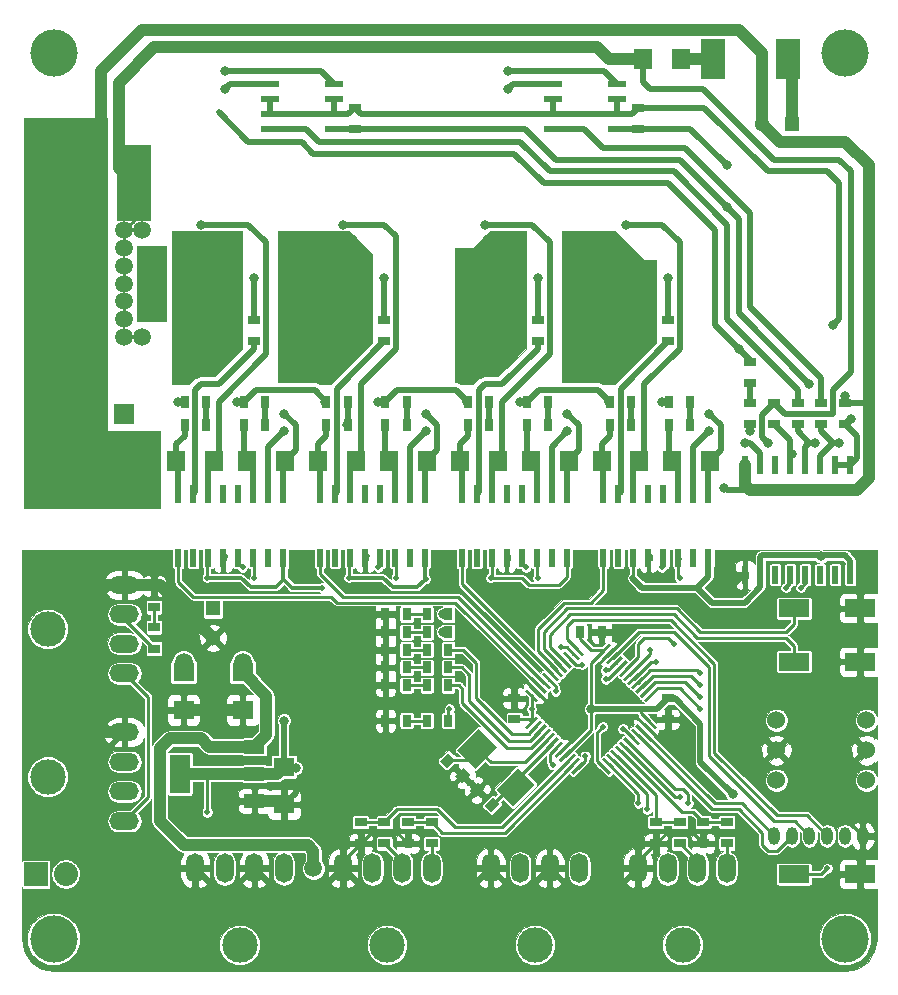
<source format=gbr>
G04 #@! TF.FileFunction,Copper,L1,Top,Signal*
%FSLAX46Y46*%
G04 Gerber Fmt 4.6, Leading zero omitted, Abs format (unit mm)*
G04 Created by KiCad (PCBNEW 4.0.6) date 05/01/17 21:21:32*
%MOMM*%
%LPD*%
G01*
G04 APERTURE LIST*
%ADD10C,0.100000*%
%ADD11C,1.300000*%
%ADD12R,1.300000X1.300000*%
%ADD13O,1.500000X2.500000*%
%ADD14C,3.000000*%
%ADD15O,2.500000X1.500000*%
%ADD16C,1.700000*%
%ADD17R,1.700000X1.700000*%
%ADD18R,0.600000X1.500000*%
%ADD19R,1.600000X1.800000*%
%ADD20R,2.032000X2.032000*%
%ADD21O,2.032000X2.032000*%
%ADD22R,0.800000X1.000000*%
%ADD23R,1.000000X0.800000*%
%ADD24R,1.800000X1.600000*%
%ADD25R,2.600000X1.500000*%
%ADD26O,1.000000X1.524000*%
%ADD27C,1.524000*%
%ADD28R,3.000000X6.500000*%
%ADD29R,6.451600X3.000000*%
%ADD30R,1.700000X1.200000*%
%ADD31R,1.700000X3.300000*%
%ADD32R,1.550000X0.600000*%
%ADD33R,2.500000X6.500000*%
%ADD34R,2.000000X5.500000*%
%ADD35R,5.500000X2.000000*%
%ADD36R,2.000000X3.500000*%
%ADD37C,4.000000*%
%ADD38C,0.800000*%
%ADD39C,0.500000*%
%ADD40C,1.500000*%
%ADD41C,0.250000*%
%ADD42C,0.500000*%
%ADD43C,1.000000*%
%ADD44C,0.300000*%
%ADD45C,0.026000*%
G04 APERTURE END LIST*
D10*
D11*
X63000000Y-9000000D03*
D12*
X65500000Y-9000000D03*
D13*
X52500000Y-72000000D03*
X55000000Y-72000000D03*
X57500000Y-72000000D03*
X60000000Y-72000000D03*
D14*
X56250000Y-78500000D03*
D13*
X15000000Y-72000000D03*
X17500000Y-72000000D03*
X20000000Y-72000000D03*
X22500000Y-72000000D03*
D14*
X18750000Y-78500000D03*
D15*
X9000000Y-60500000D03*
X9000000Y-63000000D03*
X9000000Y-65500000D03*
X9000000Y-68000000D03*
D14*
X2500000Y-64250000D03*
D16*
X4000000Y-33500000D03*
D17*
X9000000Y-33500000D03*
D18*
X25555000Y-45700000D03*
X26825000Y-45700000D03*
X28095000Y-45700000D03*
X29365000Y-45700000D03*
X30635000Y-45700000D03*
X31905000Y-45700000D03*
X33175000Y-45700000D03*
X34445000Y-45700000D03*
X34445000Y-40300000D03*
X33175000Y-40300000D03*
X31905000Y-40300000D03*
X30635000Y-40300000D03*
X29365000Y-40300000D03*
X28095000Y-40300000D03*
X26825000Y-40300000D03*
X25555000Y-40300000D03*
D10*
G36*
X43108311Y-60179379D02*
X42931534Y-60002602D01*
X43850773Y-59083363D01*
X44027550Y-59260140D01*
X43108311Y-60179379D01*
X43108311Y-60179379D01*
G37*
G36*
X43461864Y-60532932D02*
X43285087Y-60356155D01*
X44204326Y-59436916D01*
X44381103Y-59613693D01*
X43461864Y-60532932D01*
X43461864Y-60532932D01*
G37*
G36*
X43815418Y-60886486D02*
X43638641Y-60709709D01*
X44557880Y-59790470D01*
X44734657Y-59967247D01*
X43815418Y-60886486D01*
X43815418Y-60886486D01*
G37*
G36*
X44168971Y-61240039D02*
X43992194Y-61063262D01*
X44911433Y-60144023D01*
X45088210Y-60320800D01*
X44168971Y-61240039D01*
X44168971Y-61240039D01*
G37*
G36*
X44522524Y-61593592D02*
X44345747Y-61416815D01*
X45264986Y-60497576D01*
X45441763Y-60674353D01*
X44522524Y-61593592D01*
X44522524Y-61593592D01*
G37*
G36*
X44876078Y-61947146D02*
X44699301Y-61770369D01*
X45618540Y-60851130D01*
X45795317Y-61027907D01*
X44876078Y-61947146D01*
X44876078Y-61947146D01*
G37*
G36*
X45229631Y-62300699D02*
X45052854Y-62123922D01*
X45972093Y-61204683D01*
X46148870Y-61381460D01*
X45229631Y-62300699D01*
X45229631Y-62300699D01*
G37*
G36*
X45583185Y-62654253D02*
X45406408Y-62477476D01*
X46325647Y-61558237D01*
X46502424Y-61735014D01*
X45583185Y-62654253D01*
X45583185Y-62654253D01*
G37*
G36*
X45936738Y-63007806D02*
X45759961Y-62831029D01*
X46679200Y-61911790D01*
X46855977Y-62088567D01*
X45936738Y-63007806D01*
X45936738Y-63007806D01*
G37*
G36*
X46290291Y-63361359D02*
X46113514Y-63184582D01*
X47032753Y-62265343D01*
X47209530Y-62442120D01*
X46290291Y-63361359D01*
X46290291Y-63361359D01*
G37*
G36*
X46643845Y-63714913D02*
X46467068Y-63538136D01*
X47386307Y-62618897D01*
X47563084Y-62795674D01*
X46643845Y-63714913D01*
X46643845Y-63714913D01*
G37*
G36*
X46997398Y-64068466D02*
X46820621Y-63891689D01*
X47739860Y-62972450D01*
X47916637Y-63149227D01*
X46997398Y-64068466D01*
X46997398Y-64068466D01*
G37*
G36*
X50179379Y-63891689D02*
X50002602Y-64068466D01*
X49083363Y-63149227D01*
X49260140Y-62972450D01*
X50179379Y-63891689D01*
X50179379Y-63891689D01*
G37*
G36*
X50532932Y-63538136D02*
X50356155Y-63714913D01*
X49436916Y-62795674D01*
X49613693Y-62618897D01*
X50532932Y-63538136D01*
X50532932Y-63538136D01*
G37*
G36*
X50886486Y-63184582D02*
X50709709Y-63361359D01*
X49790470Y-62442120D01*
X49967247Y-62265343D01*
X50886486Y-63184582D01*
X50886486Y-63184582D01*
G37*
G36*
X51240039Y-62831029D02*
X51063262Y-63007806D01*
X50144023Y-62088567D01*
X50320800Y-61911790D01*
X51240039Y-62831029D01*
X51240039Y-62831029D01*
G37*
G36*
X51593592Y-62477476D02*
X51416815Y-62654253D01*
X50497576Y-61735014D01*
X50674353Y-61558237D01*
X51593592Y-62477476D01*
X51593592Y-62477476D01*
G37*
G36*
X51947146Y-62123922D02*
X51770369Y-62300699D01*
X50851130Y-61381460D01*
X51027907Y-61204683D01*
X51947146Y-62123922D01*
X51947146Y-62123922D01*
G37*
G36*
X52300699Y-61770369D02*
X52123922Y-61947146D01*
X51204683Y-61027907D01*
X51381460Y-60851130D01*
X52300699Y-61770369D01*
X52300699Y-61770369D01*
G37*
G36*
X52654253Y-61416815D02*
X52477476Y-61593592D01*
X51558237Y-60674353D01*
X51735014Y-60497576D01*
X52654253Y-61416815D01*
X52654253Y-61416815D01*
G37*
G36*
X53007806Y-61063262D02*
X52831029Y-61240039D01*
X51911790Y-60320800D01*
X52088567Y-60144023D01*
X53007806Y-61063262D01*
X53007806Y-61063262D01*
G37*
G36*
X53361359Y-60709709D02*
X53184582Y-60886486D01*
X52265343Y-59967247D01*
X52442120Y-59790470D01*
X53361359Y-60709709D01*
X53361359Y-60709709D01*
G37*
G36*
X53714913Y-60356155D02*
X53538136Y-60532932D01*
X52618897Y-59613693D01*
X52795674Y-59436916D01*
X53714913Y-60356155D01*
X53714913Y-60356155D01*
G37*
G36*
X54068466Y-60002602D02*
X53891689Y-60179379D01*
X52972450Y-59260140D01*
X53149227Y-59083363D01*
X54068466Y-60002602D01*
X54068466Y-60002602D01*
G37*
G36*
X53149227Y-57916637D02*
X52972450Y-57739860D01*
X53891689Y-56820621D01*
X54068466Y-56997398D01*
X53149227Y-57916637D01*
X53149227Y-57916637D01*
G37*
G36*
X52795674Y-57563084D02*
X52618897Y-57386307D01*
X53538136Y-56467068D01*
X53714913Y-56643845D01*
X52795674Y-57563084D01*
X52795674Y-57563084D01*
G37*
G36*
X52442120Y-57209530D02*
X52265343Y-57032753D01*
X53184582Y-56113514D01*
X53361359Y-56290291D01*
X52442120Y-57209530D01*
X52442120Y-57209530D01*
G37*
G36*
X52088567Y-56855977D02*
X51911790Y-56679200D01*
X52831029Y-55759961D01*
X53007806Y-55936738D01*
X52088567Y-56855977D01*
X52088567Y-56855977D01*
G37*
G36*
X51735014Y-56502424D02*
X51558237Y-56325647D01*
X52477476Y-55406408D01*
X52654253Y-55583185D01*
X51735014Y-56502424D01*
X51735014Y-56502424D01*
G37*
G36*
X51381460Y-56148870D02*
X51204683Y-55972093D01*
X52123922Y-55052854D01*
X52300699Y-55229631D01*
X51381460Y-56148870D01*
X51381460Y-56148870D01*
G37*
G36*
X51027907Y-55795317D02*
X50851130Y-55618540D01*
X51770369Y-54699301D01*
X51947146Y-54876078D01*
X51027907Y-55795317D01*
X51027907Y-55795317D01*
G37*
G36*
X50674353Y-55441763D02*
X50497576Y-55264986D01*
X51416815Y-54345747D01*
X51593592Y-54522524D01*
X50674353Y-55441763D01*
X50674353Y-55441763D01*
G37*
G36*
X50320800Y-55088210D02*
X50144023Y-54911433D01*
X51063262Y-53992194D01*
X51240039Y-54168971D01*
X50320800Y-55088210D01*
X50320800Y-55088210D01*
G37*
G36*
X49967247Y-54734657D02*
X49790470Y-54557880D01*
X50709709Y-53638641D01*
X50886486Y-53815418D01*
X49967247Y-54734657D01*
X49967247Y-54734657D01*
G37*
G36*
X49613693Y-54381103D02*
X49436916Y-54204326D01*
X50356155Y-53285087D01*
X50532932Y-53461864D01*
X49613693Y-54381103D01*
X49613693Y-54381103D01*
G37*
G36*
X49260140Y-54027550D02*
X49083363Y-53850773D01*
X50002602Y-52931534D01*
X50179379Y-53108311D01*
X49260140Y-54027550D01*
X49260140Y-54027550D01*
G37*
G36*
X47916637Y-53850773D02*
X47739860Y-54027550D01*
X46820621Y-53108311D01*
X46997398Y-52931534D01*
X47916637Y-53850773D01*
X47916637Y-53850773D01*
G37*
G36*
X47563084Y-54204326D02*
X47386307Y-54381103D01*
X46467068Y-53461864D01*
X46643845Y-53285087D01*
X47563084Y-54204326D01*
X47563084Y-54204326D01*
G37*
G36*
X47209530Y-54557880D02*
X47032753Y-54734657D01*
X46113514Y-53815418D01*
X46290291Y-53638641D01*
X47209530Y-54557880D01*
X47209530Y-54557880D01*
G37*
G36*
X46855977Y-54911433D02*
X46679200Y-55088210D01*
X45759961Y-54168971D01*
X45936738Y-53992194D01*
X46855977Y-54911433D01*
X46855977Y-54911433D01*
G37*
G36*
X46502424Y-55264986D02*
X46325647Y-55441763D01*
X45406408Y-54522524D01*
X45583185Y-54345747D01*
X46502424Y-55264986D01*
X46502424Y-55264986D01*
G37*
G36*
X46148870Y-55618540D02*
X45972093Y-55795317D01*
X45052854Y-54876078D01*
X45229631Y-54699301D01*
X46148870Y-55618540D01*
X46148870Y-55618540D01*
G37*
G36*
X45795317Y-55972093D02*
X45618540Y-56148870D01*
X44699301Y-55229631D01*
X44876078Y-55052854D01*
X45795317Y-55972093D01*
X45795317Y-55972093D01*
G37*
G36*
X45441763Y-56325647D02*
X45264986Y-56502424D01*
X44345747Y-55583185D01*
X44522524Y-55406408D01*
X45441763Y-56325647D01*
X45441763Y-56325647D01*
G37*
G36*
X45088210Y-56679200D02*
X44911433Y-56855977D01*
X43992194Y-55936738D01*
X44168971Y-55759961D01*
X45088210Y-56679200D01*
X45088210Y-56679200D01*
G37*
G36*
X44734657Y-57032753D02*
X44557880Y-57209530D01*
X43638641Y-56290291D01*
X43815418Y-56113514D01*
X44734657Y-57032753D01*
X44734657Y-57032753D01*
G37*
G36*
X44381103Y-57386307D02*
X44204326Y-57563084D01*
X43285087Y-56643845D01*
X43461864Y-56467068D01*
X44381103Y-57386307D01*
X44381103Y-57386307D01*
G37*
G36*
X44027550Y-57739860D02*
X43850773Y-57916637D01*
X42931534Y-56997398D01*
X43108311Y-56820621D01*
X44027550Y-57739860D01*
X44027550Y-57739860D01*
G37*
D11*
X16500000Y-52500000D03*
D12*
X16500000Y-50000000D03*
D19*
X25400000Y-37500000D03*
X28600000Y-37500000D03*
X31400000Y-37500000D03*
X34600000Y-37500000D03*
X13400000Y-37500000D03*
X16600000Y-37500000D03*
X19400000Y-37500000D03*
X22600000Y-37500000D03*
X49400000Y-37500000D03*
X52600000Y-37500000D03*
X55400000Y-37500000D03*
X58600000Y-37500000D03*
X37400000Y-37500000D03*
X40600000Y-37500000D03*
X43400000Y-37500000D03*
X46600000Y-37500000D03*
D20*
X1500000Y-72500000D03*
D21*
X4040000Y-72500000D03*
D18*
X13555000Y-45700000D03*
X14825000Y-45700000D03*
X16095000Y-45700000D03*
X17365000Y-45700000D03*
X18635000Y-45700000D03*
X19905000Y-45700000D03*
X21175000Y-45700000D03*
X22445000Y-45700000D03*
X22445000Y-40300000D03*
X21175000Y-40300000D03*
X19905000Y-40300000D03*
X18635000Y-40300000D03*
X17365000Y-40300000D03*
X16095000Y-40300000D03*
X14825000Y-40300000D03*
X13555000Y-40300000D03*
X49555000Y-45700000D03*
X50825000Y-45700000D03*
X52095000Y-45700000D03*
X53365000Y-45700000D03*
X54635000Y-45700000D03*
X55905000Y-45700000D03*
X57175000Y-45700000D03*
X58445000Y-45700000D03*
X58445000Y-40300000D03*
X57175000Y-40300000D03*
X55905000Y-40300000D03*
X54635000Y-40300000D03*
X53365000Y-40300000D03*
X52095000Y-40300000D03*
X50825000Y-40300000D03*
X49555000Y-40300000D03*
X37555000Y-45700000D03*
X38825000Y-45700000D03*
X40095000Y-45700000D03*
X41365000Y-45700000D03*
X42635000Y-45700000D03*
X43905000Y-45700000D03*
X45175000Y-45700000D03*
X46445000Y-45700000D03*
X46445000Y-40300000D03*
X45175000Y-40300000D03*
X43905000Y-40300000D03*
X42635000Y-40300000D03*
X41365000Y-40300000D03*
X40095000Y-40300000D03*
X38825000Y-40300000D03*
X37555000Y-40300000D03*
D10*
G36*
X35727208Y-62934315D02*
X36434315Y-62227208D01*
X37000000Y-62792893D01*
X36292893Y-63500000D01*
X35727208Y-62934315D01*
X35727208Y-62934315D01*
G37*
G36*
X37000000Y-64207107D02*
X37707107Y-63500000D01*
X38272792Y-64065685D01*
X37565685Y-64772792D01*
X37000000Y-64207107D01*
X37000000Y-64207107D01*
G37*
G36*
X40772792Y-66565685D02*
X40065685Y-67272792D01*
X39500000Y-66707107D01*
X40207107Y-66000000D01*
X40772792Y-66565685D01*
X40772792Y-66565685D01*
G37*
G36*
X39500000Y-65292893D02*
X38792893Y-66000000D01*
X38227208Y-65434315D01*
X38934315Y-64727208D01*
X39500000Y-65292893D01*
X39500000Y-65292893D01*
G37*
D22*
X49400000Y-52000000D03*
X47600000Y-52000000D03*
D23*
X42000000Y-57600000D03*
X42000000Y-59400000D03*
D22*
X32900000Y-52000000D03*
X31100000Y-52000000D03*
D23*
X55000000Y-59400000D03*
X55000000Y-57600000D03*
X31000000Y-27400000D03*
X31000000Y-25600000D03*
X20000000Y-27400000D03*
X20000000Y-25600000D03*
X55000000Y-27400000D03*
X55000000Y-25600000D03*
X44000000Y-27400000D03*
X44000000Y-25600000D03*
D22*
X32900000Y-59500000D03*
X31100000Y-59500000D03*
D23*
X11500000Y-49900000D03*
X11500000Y-48100000D03*
X62000000Y-32600000D03*
X62000000Y-34400000D03*
D22*
X26100000Y-32500000D03*
X27900000Y-32500000D03*
X14100000Y-32500000D03*
X15900000Y-32500000D03*
X31100000Y-32500000D03*
X32900000Y-32500000D03*
X50100000Y-32500000D03*
X51900000Y-32500000D03*
X38100000Y-32500000D03*
X39900000Y-32500000D03*
X43100000Y-32500000D03*
X44900000Y-32500000D03*
X19100000Y-32500000D03*
X20900000Y-32500000D03*
X55100000Y-32500000D03*
X56900000Y-32500000D03*
D24*
X22500000Y-63400000D03*
X22500000Y-66600000D03*
D22*
X32900000Y-50500000D03*
X31100000Y-50500000D03*
X36400000Y-52000000D03*
X34600000Y-52000000D03*
X36400000Y-59500000D03*
X34600000Y-59500000D03*
D23*
X11500000Y-53400000D03*
X11500000Y-51600000D03*
X62000000Y-29100000D03*
X62000000Y-30900000D03*
D22*
X36400000Y-50500000D03*
X34600000Y-50500000D03*
D24*
X14000000Y-55400000D03*
X14000000Y-58600000D03*
X19000000Y-55400000D03*
X19000000Y-58600000D03*
D25*
X71300000Y-72500000D03*
X65700000Y-72500000D03*
X71300000Y-54500000D03*
X65700000Y-54500000D03*
X71300000Y-50000000D03*
X65700000Y-50000000D03*
D26*
X71500000Y-69250000D03*
X70000000Y-69250000D03*
X68500000Y-69250000D03*
X67000000Y-69250000D03*
X65500000Y-69250000D03*
X64000000Y-69250000D03*
D27*
X71810000Y-64540000D03*
X71810000Y-62000000D03*
X71810000Y-59460000D03*
X64190000Y-59460000D03*
X64190000Y-62000000D03*
X64190000Y-64540000D03*
D10*
G36*
X37176598Y-62015075D02*
X39015075Y-60176598D01*
X40570710Y-61732233D01*
X38732233Y-63570710D01*
X37176598Y-62015075D01*
X37176598Y-62015075D01*
G37*
G36*
X40500000Y-65338478D02*
X42338478Y-63500000D01*
X43752692Y-64914214D01*
X41914214Y-66752692D01*
X40500000Y-65338478D01*
X40500000Y-65338478D01*
G37*
D15*
X9000000Y-48000000D03*
X9000000Y-50500000D03*
X9000000Y-53000000D03*
X9000000Y-55500000D03*
D14*
X2500000Y-51750000D03*
D28*
X9800000Y-14000000D03*
D29*
X4100000Y-14400000D03*
D22*
X27900000Y-34500000D03*
X26100000Y-34500000D03*
X15900000Y-34500000D03*
X14100000Y-34500000D03*
X51900000Y-34500000D03*
X50100000Y-34500000D03*
X39900000Y-34500000D03*
X38100000Y-34500000D03*
X32900000Y-34500000D03*
X31100000Y-34500000D03*
X20900000Y-34500000D03*
X19100000Y-34500000D03*
X56900000Y-34500000D03*
X55100000Y-34500000D03*
X44900000Y-34500000D03*
X43100000Y-34500000D03*
D30*
X20000000Y-66300000D03*
X20000000Y-64000000D03*
X20000000Y-61700000D03*
D31*
X13700000Y-64000000D03*
D13*
X27500000Y-72000000D03*
X30000000Y-72000000D03*
X32500000Y-72000000D03*
X35000000Y-72000000D03*
D14*
X31250000Y-78500000D03*
D19*
X52900000Y-3500000D03*
X56100000Y-3500000D03*
D23*
X31000000Y-68100000D03*
X31000000Y-69900000D03*
X35000000Y-68100000D03*
X35000000Y-69900000D03*
X29000000Y-69900000D03*
X29000000Y-68100000D03*
X33000000Y-69900000D03*
X33000000Y-68100000D03*
X54000000Y-69900000D03*
X54000000Y-68100000D03*
X56000000Y-68100000D03*
X56000000Y-69900000D03*
X58000000Y-69900000D03*
X58000000Y-68100000D03*
X60000000Y-68100000D03*
X60000000Y-69900000D03*
D18*
X70445000Y-37850000D03*
X69175000Y-37850000D03*
X67905000Y-37850000D03*
X66635000Y-37850000D03*
X65365000Y-37850000D03*
X64095000Y-37850000D03*
X62825000Y-37850000D03*
X61555000Y-37850000D03*
X61555000Y-47150000D03*
X62825000Y-47150000D03*
X64095000Y-47150000D03*
X65365000Y-47150000D03*
X66635000Y-47150000D03*
X67905000Y-47150000D03*
X69175000Y-47150000D03*
X70445000Y-47150000D03*
D32*
X45300000Y-5595000D03*
X45300000Y-6865000D03*
X45300000Y-8135000D03*
X45300000Y-9405000D03*
X50700000Y-9405000D03*
X50700000Y-8135000D03*
X50700000Y-6865000D03*
X50700000Y-5595000D03*
X21300000Y-5595000D03*
X21300000Y-6865000D03*
X21300000Y-8135000D03*
X21300000Y-9405000D03*
X26700000Y-9405000D03*
X26700000Y-8135000D03*
X26700000Y-6865000D03*
X26700000Y-5595000D03*
D23*
X70000000Y-34400000D03*
X70000000Y-32600000D03*
X52500000Y-9400000D03*
X52500000Y-7600000D03*
X28500000Y-9400000D03*
X28500000Y-7600000D03*
D13*
X40000000Y-72000000D03*
X42500000Y-72000000D03*
X45000000Y-72000000D03*
X47500000Y-72000000D03*
D14*
X43750000Y-78500000D03*
D23*
X64000000Y-32600000D03*
X64000000Y-34400000D03*
D33*
X11300000Y-22500000D03*
D29*
X4100000Y-23400000D03*
D34*
X41700000Y-21000000D03*
D35*
X48900000Y-20100000D03*
D34*
X17700000Y-21000000D03*
D35*
X24900000Y-20100000D03*
D23*
X68000000Y-34400000D03*
X68000000Y-32600000D03*
X66000000Y-34400000D03*
X66000000Y-32600000D03*
D22*
X36400000Y-56500000D03*
X34600000Y-56500000D03*
X36400000Y-55000000D03*
X34600000Y-55000000D03*
X36400000Y-53500000D03*
X34600000Y-53500000D03*
X32900000Y-56500000D03*
X31100000Y-56500000D03*
X32900000Y-55000000D03*
X31100000Y-55000000D03*
X32900000Y-53500000D03*
X31100000Y-53500000D03*
D36*
X65150000Y-3500000D03*
X58850000Y-3500000D03*
D37*
X70000000Y-78000000D03*
X3000000Y-78000000D03*
X70000000Y-3000000D03*
X3000000Y-3000000D03*
D38*
X60000000Y-48500000D03*
X60000000Y-50500000D03*
X23500000Y-65000000D03*
D39*
X14750000Y-47000000D03*
X53750000Y-47250000D03*
X51750000Y-53750000D03*
X12500000Y-45500000D03*
X24000000Y-45600000D03*
X48000000Y-45600000D03*
X36000000Y-45600000D03*
X19500000Y-66000000D03*
X53500000Y-45600000D03*
X41500000Y-45600000D03*
X29500000Y-45600000D03*
X17500000Y-45600000D03*
X49250000Y-59250000D03*
X49250000Y-57750000D03*
X47750000Y-59250000D03*
X47750000Y-57750000D03*
X45250000Y-63250000D03*
X68500000Y-72000000D03*
X36500000Y-58500000D03*
D38*
X68000000Y-45600000D03*
X23500000Y-63500000D03*
X60500000Y-65750000D03*
X22500000Y-59500000D03*
D39*
X62825000Y-47150000D03*
X52000000Y-47400000D03*
X34500000Y-47500000D03*
X25750000Y-48250000D03*
X40000000Y-47400000D03*
X16000000Y-67250000D03*
X43479542Y-58500000D03*
D38*
X48500000Y-58500000D03*
D39*
X16000000Y-47400000D03*
X28000000Y-47400000D03*
D38*
X72000000Y-35000000D03*
X70000000Y-32000000D03*
X62000000Y-35000000D03*
X59800000Y-39800000D03*
X69000000Y-26000000D03*
X58500000Y-33500000D03*
X46500000Y-33500000D03*
X34500000Y-33500000D03*
X22500000Y-33500000D03*
X15500000Y-17500000D03*
D40*
X16000000Y-29500000D03*
X17500000Y-28000000D03*
X17500000Y-26500000D03*
X17500000Y-25000000D03*
X14500000Y-20500000D03*
X14500000Y-19000000D03*
X16000000Y-19000000D03*
X16000000Y-20500000D03*
X16000000Y-22000000D03*
X14500000Y-22000000D03*
X14500000Y-23500000D03*
X16000000Y-23500000D03*
X16000000Y-25000000D03*
X14500000Y-25000000D03*
X14500000Y-26500000D03*
X16000000Y-26500000D03*
X16000000Y-28000000D03*
X14500000Y-28000000D03*
X14500000Y-29500000D03*
D38*
X39500000Y-17500000D03*
D40*
X41500000Y-25000000D03*
X41500000Y-26500000D03*
X41500000Y-28000000D03*
X40000000Y-19000000D03*
X40000000Y-20500000D03*
X38500000Y-20500000D03*
X38500000Y-22000000D03*
X40000000Y-22000000D03*
X40000000Y-23500000D03*
X38500000Y-23500000D03*
X38500000Y-25000000D03*
X40000000Y-25000000D03*
X40000000Y-26500000D03*
X38500000Y-26500000D03*
X38500000Y-28000000D03*
X40000000Y-28000000D03*
X40000000Y-29500000D03*
X38500000Y-29500000D03*
D38*
X63500000Y-36000000D03*
X41500000Y-4500000D03*
X17500000Y-4500000D03*
D40*
X9000000Y-19500000D03*
X9000000Y-21000000D03*
X9000000Y-22500000D03*
X9000000Y-24000000D03*
X9000000Y-25500000D03*
X10500000Y-27000000D03*
X9000000Y-27000000D03*
X9000000Y-18000000D03*
X10500000Y-18000000D03*
D38*
X27500000Y-17500000D03*
D40*
X28000000Y-22000000D03*
X26500000Y-22000000D03*
X25000000Y-22000000D03*
X28000000Y-20500000D03*
X28000000Y-19000000D03*
X26500000Y-29500000D03*
X25000000Y-29500000D03*
X25000000Y-28000000D03*
X26500000Y-28000000D03*
X28000000Y-28000000D03*
X28000000Y-26500000D03*
X26500000Y-26500000D03*
X25000000Y-26500000D03*
X25000000Y-25000000D03*
X26500000Y-25000000D03*
X28000000Y-25000000D03*
X28000000Y-23500000D03*
X26500000Y-23500000D03*
X25000000Y-23500000D03*
D38*
X51500000Y-17500000D03*
D40*
X52000000Y-20500000D03*
X49000000Y-22000000D03*
X52000000Y-23500000D03*
X52000000Y-22000000D03*
X50500000Y-22000000D03*
X52000000Y-25000000D03*
X52000000Y-26500000D03*
X52000000Y-28000000D03*
X50500000Y-28000000D03*
X50500000Y-26500000D03*
X50500000Y-25000000D03*
X50500000Y-23500000D03*
X49000000Y-23500000D03*
X49000000Y-25000000D03*
X49000000Y-26500000D03*
X49000000Y-28000000D03*
X49000000Y-29500000D03*
X50500000Y-29500000D03*
D39*
X45500000Y-57000000D03*
X32000000Y-47400000D03*
X20000000Y-47400000D03*
X56000000Y-47400000D03*
X44000000Y-47400000D03*
X49750000Y-56000000D03*
X49750000Y-55250000D03*
D38*
X61000000Y-28000000D03*
X50000000Y-32500000D03*
X38000000Y-32500000D03*
X26000000Y-32500000D03*
X54500000Y-32500000D03*
X42500000Y-32500000D03*
X30500000Y-32500000D03*
X18500000Y-32500000D03*
X13500000Y-32500000D03*
X31000000Y-22000000D03*
X20000000Y-22000000D03*
X55000000Y-22000000D03*
X44000000Y-22000000D03*
D39*
X57750000Y-55500000D03*
X57750000Y-57500000D03*
D40*
X14000000Y-54500000D03*
X25000000Y-72000000D03*
X19000000Y-54500000D03*
D39*
X47750000Y-54750000D03*
D38*
X36000000Y-52000000D03*
X36000000Y-50500000D03*
D39*
X46000000Y-53250000D03*
X57750000Y-58500000D03*
X53500000Y-53500000D03*
X30500000Y-46500000D03*
X19000000Y-46500000D03*
X54000000Y-54500000D03*
X43000000Y-46500000D03*
X54500000Y-46500000D03*
D38*
X34500000Y-35000000D03*
X22500000Y-35000000D03*
X58500000Y-35000000D03*
X46500000Y-35000000D03*
X67000000Y-31000000D03*
X70500000Y-34000000D03*
X60000000Y-12500000D03*
X60000000Y-16000000D03*
X65500000Y-36900000D03*
X61500000Y-36000000D03*
D39*
X49500000Y-60000000D03*
X65000000Y-48250000D03*
X48000000Y-62500000D03*
X66250000Y-48250000D03*
D38*
X41500000Y-6000000D03*
X17500000Y-6000000D03*
D39*
X52500000Y-66500000D03*
X53250000Y-67000000D03*
X56000000Y-66000000D03*
X56750000Y-66500000D03*
X57750000Y-56500000D03*
D38*
X69500000Y-36000000D03*
X67500000Y-36000000D03*
D39*
X51200000Y-60200000D03*
X55500000Y-53000000D03*
D41*
X31100000Y-56500000D02*
X31100000Y-59500000D01*
D42*
X61555000Y-47150000D02*
X61350000Y-47150000D01*
X61350000Y-47150000D02*
X60000000Y-48500000D01*
D41*
X31100000Y-52000000D02*
X31100000Y-50500000D01*
X31100000Y-53500000D02*
X31100000Y-52000000D01*
X31100000Y-55000000D02*
X31100000Y-53500000D01*
X31100000Y-56500000D02*
X31100000Y-55000000D01*
D42*
X22500000Y-66600000D02*
X23500000Y-65600000D01*
X23500000Y-65600000D02*
X23500000Y-65000000D01*
X15000000Y-72000000D02*
X17000000Y-74000000D01*
X18000000Y-74000000D02*
X20000000Y-72000000D01*
X17000000Y-74000000D02*
X18000000Y-74000000D01*
X40000000Y-72000000D02*
X42000000Y-74000000D01*
X43000000Y-74000000D02*
X45000000Y-72000000D01*
X42000000Y-74000000D02*
X43000000Y-74000000D01*
D41*
X53365000Y-45700000D02*
X53365000Y-46865000D01*
X53365000Y-46865000D02*
X53750000Y-47250000D01*
X64190000Y-62000000D02*
X64940000Y-62750000D01*
X71060000Y-62750000D02*
X71810000Y-62000000D01*
X64940000Y-62750000D02*
X71060000Y-62750000D01*
X24000000Y-45600000D02*
X24000000Y-45500000D01*
X48000000Y-45600000D02*
X48000000Y-45500000D01*
X36000000Y-45600000D02*
X36000000Y-45500000D01*
D42*
X71500000Y-69250000D02*
X71500000Y-72300000D01*
X71500000Y-72300000D02*
X71300000Y-72500000D01*
D41*
X71810000Y-62000000D02*
X70500000Y-63310000D01*
X70500000Y-63310000D02*
X70500000Y-68250000D01*
X70500000Y-68250000D02*
X71500000Y-69250000D01*
X71300000Y-54500000D02*
X71300000Y-56700000D01*
X70500000Y-60690000D02*
X71810000Y-62000000D01*
X70500000Y-57500000D02*
X70500000Y-60690000D01*
X71300000Y-56700000D02*
X70500000Y-57500000D01*
X19500000Y-66000000D02*
X19700000Y-66000000D01*
X19700000Y-66000000D02*
X20000000Y-66300000D01*
X49984924Y-53833095D02*
X49000000Y-54818019D01*
X49000000Y-57500000D02*
X49250000Y-57750000D01*
X49000000Y-54818019D02*
X49000000Y-57500000D01*
X47750000Y-57750000D02*
X47500000Y-58000000D01*
X47500000Y-59000000D02*
X47750000Y-59250000D01*
X47500000Y-58000000D02*
X47500000Y-59000000D01*
D43*
X20000000Y-66300000D02*
X22200000Y-66300000D01*
X22200000Y-66300000D02*
X22500000Y-66600000D01*
X16500000Y-52500000D02*
X12000000Y-48000000D01*
X12000000Y-48000000D02*
X9000000Y-48000000D01*
D41*
X71300000Y-50000000D02*
X71300000Y-54500000D01*
X55000000Y-59400000D02*
X55000000Y-60500000D01*
X54181981Y-61000000D02*
X53166905Y-59984924D01*
X54500000Y-61000000D02*
X54181981Y-61000000D01*
X55000000Y-60500000D02*
X54500000Y-61000000D01*
X42000000Y-57600000D02*
X42000000Y-56500000D01*
X42818019Y-56000000D02*
X43833095Y-57015076D01*
X42500000Y-56000000D02*
X42818019Y-56000000D01*
X42000000Y-56500000D02*
X42500000Y-56000000D01*
X49400000Y-52000000D02*
X50500000Y-52000000D01*
X51000000Y-52818019D02*
X49984924Y-53833095D01*
X51000000Y-52500000D02*
X51000000Y-52818019D01*
X50500000Y-52000000D02*
X51000000Y-52500000D01*
D43*
X19000000Y-58600000D02*
X14000000Y-58600000D01*
D42*
X15000000Y-72000000D02*
X9500000Y-72000000D01*
X7000000Y-62500000D02*
X9000000Y-60500000D01*
X7000000Y-69500000D02*
X7000000Y-62500000D01*
X9500000Y-72000000D02*
X7000000Y-69500000D01*
X45000000Y-72000000D02*
X47000000Y-74000000D01*
X47000000Y-74000000D02*
X50500000Y-74000000D01*
X50500000Y-74000000D02*
X52500000Y-72000000D01*
X27500000Y-72000000D02*
X29500000Y-74000000D01*
X38000000Y-74000000D02*
X40000000Y-72000000D01*
X29500000Y-74000000D02*
X38000000Y-74000000D01*
X20000000Y-72000000D02*
X22000000Y-74000000D01*
X22000000Y-74000000D02*
X25500000Y-74000000D01*
X25500000Y-74000000D02*
X27500000Y-72000000D01*
X53500000Y-45600000D02*
X53400000Y-45700000D01*
X53400000Y-45700000D02*
X53365000Y-45700000D01*
X41500000Y-45600000D02*
X41400000Y-45700000D01*
X41400000Y-45700000D02*
X41365000Y-45700000D01*
X29500000Y-45600000D02*
X29400000Y-45700000D01*
X29400000Y-45700000D02*
X29365000Y-45700000D01*
X17500000Y-45600000D02*
X17400000Y-45700000D01*
X17400000Y-45700000D02*
X17365000Y-45700000D01*
D43*
X9000000Y-48000000D02*
X7500000Y-48000000D01*
X7500000Y-48000000D02*
X6500000Y-49000000D01*
X6500000Y-49000000D02*
X6500000Y-59500000D01*
X6500000Y-59500000D02*
X7500000Y-60500000D01*
X7500000Y-60500000D02*
X9000000Y-60500000D01*
D41*
X53166905Y-59984924D02*
X52431981Y-59250000D01*
X52431981Y-59250000D02*
X49250000Y-59250000D01*
X47750000Y-60310661D02*
X47750000Y-59250000D01*
X45954416Y-62106245D02*
X47750000Y-60310661D01*
X44568019Y-57750000D02*
X43833095Y-57015076D01*
X47750000Y-57750000D02*
X44568019Y-57750000D01*
X37636396Y-64136396D02*
X38863604Y-65363604D01*
X54000000Y-69900000D02*
X52500000Y-71400000D01*
X52500000Y-71400000D02*
X52500000Y-72000000D01*
X29000000Y-69900000D02*
X27500000Y-71400000D01*
X27500000Y-71400000D02*
X27500000Y-72000000D01*
X29000000Y-69900000D02*
X29900000Y-69000000D01*
X32100000Y-69000000D02*
X33000000Y-69900000D01*
X29900000Y-69000000D02*
X32100000Y-69000000D01*
X54000000Y-69900000D02*
X54900000Y-69000000D01*
X57100000Y-69000000D02*
X58000000Y-69900000D01*
X54900000Y-69000000D02*
X57100000Y-69000000D01*
X45250000Y-63250000D02*
X45000000Y-63000000D01*
X45000000Y-63000000D02*
X45000000Y-62353553D01*
X45600862Y-61752691D02*
X45000000Y-62353553D01*
X68500000Y-72000000D02*
X68000000Y-72500000D01*
X68000000Y-72500000D02*
X65700000Y-72500000D01*
X36363604Y-62863604D02*
X37883704Y-62863604D01*
X37883704Y-62863604D02*
X38873654Y-61873654D01*
X44893755Y-61045584D02*
X42939339Y-63000000D01*
X40000000Y-63000000D02*
X38873654Y-61873654D01*
X42939339Y-63000000D02*
X40000000Y-63000000D01*
X40136396Y-66636396D02*
X41646446Y-65126346D01*
X41646446Y-65126346D02*
X42126346Y-65126346D01*
X45247309Y-61399138D02*
X42126346Y-64520101D01*
X42126346Y-64520101D02*
X42126346Y-65126346D01*
X36400000Y-59500000D02*
X36400000Y-58600000D01*
X36400000Y-58600000D02*
X36500000Y-58500000D01*
D42*
X68000000Y-45600000D02*
X68000000Y-45500000D01*
D41*
X23500000Y-63500000D02*
X22600000Y-63500000D01*
X22600000Y-63500000D02*
X22500000Y-63400000D01*
D42*
X60500000Y-65750000D02*
X57750000Y-63000000D01*
X57750000Y-63000000D02*
X57750000Y-59750000D01*
X57750000Y-59750000D02*
X55600000Y-57600000D01*
X55000000Y-57600000D02*
X55600000Y-57600000D01*
X22500000Y-59500000D02*
X22500000Y-63400000D01*
X55100000Y-57600000D02*
X55000000Y-57600000D01*
D44*
X52000000Y-47400000D02*
X52050000Y-47450000D01*
X52050000Y-47450000D02*
X52000000Y-47400000D01*
X34500000Y-47500000D02*
X34445000Y-47555000D01*
X22445000Y-47500000D02*
X23195000Y-48250000D01*
X23195000Y-48250000D02*
X25750000Y-48250000D01*
D42*
X62825000Y-47150000D02*
X62825000Y-48175000D01*
X58750000Y-49500000D02*
X57500000Y-48250000D01*
X61500000Y-49500000D02*
X58750000Y-49500000D01*
X62825000Y-48175000D02*
X61500000Y-49500000D01*
X52000000Y-47400000D02*
X52850000Y-48250000D01*
D41*
X52095000Y-47305000D02*
X52000000Y-47400000D01*
X52095000Y-45700000D02*
X52095000Y-47305000D01*
D42*
X52850000Y-48250000D02*
X57500000Y-48250000D01*
X57500000Y-48250000D02*
X58445000Y-47305000D01*
X58445000Y-47305000D02*
X58445000Y-45700000D01*
D41*
X57500000Y-48250000D02*
X58445000Y-47305000D01*
X58445000Y-47305000D02*
X58445000Y-45700000D01*
X40000000Y-47400000D02*
X42650000Y-47400000D01*
X40095000Y-47305000D02*
X40000000Y-47400000D01*
X40095000Y-45700000D02*
X40095000Y-47305000D01*
X46445000Y-47305000D02*
X46445000Y-45700000D01*
X45750000Y-48000000D02*
X46445000Y-47305000D01*
X43250000Y-48000000D02*
X45750000Y-48000000D01*
X42650000Y-47400000D02*
X43250000Y-48000000D01*
X53520458Y-59631371D02*
X52750000Y-58860913D01*
X52750000Y-58860913D02*
X52750000Y-58500000D01*
D42*
X48500000Y-58500000D02*
X52750000Y-58500000D01*
X52750000Y-58500000D02*
X54100000Y-58500000D01*
X54100000Y-58500000D02*
X55000000Y-57600000D01*
D43*
X22500000Y-63400000D02*
X22600000Y-63500000D01*
D41*
X16000000Y-67250000D02*
X16000000Y-64000000D01*
X43479542Y-57368629D02*
X43479542Y-58500000D01*
X43479542Y-58500000D02*
X43479542Y-59631371D01*
D43*
X20000000Y-64000000D02*
X16000000Y-64000000D01*
X16000000Y-64000000D02*
X13700000Y-64000000D01*
X20000000Y-64000000D02*
X21900000Y-64000000D01*
X21900000Y-64000000D02*
X22500000Y-63400000D01*
D42*
X62825000Y-47150000D02*
X62825000Y-45675000D01*
X70445000Y-45945000D02*
X70445000Y-47150000D01*
X70000000Y-45500000D02*
X70445000Y-45945000D01*
X63000000Y-45500000D02*
X68000000Y-45500000D01*
X68000000Y-45500000D02*
X70000000Y-45500000D01*
X62825000Y-45675000D02*
X63000000Y-45500000D01*
D44*
X16000000Y-47400000D02*
X18900000Y-47400000D01*
D41*
X16000000Y-45795000D02*
X16000000Y-47400000D01*
D44*
X22445000Y-47555000D02*
X22445000Y-47500000D01*
X22445000Y-47500000D02*
X22445000Y-45700000D01*
X21800000Y-48200000D02*
X22445000Y-47555000D01*
X19700000Y-48200000D02*
X21800000Y-48200000D01*
X18900000Y-47400000D02*
X19700000Y-48200000D01*
X28000000Y-47400000D02*
X30900000Y-47400000D01*
X33800000Y-48200000D02*
X34445000Y-47555000D01*
X31700000Y-48200000D02*
X33800000Y-48200000D01*
X30900000Y-47400000D02*
X31700000Y-48200000D01*
X34445000Y-47555000D02*
X34445000Y-45700000D01*
D41*
X28000000Y-45795000D02*
X28000000Y-47400000D01*
X28000000Y-45795000D02*
X28095000Y-45700000D01*
X16000000Y-45795000D02*
X16095000Y-45700000D01*
D44*
X16095000Y-45700000D02*
X16000000Y-45795000D01*
X52095000Y-45700000D02*
X52000000Y-45795000D01*
X40095000Y-45700000D02*
X40000000Y-45795000D01*
X28095000Y-45700000D02*
X28000000Y-45795000D01*
D41*
X42000000Y-59400000D02*
X43248171Y-59400000D01*
X43248171Y-59400000D02*
X43479542Y-59631371D01*
X47600000Y-52000000D02*
X47600000Y-52600000D01*
X48500000Y-53500000D02*
X49610913Y-53500000D01*
X47600000Y-52600000D02*
X48500000Y-53500000D01*
X49610913Y-53500000D02*
X49631371Y-53479542D01*
X49631371Y-53479542D02*
X48500000Y-54610913D01*
X48500000Y-54610913D02*
X48500000Y-58500000D01*
X48500000Y-60267767D02*
X46307969Y-62459798D01*
X48500000Y-58500000D02*
X48500000Y-60267767D01*
D42*
X26100000Y-34500000D02*
X26100000Y-35400000D01*
X25400000Y-36100000D02*
X25400000Y-37500000D01*
X26100000Y-35400000D02*
X25400000Y-36100000D01*
X25400000Y-37500000D02*
X25555000Y-37655000D01*
X25555000Y-37655000D02*
X25555000Y-40300000D01*
D41*
X11500000Y-53400000D02*
X9000000Y-50900000D01*
X9000000Y-50900000D02*
X9000000Y-50500000D01*
D43*
X4100000Y-14400000D02*
X7000000Y-11500000D01*
X7000000Y-4500000D02*
X10500000Y-1000000D01*
X7000000Y-11500000D02*
X7000000Y-4500000D01*
D42*
X70000000Y-32600000D02*
X72000000Y-32600000D01*
X72000000Y-32600000D02*
X72000000Y-32500000D01*
X70000000Y-32600000D02*
X70000000Y-32000000D01*
X62000000Y-34400000D02*
X62000000Y-35000000D01*
X63500000Y-13000000D02*
X68500000Y-13000000D01*
X69500000Y-25500000D02*
X69000000Y-26000000D01*
X69500000Y-14000000D02*
X69500000Y-25500000D01*
X68500000Y-13000000D02*
X69500000Y-14000000D01*
D43*
X71000000Y-40000000D02*
X72000000Y-39000000D01*
X72000000Y-39000000D02*
X72000000Y-35000000D01*
X66000000Y-40000000D02*
X66500000Y-40000000D01*
X69000000Y-40000000D02*
X71000000Y-40000000D01*
X66500000Y-40000000D02*
X69000000Y-40000000D01*
X65000000Y-40000000D02*
X66000000Y-40000000D01*
X64500000Y-10500000D02*
X63000000Y-9000000D01*
X72000000Y-32500000D02*
X72000000Y-12500000D01*
X72000000Y-12500000D02*
X70000000Y-10500000D01*
X70000000Y-10500000D02*
X64500000Y-10500000D01*
X72000000Y-35000000D02*
X72000000Y-32500000D01*
D42*
X62600000Y-40000000D02*
X60000000Y-40000000D01*
X60000000Y-40000000D02*
X59800000Y-39800000D01*
D43*
X61555000Y-39555000D02*
X62000000Y-40000000D01*
D42*
X58100000Y-7600000D02*
X52500000Y-7600000D01*
X58100000Y-7600000D02*
X63500000Y-13000000D01*
D43*
X61555000Y-37850000D02*
X61555000Y-39555000D01*
X62000000Y-40000000D02*
X62600000Y-40000000D01*
X62600000Y-40000000D02*
X65000000Y-40000000D01*
D42*
X45300000Y-8135000D02*
X29035000Y-8135000D01*
X29035000Y-8135000D02*
X28500000Y-7600000D01*
X50700000Y-8135000D02*
X51965000Y-8135000D01*
X51965000Y-8135000D02*
X52500000Y-7600000D01*
X50700000Y-8135000D02*
X50700000Y-6865000D01*
X45300000Y-8135000D02*
X50700000Y-8135000D01*
X45300000Y-6865000D02*
X45300000Y-8135000D01*
X26700000Y-8135000D02*
X27965000Y-8135000D01*
X27965000Y-8135000D02*
X28500000Y-7600000D01*
X21300000Y-8135000D02*
X26700000Y-8135000D01*
X26700000Y-6865000D02*
X26700000Y-8135000D01*
X21300000Y-6865000D02*
X21300000Y-8135000D01*
D43*
X10500000Y-1000000D02*
X61000000Y-1000000D01*
X61000000Y-1000000D02*
X63000000Y-3000000D01*
X63000000Y-3000000D02*
X63000000Y-9000000D01*
D42*
X58600000Y-37500000D02*
X58445000Y-37655000D01*
X58445000Y-37655000D02*
X58445000Y-40300000D01*
X46600000Y-37500000D02*
X46445000Y-37655000D01*
X46445000Y-37655000D02*
X46445000Y-40300000D01*
X34600000Y-37500000D02*
X34445000Y-37655000D01*
X34445000Y-37655000D02*
X34445000Y-40300000D01*
X58500000Y-33500000D02*
X59500000Y-34500000D01*
X59500000Y-36600000D02*
X58600000Y-37500000D01*
X59500000Y-34500000D02*
X59500000Y-36600000D01*
X47500000Y-36600000D02*
X46600000Y-37500000D01*
X47500000Y-34500000D02*
X47500000Y-36600000D01*
X46500000Y-33500000D02*
X47500000Y-34500000D01*
X35500000Y-36600000D02*
X34600000Y-37500000D01*
X35500000Y-34500000D02*
X35500000Y-36600000D01*
X34500000Y-33500000D02*
X35500000Y-34500000D01*
X22600000Y-37500000D02*
X23500000Y-36600000D01*
X23500000Y-34500000D02*
X22500000Y-33500000D01*
X23500000Y-36600000D02*
X23500000Y-34500000D01*
X22445000Y-40300000D02*
X22445000Y-37655000D01*
X22445000Y-37655000D02*
X22600000Y-37500000D01*
X14100000Y-34500000D02*
X14100000Y-35400000D01*
X13400000Y-36100000D02*
X13400000Y-37500000D01*
X14100000Y-35400000D02*
X13400000Y-36100000D01*
X13400000Y-37500000D02*
X13555000Y-37655000D01*
X13555000Y-37655000D02*
X13555000Y-40300000D01*
X15500000Y-17500000D02*
X19500000Y-17500000D01*
X19500000Y-17500000D02*
X21000000Y-19000000D01*
X17000000Y-37100000D02*
X17000000Y-32500000D01*
X21000000Y-19000000D02*
X21000000Y-28500000D01*
X21000000Y-28500000D02*
X17000000Y-32500000D01*
D41*
X16000000Y-25000000D02*
X17500000Y-25000000D01*
X17500000Y-26500000D02*
X17500000Y-28000000D01*
D43*
X14500000Y-22000000D02*
X14500000Y-20500000D01*
X16000000Y-20500000D02*
X16000000Y-22000000D01*
X14500000Y-22000000D02*
X14500000Y-23500000D01*
X16000000Y-23500000D02*
X16000000Y-25000000D01*
X14500000Y-25000000D02*
X14500000Y-26500000D01*
X16000000Y-26500000D02*
X16000000Y-28000000D01*
X14500000Y-28000000D02*
X14500000Y-29500000D01*
D42*
X16600000Y-37500000D02*
X16095000Y-38005000D01*
X16095000Y-38005000D02*
X16095000Y-40300000D01*
X17000000Y-37100000D02*
X16600000Y-37500000D01*
X17000000Y-37100000D02*
X16600000Y-37500000D01*
X50100000Y-34500000D02*
X50100000Y-35400000D01*
X49400000Y-36100000D02*
X49400000Y-37500000D01*
X50100000Y-35400000D02*
X49400000Y-36100000D01*
X49400000Y-37500000D02*
X49555000Y-37655000D01*
X49555000Y-37655000D02*
X49555000Y-40300000D01*
X38100000Y-34500000D02*
X38100000Y-35400000D01*
X37400000Y-36100000D02*
X37400000Y-37500000D01*
X38100000Y-35400000D02*
X37400000Y-36100000D01*
X37400000Y-37500000D02*
X37555000Y-37655000D01*
X37555000Y-37655000D02*
X37555000Y-40300000D01*
X43500000Y-17500000D02*
X39500000Y-17500000D01*
X45000000Y-19000000D02*
X45000000Y-28500000D01*
X43500000Y-17500000D02*
X45000000Y-19000000D01*
X45000000Y-28500000D02*
X41000000Y-32500000D01*
X41000000Y-37000000D02*
X41000000Y-32500000D01*
X40000000Y-28000000D02*
X41500000Y-28000000D01*
X41500000Y-26500000D02*
X41500000Y-25000000D01*
X40000000Y-19000000D02*
X40000000Y-20500000D01*
X38500000Y-20500000D02*
X38500000Y-22000000D01*
X40000000Y-22000000D02*
X40000000Y-23500000D01*
X38500000Y-23500000D02*
X38500000Y-25000000D01*
X40000000Y-25000000D02*
X40000000Y-26500000D01*
X38500000Y-26500000D02*
X38500000Y-28000000D01*
X40000000Y-28000000D02*
X40000000Y-29500000D01*
X41000000Y-37000000D02*
X40500000Y-37500000D01*
X40500000Y-37500000D02*
X40600000Y-37500000D01*
X40500000Y-37000000D02*
X40600000Y-37500000D01*
X40600000Y-37500000D02*
X40095000Y-38005000D01*
X40095000Y-38005000D02*
X40095000Y-40300000D01*
X41000000Y-37100000D02*
X40600000Y-37500000D01*
D43*
X9800000Y-14000000D02*
X8500000Y-12700000D01*
X8500000Y-12700000D02*
X8500000Y-5500000D01*
X8500000Y-5500000D02*
X11500000Y-2500000D01*
D42*
X64000000Y-12000000D02*
X58000000Y-6000000D01*
X64000000Y-32600000D02*
X64900000Y-33500000D01*
X64900000Y-33500000D02*
X69000000Y-33500000D01*
X69000000Y-33500000D02*
X69000000Y-31500000D01*
X69500000Y-12000000D02*
X70500000Y-13000000D01*
X70500000Y-13000000D02*
X70500000Y-30000000D01*
X70500000Y-30000000D02*
X69000000Y-31500000D01*
X64000000Y-12000000D02*
X69500000Y-12000000D01*
X52900000Y-5400000D02*
X52900000Y-3500000D01*
X53500000Y-6000000D02*
X52900000Y-5400000D01*
X58000000Y-6000000D02*
X53500000Y-6000000D01*
D43*
X52900000Y-3500000D02*
X50000000Y-3500000D01*
X50000000Y-3500000D02*
X49000000Y-2500000D01*
X49000000Y-2500000D02*
X11500000Y-2500000D01*
D42*
X63000000Y-33600000D02*
X64000000Y-32600000D01*
X63000000Y-35500000D02*
X63500000Y-36000000D01*
X63000000Y-33600000D02*
X63000000Y-35500000D01*
X64100000Y-32600000D02*
X64000000Y-32600000D01*
X49605000Y-4500000D02*
X50700000Y-5595000D01*
X41500000Y-4500000D02*
X49605000Y-4500000D01*
X25605000Y-4500000D02*
X26700000Y-5595000D01*
X17500000Y-4500000D02*
X25605000Y-4500000D01*
D41*
X9000000Y-21000000D02*
X9000000Y-22500000D01*
X9000000Y-24000000D02*
X9000000Y-25500000D01*
X9000000Y-18000000D02*
X9000000Y-19500000D01*
X9000000Y-27000000D02*
X10500000Y-27000000D01*
X9800000Y-14000000D02*
X9800000Y-17200000D01*
X9800000Y-17200000D02*
X9000000Y-18000000D01*
X34600000Y-52000000D02*
X32900000Y-52000000D01*
X35000000Y-69900000D02*
X35000000Y-72000000D01*
X31000000Y-69900000D02*
X32500000Y-71400000D01*
X32500000Y-71400000D02*
X32500000Y-72000000D01*
X32500000Y-71400000D02*
X32500000Y-72000000D01*
X60000000Y-69900000D02*
X60000000Y-72000000D01*
X56000000Y-69900000D02*
X57500000Y-71400000D01*
X57500000Y-71400000D02*
X57500000Y-72000000D01*
X9000000Y-55500000D02*
X11000000Y-57500000D01*
X11000000Y-66000000D02*
X9000000Y-68000000D01*
X11000000Y-57500000D02*
X11000000Y-66000000D01*
X64000000Y-69250000D02*
X61250000Y-66500000D01*
X58974873Y-66500000D02*
X52813351Y-60338478D01*
X59500000Y-66500000D02*
X58974873Y-66500000D01*
X61250000Y-66500000D02*
X59500000Y-66500000D01*
X52459798Y-60692031D02*
X58767767Y-67000000D01*
X64250000Y-70500000D02*
X65500000Y-69250000D01*
X63500000Y-70500000D02*
X64250000Y-70500000D01*
X63000000Y-70000000D02*
X63500000Y-70500000D01*
X63000000Y-69000000D02*
X63000000Y-70000000D01*
X61000000Y-67000000D02*
X63000000Y-69000000D01*
X58767767Y-67000000D02*
X61000000Y-67000000D01*
X67000000Y-69250000D02*
X65750000Y-68000000D01*
X52525127Y-52000000D02*
X50338478Y-54186649D01*
X55500000Y-52000000D02*
X52525127Y-52000000D01*
X58500000Y-55000000D02*
X55500000Y-52000000D01*
X58500000Y-62500000D02*
X58500000Y-55000000D01*
X64000000Y-68000000D02*
X58500000Y-62500000D01*
X65750000Y-68000000D02*
X64000000Y-68000000D01*
X55250000Y-51000000D02*
X58950002Y-54700002D01*
X46500000Y-52610913D02*
X46500000Y-51500000D01*
X46500000Y-51500000D02*
X47000000Y-51000000D01*
X47000000Y-51000000D02*
X55250000Y-51000000D01*
X47368629Y-53479542D02*
X46500000Y-52610913D01*
X66750000Y-67500000D02*
X68500000Y-69250000D01*
X64250000Y-67500000D02*
X66750000Y-67500000D01*
X58950002Y-62200002D02*
X64250000Y-67500000D01*
X58950002Y-54700002D02*
X58950002Y-62200002D01*
D42*
X27500000Y-17500000D02*
X31000000Y-17500000D01*
X31000000Y-17500000D02*
X32000000Y-18500000D01*
X32000000Y-28000000D02*
X32000000Y-18500000D01*
X29000000Y-37100000D02*
X29000000Y-31000000D01*
X32000000Y-28000000D02*
X29000000Y-31000000D01*
X28000000Y-22000000D02*
X28000000Y-20500000D01*
X25000000Y-22000000D02*
X26500000Y-22000000D01*
X26500000Y-29500000D02*
X25000000Y-29500000D01*
X25000000Y-28000000D02*
X26500000Y-28000000D01*
X28000000Y-28000000D02*
X28000000Y-26500000D01*
X26500000Y-26500000D02*
X25000000Y-26500000D01*
X25000000Y-25000000D02*
X26500000Y-25000000D01*
X28000000Y-25000000D02*
X28000000Y-23500000D01*
X26500000Y-23500000D02*
X25000000Y-23500000D01*
X28600000Y-37500000D02*
X28095000Y-38005000D01*
X28095000Y-38005000D02*
X28095000Y-40300000D01*
X29000000Y-37100000D02*
X28600000Y-37500000D01*
X51500000Y-17500000D02*
X54500000Y-17500000D01*
X54500000Y-17500000D02*
X56000000Y-19000000D01*
X56000000Y-28000000D02*
X56000000Y-19000000D01*
X56000000Y-28000000D02*
X53000000Y-31000000D01*
X53000000Y-37100000D02*
X53000000Y-31000000D01*
X52000000Y-22000000D02*
X52000000Y-20500000D01*
X52000000Y-22000000D02*
X52000000Y-23500000D01*
X50500000Y-22000000D02*
X49000000Y-22000000D01*
X52000000Y-25000000D02*
X52000000Y-26500000D01*
X52000000Y-28000000D02*
X50500000Y-28000000D01*
X50500000Y-26500000D02*
X50500000Y-25000000D01*
X50500000Y-23500000D02*
X49000000Y-23500000D01*
X49000000Y-25000000D02*
X49000000Y-26500000D01*
X49000000Y-28000000D02*
X49000000Y-29500000D01*
X52600000Y-37500000D02*
X52095000Y-38005000D01*
X52095000Y-38005000D02*
X52095000Y-40300000D01*
X53000000Y-37100000D02*
X52600000Y-37500000D01*
D41*
X45500000Y-57000000D02*
X45500000Y-56560661D01*
X45500000Y-56560661D02*
X44893755Y-55954416D01*
X32000000Y-47400000D02*
X32000000Y-45795000D01*
X32000000Y-45795000D02*
X31905000Y-45700000D01*
D44*
X31905000Y-45700000D02*
X32000000Y-45795000D01*
D41*
X20000000Y-47400000D02*
X20000000Y-45795000D01*
X20000000Y-45795000D02*
X19905000Y-45700000D01*
D44*
X19905000Y-45700000D02*
X20000000Y-45795000D01*
D41*
X55905000Y-45700000D02*
X55905000Y-47305000D01*
X55905000Y-47305000D02*
X56000000Y-47400000D01*
D44*
X55905000Y-45700000D02*
X56000000Y-45795000D01*
D41*
X43905000Y-45700000D02*
X43905000Y-47305000D01*
X43905000Y-47305000D02*
X44000000Y-47400000D01*
D44*
X43905000Y-45700000D02*
X44000000Y-45795000D01*
D41*
X49939339Y-56000000D02*
X49750000Y-56000000D01*
X51045584Y-54893755D02*
X49939339Y-56000000D01*
X44540202Y-56307969D02*
X37232233Y-49000000D01*
X37232233Y-49000000D02*
X27500000Y-49000000D01*
X25555000Y-45700000D02*
X25555000Y-47055000D01*
X25555000Y-47055000D02*
X27500000Y-49000000D01*
X44186649Y-56661522D02*
X37025127Y-49500000D01*
X37025127Y-49500000D02*
X27000000Y-49500000D01*
X13555000Y-45700000D02*
X13555000Y-47755000D01*
X27000000Y-49500000D02*
X26500000Y-49000000D01*
X14800000Y-49000000D02*
X26500000Y-49000000D01*
X13555000Y-47755000D02*
X14800000Y-49000000D01*
X49555000Y-45700000D02*
X49555000Y-48445000D01*
X44000000Y-53575737D02*
X45636217Y-55211954D01*
X44000000Y-51750000D02*
X44000000Y-53575737D01*
X46250000Y-49500000D02*
X44000000Y-51750000D01*
X48500000Y-49500000D02*
X46250000Y-49500000D01*
X49555000Y-48445000D02*
X48500000Y-49500000D01*
X45636217Y-55211954D02*
X45600862Y-55247309D01*
X37555000Y-45700000D02*
X37555000Y-47908553D01*
X37555000Y-47908553D02*
X45247309Y-55600862D01*
X49982233Y-55250000D02*
X49750000Y-55250000D01*
X49982233Y-55250000D02*
X50692031Y-54540202D01*
D42*
X61000000Y-28000000D02*
X62000000Y-29000000D01*
X62000000Y-29000000D02*
X62000000Y-29100000D01*
X59000000Y-18000000D02*
X55000000Y-14000000D01*
X61000000Y-28000000D02*
X59000000Y-26000000D01*
X59000000Y-18000000D02*
X59000000Y-26000000D01*
X19500000Y-10500000D02*
X17000000Y-8000000D01*
X24000000Y-10500000D02*
X19500000Y-10500000D01*
X25000000Y-11500000D02*
X24000000Y-10500000D01*
X42000000Y-11500000D02*
X25000000Y-11500000D01*
X44500000Y-14000000D02*
X42000000Y-11500000D01*
X55000000Y-14000000D02*
X44500000Y-14000000D01*
X50000000Y-32500000D02*
X50100000Y-32500000D01*
X43100000Y-32500000D02*
X44100000Y-31500000D01*
X44100000Y-31500000D02*
X49100000Y-31500000D01*
X49100000Y-31500000D02*
X50100000Y-32500000D01*
X38000000Y-32500000D02*
X38100000Y-32500000D01*
X31100000Y-32500000D02*
X32100000Y-31500000D01*
X32100000Y-31500000D02*
X37100000Y-31500000D01*
X37100000Y-31500000D02*
X38100000Y-32500000D01*
X19100000Y-32500000D02*
X20100000Y-31500000D01*
X25100000Y-31500000D02*
X26100000Y-32500000D01*
X20100000Y-31500000D02*
X25100000Y-31500000D01*
X26000000Y-32500000D02*
X26100000Y-32500000D01*
X54500000Y-32500000D02*
X55100000Y-32500000D01*
X42500000Y-32500000D02*
X43100000Y-32500000D01*
X30500000Y-32500000D02*
X31100000Y-32500000D01*
X14100000Y-32500000D02*
X13500000Y-32500000D01*
X18500000Y-32500000D02*
X19100000Y-32500000D01*
X31000000Y-25600000D02*
X31000000Y-22000000D01*
X20000000Y-25600000D02*
X20000000Y-22000000D01*
X55000000Y-25600000D02*
X55000000Y-22000000D01*
X44000000Y-25500000D02*
X44000000Y-22000000D01*
X44000000Y-25500000D02*
X44000000Y-25600000D01*
X31100000Y-34500000D02*
X31100000Y-37200000D01*
X31100000Y-37200000D02*
X31400000Y-37500000D01*
X31400000Y-37500000D02*
X31905000Y-38005000D01*
X31905000Y-38005000D02*
X31905000Y-40300000D01*
X19100000Y-34500000D02*
X19100000Y-37200000D01*
X19100000Y-37200000D02*
X19400000Y-37500000D01*
X19400000Y-37500000D02*
X19905000Y-38005000D01*
X19905000Y-38005000D02*
X19905000Y-40300000D01*
X55400000Y-37500000D02*
X55100000Y-37200000D01*
X55100000Y-37200000D02*
X55100000Y-34500000D01*
X55400000Y-37500000D02*
X55905000Y-38005000D01*
X55905000Y-38005000D02*
X55905000Y-40300000D01*
X43100000Y-34500000D02*
X43100000Y-37200000D01*
X43100000Y-37200000D02*
X43400000Y-37500000D01*
X43400000Y-37500000D02*
X43905000Y-38005000D01*
X43905000Y-38005000D02*
X43905000Y-40300000D01*
D41*
X32900000Y-59500000D02*
X34600000Y-59500000D01*
X11500000Y-49900000D02*
X11500000Y-51600000D01*
D42*
X62000000Y-30900000D02*
X62000000Y-32600000D01*
X27900000Y-32500000D02*
X27900000Y-34300002D01*
X27900000Y-34300002D02*
X27700002Y-34500000D01*
X27700002Y-34500000D02*
X27900000Y-34500000D01*
X15900000Y-32500000D02*
X15900000Y-34500000D01*
X51900000Y-32500000D02*
X51900000Y-34500000D01*
X39900000Y-32500000D02*
X39900000Y-34500000D01*
X32900000Y-32500000D02*
X32900000Y-34500000D01*
X20900000Y-32500000D02*
X20900000Y-34500000D01*
X56900000Y-32500000D02*
X56900000Y-34500000D01*
X44900000Y-32500000D02*
X44900000Y-34500000D01*
D41*
X57500000Y-55250000D02*
X53517767Y-55250000D01*
X57750000Y-55500000D02*
X57500000Y-55250000D01*
X53517767Y-55250000D02*
X52459798Y-56307969D01*
X53166905Y-57015076D02*
X53931981Y-56250000D01*
X53931981Y-56250000D02*
X56500000Y-56250000D01*
X56500000Y-56250000D02*
X57750000Y-57500000D01*
D43*
X14000000Y-55400000D02*
X14000000Y-54500000D01*
D41*
X32900000Y-50500000D02*
X34600000Y-50500000D01*
D43*
X65150000Y-3500000D02*
X65500000Y-3850000D01*
X65500000Y-3850000D02*
X65500000Y-9000000D01*
X65048000Y-3500000D02*
X65500000Y-3952000D01*
X16200000Y-61700000D02*
X15500000Y-61000000D01*
X15500000Y-61000000D02*
X12825002Y-61000000D01*
X12825002Y-61000000D02*
X12000000Y-61825002D01*
X12000000Y-61825002D02*
X12000000Y-68000000D01*
X12000000Y-68000000D02*
X14000000Y-70000000D01*
X14000000Y-70000000D02*
X24500000Y-70000000D01*
X24500000Y-70000000D02*
X25000000Y-70500000D01*
X25000000Y-70500000D02*
X25000000Y-72000000D01*
X16200000Y-61700000D02*
X20000000Y-61700000D01*
X19000000Y-55400000D02*
X19000000Y-54500000D01*
X20000000Y-61700000D02*
X21000000Y-60700000D01*
X21000000Y-57400000D02*
X19000000Y-55400000D01*
X21000000Y-60700000D02*
X21000000Y-57400000D01*
D41*
X46661522Y-54186649D02*
X47224873Y-54750000D01*
X47750000Y-54750000D02*
X47224873Y-54750000D01*
X36000000Y-52000000D02*
X36400000Y-52000000D01*
X36400000Y-50500000D02*
X36000000Y-50500000D01*
X47015076Y-53833095D02*
X46431981Y-53250000D01*
X46431981Y-53250000D02*
X46000000Y-53250000D01*
X57500000Y-52500000D02*
X65000000Y-52500000D01*
X57500000Y-52500000D02*
X55500000Y-50500000D01*
X55500000Y-50500000D02*
X46750000Y-50500000D01*
X46750000Y-50500000D02*
X45000000Y-52250000D01*
X45000000Y-52250000D02*
X45000000Y-53232233D01*
X46307969Y-54540202D02*
X45000000Y-53232233D01*
X65700000Y-53200000D02*
X65700000Y-54500000D01*
X65000000Y-52500000D02*
X65700000Y-53200000D01*
X57750000Y-52000000D02*
X65000000Y-52000000D01*
X44500000Y-53439339D02*
X44500000Y-52000000D01*
X44500000Y-52000000D02*
X46500000Y-50000000D01*
X46500000Y-50000000D02*
X55750000Y-50000000D01*
X55750000Y-50000000D02*
X57750000Y-52000000D01*
X45954416Y-54893755D02*
X44500000Y-53439339D01*
X65700000Y-51300000D02*
X65700000Y-50000000D01*
X65000000Y-52000000D02*
X65700000Y-51300000D01*
X53520458Y-57368629D02*
X54139087Y-56750000D01*
X54139087Y-56750000D02*
X56000000Y-56750000D01*
X56000000Y-56750000D02*
X57750000Y-58500000D01*
X51752691Y-55600862D02*
X53500000Y-53853553D01*
X53500000Y-53853553D02*
X53500000Y-53500000D01*
X18635000Y-45700000D02*
X18635000Y-46135000D01*
X18635000Y-46135000D02*
X19000000Y-46500000D01*
X30635000Y-45700000D02*
X30635000Y-46365000D01*
X30635000Y-46365000D02*
X30500000Y-46500000D01*
X53560661Y-54500000D02*
X52106245Y-55954416D01*
X54000000Y-54500000D02*
X53560661Y-54500000D01*
X42635000Y-45700000D02*
X42635000Y-46135000D01*
X42635000Y-46135000D02*
X43000000Y-46500000D01*
X54500000Y-46500000D02*
X54635000Y-46365000D01*
X54635000Y-46365000D02*
X54635000Y-45700000D01*
X46661522Y-62813351D02*
X40974873Y-68500000D01*
X37000000Y-68500000D02*
X35500000Y-67000000D01*
X40974873Y-68500000D02*
X37000000Y-68500000D01*
X32100000Y-67000000D02*
X31000000Y-68100000D01*
X35500000Y-67000000D02*
X32100000Y-67000000D01*
X29000000Y-68100000D02*
X31000000Y-68100000D01*
X35000000Y-68100000D02*
X35900000Y-69000000D01*
X41181981Y-69000000D02*
X47015076Y-63166905D01*
X35900000Y-69000000D02*
X41181981Y-69000000D01*
X33000000Y-68100000D02*
X35000000Y-68100000D01*
X54000000Y-68100000D02*
X56000000Y-68100000D01*
X50692031Y-62459798D02*
X54000000Y-65767767D01*
X54000000Y-65767767D02*
X54000000Y-68100000D01*
X51045584Y-62106245D02*
X56189339Y-67250000D01*
X57150000Y-67250000D02*
X58000000Y-68100000D01*
X56189339Y-67250000D02*
X57150000Y-67250000D01*
X58000000Y-68100000D02*
X60000000Y-68100000D01*
D42*
X31000000Y-27400000D02*
X27000000Y-31400000D01*
X27000000Y-31400000D02*
X27000000Y-40125000D01*
X27000000Y-40125000D02*
X26825000Y-40300000D01*
X33175000Y-40300000D02*
X33175000Y-36325000D01*
X33175000Y-36325000D02*
X34500000Y-35000000D01*
X14825000Y-40300000D02*
X15000000Y-40125000D01*
X15000000Y-40125000D02*
X15000000Y-31500000D01*
X15000000Y-31500000D02*
X15500000Y-31000000D01*
X15500000Y-31000000D02*
X17000000Y-31000000D01*
X17000000Y-31000000D02*
X20000000Y-28000000D01*
X20000000Y-28000000D02*
X20000000Y-27500000D01*
X20000000Y-27500000D02*
X20000000Y-27400000D01*
X21175000Y-40300000D02*
X21175000Y-36325000D01*
X21175000Y-36325000D02*
X22500000Y-35000000D01*
X55000000Y-27400000D02*
X51000000Y-31400000D01*
X51000000Y-31400000D02*
X51000000Y-40125000D01*
X51000000Y-40125000D02*
X50825000Y-40300000D01*
X57175000Y-40300000D02*
X57175000Y-36325000D01*
X57175000Y-36325000D02*
X58500000Y-35000000D01*
X44000000Y-27400000D02*
X44000000Y-28000000D01*
X39000000Y-31500000D02*
X39000000Y-40000000D01*
X39500000Y-31000000D02*
X39000000Y-31500000D01*
X41000000Y-31000000D02*
X39500000Y-31000000D01*
X44000000Y-28000000D02*
X41000000Y-31000000D01*
X39000000Y-40000000D02*
X38825000Y-40300000D01*
X39000000Y-40125000D02*
X38825000Y-40300000D01*
X45175000Y-40300000D02*
X45175000Y-36325000D01*
X45175000Y-36325000D02*
X46500000Y-35000000D01*
X61000000Y-17000000D02*
X61000000Y-25000000D01*
X61000000Y-25000000D02*
X67000000Y-31000000D01*
X61000000Y-17000000D02*
X60000000Y-16000000D01*
X70000000Y-34400000D02*
X70400000Y-34000000D01*
X70400000Y-34000000D02*
X70500000Y-34000000D01*
X52500000Y-9400000D02*
X56900000Y-9400000D01*
X56900000Y-9400000D02*
X60000000Y-12500000D01*
X42900000Y-9400000D02*
X45500000Y-12000000D01*
X56000000Y-12000000D02*
X60000000Y-16000000D01*
X45500000Y-12000000D02*
X56000000Y-12000000D01*
X42900000Y-9400000D02*
X28500000Y-9400000D01*
X70445000Y-37850000D02*
X71000000Y-37295000D01*
X71000000Y-35400000D02*
X70000000Y-34400000D01*
X71000000Y-37295000D02*
X71000000Y-35400000D01*
X50700000Y-9405000D02*
X52495000Y-9405000D01*
X52495000Y-9405000D02*
X52500000Y-9400000D01*
X26700000Y-9405000D02*
X28495000Y-9405000D01*
X28495000Y-9405000D02*
X28500000Y-9400000D01*
X70445000Y-37850000D02*
X69175000Y-37850000D01*
X66000000Y-32600000D02*
X66000000Y-31500000D01*
X60000000Y-25500000D02*
X60000000Y-17500000D01*
X66000000Y-31500000D02*
X60000000Y-25500000D01*
X24405000Y-9405000D02*
X25500000Y-10500000D01*
X25500000Y-10500000D02*
X42500000Y-10500000D01*
X42500000Y-10500000D02*
X45000000Y-13000000D01*
X45000000Y-13000000D02*
X55500000Y-13000000D01*
X24405000Y-9405000D02*
X21300000Y-9405000D01*
X60000000Y-17500000D02*
X55500000Y-13000000D01*
X64000000Y-34400000D02*
X65365000Y-35765000D01*
X65365000Y-35765000D02*
X65365000Y-37850000D01*
X65365000Y-37850000D02*
X65365000Y-37035000D01*
X65365000Y-37035000D02*
X65500000Y-36900000D01*
X62825000Y-36825000D02*
X62825000Y-37850000D01*
X62000000Y-36000000D02*
X62825000Y-36825000D01*
X61500000Y-36000000D02*
X62000000Y-36000000D01*
D41*
X49631371Y-63520458D02*
X49000000Y-62889087D01*
X49000000Y-60500000D02*
X49500000Y-60000000D01*
X49000000Y-62889087D02*
X49000000Y-60500000D01*
X49631371Y-63520458D02*
X50000000Y-63889087D01*
D44*
X65000000Y-48250000D02*
X65365000Y-47885000D01*
X65365000Y-47150000D02*
X65365000Y-47885000D01*
D41*
X47368629Y-63520458D02*
X48000000Y-62889087D01*
X48000000Y-62889087D02*
X48000000Y-62500000D01*
X66635000Y-47865000D02*
X66250000Y-48250000D01*
X66635000Y-47150000D02*
X66635000Y-47865000D01*
D42*
X45300000Y-5595000D02*
X41905000Y-5595000D01*
X41905000Y-5595000D02*
X41500000Y-6000000D01*
X68000000Y-32600000D02*
X68000000Y-30500000D01*
X62000000Y-24500000D02*
X62000000Y-16500000D01*
X68000000Y-30500000D02*
X62000000Y-24500000D01*
X56500000Y-11000000D02*
X62000000Y-16500000D01*
X47905000Y-9405000D02*
X49500000Y-11000000D01*
X49500000Y-11000000D02*
X56500000Y-11000000D01*
X45300000Y-9405000D02*
X47905000Y-9405000D01*
X21300000Y-5595000D02*
X17905000Y-5595000D01*
X17905000Y-5595000D02*
X17500000Y-6000000D01*
D41*
X52500000Y-65681981D02*
X49984924Y-63166905D01*
X52500000Y-66500000D02*
X52500000Y-65681981D01*
X50338478Y-62813351D02*
X53250000Y-65724873D01*
X53250000Y-65724873D02*
X53250000Y-67000000D01*
X51399138Y-61752691D02*
X55646447Y-66000000D01*
X55646447Y-66000000D02*
X56000000Y-66000000D01*
X56250000Y-65250000D02*
X56750000Y-65750000D01*
X56750000Y-65750000D02*
X56750000Y-66500000D01*
X51752691Y-61399138D02*
X55603553Y-65250000D01*
X55603553Y-65250000D02*
X56250000Y-65250000D01*
X53724873Y-55750000D02*
X57000000Y-55750000D01*
X57000000Y-55750000D02*
X57750000Y-56500000D01*
X52813351Y-56661522D02*
X53724873Y-55750000D01*
D42*
X69000000Y-36000000D02*
X68000000Y-35000000D01*
X68000000Y-35000000D02*
X68000000Y-34400000D01*
X67905000Y-37850000D02*
X67905000Y-37095000D01*
X67905000Y-37095000D02*
X69000000Y-36000000D01*
X69000000Y-36000000D02*
X69500000Y-36000000D01*
X68000000Y-34400000D02*
X67905000Y-34495000D01*
X67000000Y-36000000D02*
X66635000Y-36365000D01*
X66635000Y-36365000D02*
X66635000Y-37850000D01*
X66000000Y-35000000D02*
X66000000Y-34400000D01*
X67000000Y-36000000D02*
X66000000Y-35000000D01*
X67500000Y-36000000D02*
X67000000Y-36000000D01*
D41*
X36400000Y-56500000D02*
X37300000Y-56500000D01*
X43432233Y-61800000D02*
X44540202Y-60692031D01*
X41400000Y-61800000D02*
X43432233Y-61800000D01*
X37600000Y-58000000D02*
X41400000Y-61800000D01*
X37600000Y-56800000D02*
X37600000Y-58000000D01*
X37300000Y-56500000D02*
X37600000Y-56800000D01*
X32900000Y-56500000D02*
X34600000Y-56500000D01*
X44186649Y-60338478D02*
X43325127Y-61200000D01*
X37600000Y-55000000D02*
X36400000Y-55000000D01*
X38200000Y-55600000D02*
X37600000Y-55000000D01*
X38200000Y-57800000D02*
X38200000Y-55600000D01*
X41600000Y-61200000D02*
X38200000Y-57800000D01*
X43325127Y-61200000D02*
X41600000Y-61200000D01*
X34600000Y-55000000D02*
X32900000Y-55000000D01*
X38800000Y-54600000D02*
X38800000Y-57600000D01*
X37700000Y-53500000D02*
X38800000Y-54600000D01*
X43833095Y-59984924D02*
X43218019Y-60600000D01*
X41800000Y-60600000D02*
X38800000Y-57600000D01*
X43218019Y-60600000D02*
X41800000Y-60600000D01*
X37700000Y-53500000D02*
X36400000Y-53500000D01*
X32900000Y-53500000D02*
X34600000Y-53500000D01*
X51260661Y-60200000D02*
X52106245Y-61045584D01*
X51200000Y-60200000D02*
X51260661Y-60200000D01*
X55000000Y-52500000D02*
X53000000Y-52500000D01*
X53000000Y-52500000D02*
X52500000Y-53000000D01*
X52500000Y-53000000D02*
X52500000Y-54146447D01*
X52500000Y-54146447D02*
X51399138Y-55247309D01*
X55500000Y-53000000D02*
X55000000Y-52500000D01*
D43*
X58850000Y-3500000D02*
X56100000Y-3500000D01*
D45*
G36*
X13037828Y-46450000D02*
X13052680Y-46528933D01*
X13099329Y-46601428D01*
X13170508Y-46650062D01*
X13217000Y-46659477D01*
X13217000Y-47755000D01*
X13242729Y-47884347D01*
X13315998Y-47994002D01*
X14560998Y-49239002D01*
X14670653Y-49312271D01*
X14800000Y-49338000D01*
X15635258Y-49338000D01*
X15632828Y-49350000D01*
X15632828Y-50650000D01*
X15647680Y-50728933D01*
X15694329Y-50801428D01*
X15765508Y-50850062D01*
X15850000Y-50867172D01*
X17150000Y-50867172D01*
X17228933Y-50852320D01*
X17301428Y-50805671D01*
X17350062Y-50734492D01*
X17367172Y-50650000D01*
X17367172Y-49350000D01*
X17364914Y-49338000D01*
X26359996Y-49338000D01*
X26760998Y-49739002D01*
X26870653Y-49812271D01*
X27000000Y-49838000D01*
X30203176Y-49838000D01*
X30179000Y-49896366D01*
X30179000Y-50128750D01*
X30309250Y-50259000D01*
X30900000Y-50259000D01*
X30900000Y-50239000D01*
X31300000Y-50239000D01*
X31300000Y-50259000D01*
X31890750Y-50259000D01*
X32021000Y-50128750D01*
X32021000Y-49896366D01*
X31996824Y-49838000D01*
X32358408Y-49838000D01*
X32348572Y-49844329D01*
X32299938Y-49915508D01*
X32282828Y-50000000D01*
X32282828Y-51000000D01*
X32297680Y-51078933D01*
X32344329Y-51151428D01*
X32415508Y-51200062D01*
X32500000Y-51217172D01*
X33300000Y-51217172D01*
X33378933Y-51202320D01*
X33451428Y-51155671D01*
X33500062Y-51084492D01*
X33517172Y-51000000D01*
X33517172Y-50838000D01*
X33982828Y-50838000D01*
X33982828Y-51000000D01*
X33997680Y-51078933D01*
X34044329Y-51151428D01*
X34115508Y-51200062D01*
X34200000Y-51217172D01*
X35000000Y-51217172D01*
X35078933Y-51202320D01*
X35151428Y-51155671D01*
X35200062Y-51084492D01*
X35217172Y-51000000D01*
X35217172Y-50000000D01*
X35202320Y-49921067D01*
X35155671Y-49848572D01*
X35140198Y-49838000D01*
X35858408Y-49838000D01*
X35848572Y-49844329D01*
X35799938Y-49915508D01*
X35799078Y-49919752D01*
X35653217Y-49980021D01*
X35480627Y-50152310D01*
X35387107Y-50377532D01*
X35386894Y-50621398D01*
X35480021Y-50846783D01*
X35652310Y-51019373D01*
X35798385Y-51080028D01*
X35844329Y-51151428D01*
X35915508Y-51200062D01*
X36000000Y-51217172D01*
X36800000Y-51217172D01*
X36878933Y-51202320D01*
X36951428Y-51155671D01*
X37000062Y-51084492D01*
X37017172Y-51000000D01*
X37017172Y-50000000D01*
X37010230Y-49963107D01*
X43141368Y-56094245D01*
X43141368Y-56234960D01*
X43706876Y-56800469D01*
X43751070Y-56756275D01*
X44091896Y-57097101D01*
X44047702Y-57141295D01*
X44613211Y-57706803D01*
X44797412Y-57706803D01*
X44822786Y-57681429D01*
X44902103Y-57489940D01*
X44902103Y-57282673D01*
X44869815Y-57204723D01*
X44888221Y-57186317D01*
X44933533Y-57120001D01*
X44945201Y-57066210D01*
X44993153Y-57057187D01*
X45036975Y-57028125D01*
X45036920Y-57091692D01*
X45107259Y-57261926D01*
X45237389Y-57392284D01*
X45407500Y-57462920D01*
X45591692Y-57463080D01*
X45761926Y-57392741D01*
X45892284Y-57262611D01*
X45962920Y-57092500D01*
X45963080Y-56908308D01*
X45892741Y-56738074D01*
X45838000Y-56683237D01*
X45838000Y-56560661D01*
X45812271Y-56431314D01*
X45740265Y-56323549D01*
X45772104Y-56302434D01*
X45948881Y-56125657D01*
X45994193Y-56059341D01*
X46005861Y-56005550D01*
X46053813Y-55996527D01*
X46125657Y-55948881D01*
X46302434Y-55772104D01*
X46347746Y-55705788D01*
X46359415Y-55651996D01*
X46407367Y-55642973D01*
X46479211Y-55595327D01*
X46655988Y-55418550D01*
X46701300Y-55352234D01*
X46712968Y-55298443D01*
X46760920Y-55289420D01*
X46832764Y-55241774D01*
X47009541Y-55064997D01*
X47037771Y-55023681D01*
X47095526Y-55062271D01*
X47224873Y-55088000D01*
X47433200Y-55088000D01*
X47487389Y-55142284D01*
X47657500Y-55212920D01*
X47841692Y-55213080D01*
X48011926Y-55142741D01*
X48142284Y-55012611D01*
X48162000Y-54965129D01*
X48162000Y-57976392D01*
X48153217Y-57980021D01*
X47980627Y-58152310D01*
X47887107Y-58377532D01*
X47886894Y-58621398D01*
X47980021Y-58846783D01*
X48152310Y-59019373D01*
X48162000Y-59023397D01*
X48162000Y-60127763D01*
X46875245Y-61414518D01*
X46734532Y-61414518D01*
X46169023Y-61980026D01*
X46213217Y-62024220D01*
X45872391Y-62365046D01*
X45828197Y-62320852D01*
X45814055Y-62334994D01*
X45725667Y-62246606D01*
X45739809Y-62232464D01*
X45695615Y-62188270D01*
X46036441Y-61847444D01*
X46080635Y-61891638D01*
X46646143Y-61326129D01*
X46646143Y-61141928D01*
X46620769Y-61116554D01*
X46429280Y-61037237D01*
X46222013Y-61037237D01*
X46144063Y-61069525D01*
X46125657Y-61051119D01*
X46059341Y-61005807D01*
X46005550Y-60994139D01*
X45996527Y-60946187D01*
X45948881Y-60874343D01*
X45772104Y-60697566D01*
X45705788Y-60652254D01*
X45651996Y-60640585D01*
X45642973Y-60592633D01*
X45595327Y-60520789D01*
X45418550Y-60344012D01*
X45352234Y-60298700D01*
X45298443Y-60287032D01*
X45289420Y-60239080D01*
X45241774Y-60167236D01*
X45064997Y-59990459D01*
X44998681Y-59945147D01*
X44944890Y-59933479D01*
X44935867Y-59885527D01*
X44888221Y-59813683D01*
X44711444Y-59636906D01*
X44645128Y-59591594D01*
X44591336Y-59579925D01*
X44582313Y-59531973D01*
X44534667Y-59460129D01*
X44357890Y-59283352D01*
X44291574Y-59238040D01*
X44237783Y-59226372D01*
X44228760Y-59178420D01*
X44181114Y-59106576D01*
X44004337Y-58929799D01*
X43938021Y-58884487D01*
X43853773Y-58866212D01*
X43817542Y-58873029D01*
X43817542Y-58816800D01*
X43871826Y-58762611D01*
X43942462Y-58592500D01*
X43942622Y-58408308D01*
X43872283Y-58238074D01*
X43817542Y-58183237D01*
X43817542Y-58127230D01*
X43847773Y-58133788D01*
X43932493Y-58117847D01*
X44004337Y-58070201D01*
X44022742Y-58051796D01*
X44100692Y-58084084D01*
X44307959Y-58084084D01*
X44499448Y-58004767D01*
X44524822Y-57979393D01*
X44524822Y-57795192D01*
X43959314Y-57229683D01*
X43915120Y-57273877D01*
X43574294Y-56933051D01*
X43618488Y-56888857D01*
X43052979Y-56323349D01*
X42868778Y-56323349D01*
X42843404Y-56348723D01*
X42764087Y-56540212D01*
X42764087Y-56745462D01*
X42603634Y-56679000D01*
X42371250Y-56679000D01*
X42241000Y-56809250D01*
X42241000Y-57400000D01*
X42890750Y-57400000D01*
X42958879Y-57331871D01*
X43141542Y-57514534D01*
X43141542Y-58183200D01*
X43087258Y-58237389D01*
X43016622Y-58407500D01*
X43016462Y-58591692D01*
X43086801Y-58761926D01*
X43141542Y-58816763D01*
X43141542Y-59062000D01*
X42717172Y-59062000D01*
X42717172Y-59000000D01*
X42702320Y-58921067D01*
X42655671Y-58848572D01*
X42584492Y-58799938D01*
X42500000Y-58782828D01*
X41500000Y-58782828D01*
X41421067Y-58797680D01*
X41348572Y-58844329D01*
X41299938Y-58915508D01*
X41282828Y-59000000D01*
X41282828Y-59604824D01*
X39608254Y-57930250D01*
X40979000Y-57930250D01*
X40979000Y-58103633D01*
X41058317Y-58295122D01*
X41204877Y-58441682D01*
X41396366Y-58521000D01*
X41628750Y-58521000D01*
X41759000Y-58390750D01*
X41759000Y-57800000D01*
X42241000Y-57800000D01*
X42241000Y-58390750D01*
X42371250Y-58521000D01*
X42603634Y-58521000D01*
X42795123Y-58441682D01*
X42941683Y-58295122D01*
X43021000Y-58103633D01*
X43021000Y-57930250D01*
X42890750Y-57800000D01*
X42241000Y-57800000D01*
X41759000Y-57800000D01*
X41109250Y-57800000D01*
X40979000Y-57930250D01*
X39608254Y-57930250D01*
X39138000Y-57459996D01*
X39138000Y-57096367D01*
X40979000Y-57096367D01*
X40979000Y-57269750D01*
X41109250Y-57400000D01*
X41759000Y-57400000D01*
X41759000Y-56809250D01*
X41628750Y-56679000D01*
X41396366Y-56679000D01*
X41204877Y-56758318D01*
X41058317Y-56904878D01*
X40979000Y-57096367D01*
X39138000Y-57096367D01*
X39138000Y-54600000D01*
X39112271Y-54470653D01*
X39039002Y-54360998D01*
X37939002Y-53260998D01*
X37829347Y-53187729D01*
X37700000Y-53162000D01*
X37017172Y-53162000D01*
X37017172Y-53000000D01*
X37002320Y-52921067D01*
X36955671Y-52848572D01*
X36884492Y-52799938D01*
X36800000Y-52782828D01*
X36000000Y-52782828D01*
X35921067Y-52797680D01*
X35848572Y-52844329D01*
X35799938Y-52915508D01*
X35782828Y-53000000D01*
X35782828Y-54000000D01*
X35797680Y-54078933D01*
X35844329Y-54151428D01*
X35915508Y-54200062D01*
X36000000Y-54217172D01*
X36800000Y-54217172D01*
X36878933Y-54202320D01*
X36951428Y-54155671D01*
X37000062Y-54084492D01*
X37017172Y-54000000D01*
X37017172Y-53838000D01*
X37559996Y-53838000D01*
X38462000Y-54740004D01*
X38462000Y-55395417D01*
X38439002Y-55360998D01*
X37839002Y-54760998D01*
X37729347Y-54687729D01*
X37600000Y-54662000D01*
X37017172Y-54662000D01*
X37017172Y-54500000D01*
X37002320Y-54421067D01*
X36955671Y-54348572D01*
X36884492Y-54299938D01*
X36800000Y-54282828D01*
X36000000Y-54282828D01*
X35921067Y-54297680D01*
X35848572Y-54344329D01*
X35799938Y-54415508D01*
X35782828Y-54500000D01*
X35782828Y-55500000D01*
X35797680Y-55578933D01*
X35844329Y-55651428D01*
X35915508Y-55700062D01*
X36000000Y-55717172D01*
X36800000Y-55717172D01*
X36878933Y-55702320D01*
X36951428Y-55655671D01*
X37000062Y-55584492D01*
X37017172Y-55500000D01*
X37017172Y-55338000D01*
X37459996Y-55338000D01*
X37862000Y-55740004D01*
X37862000Y-56595417D01*
X37839002Y-56560998D01*
X37539002Y-56260998D01*
X37429347Y-56187729D01*
X37300000Y-56162000D01*
X37017172Y-56162000D01*
X37017172Y-56000000D01*
X37002320Y-55921067D01*
X36955671Y-55848572D01*
X36884492Y-55799938D01*
X36800000Y-55782828D01*
X36000000Y-55782828D01*
X35921067Y-55797680D01*
X35848572Y-55844329D01*
X35799938Y-55915508D01*
X35782828Y-56000000D01*
X35782828Y-57000000D01*
X35797680Y-57078933D01*
X35844329Y-57151428D01*
X35915508Y-57200062D01*
X36000000Y-57217172D01*
X36800000Y-57217172D01*
X36878933Y-57202320D01*
X36951428Y-57155671D01*
X37000062Y-57084492D01*
X37017172Y-57000000D01*
X37017172Y-56838000D01*
X37159996Y-56838000D01*
X37262000Y-56940004D01*
X37262000Y-58000000D01*
X37287729Y-58129347D01*
X37360998Y-58239002D01*
X39098996Y-59977000D01*
X39018075Y-59959447D01*
X38933355Y-59975388D01*
X38861511Y-60023034D01*
X37023034Y-61861511D01*
X36977722Y-61927827D01*
X36959447Y-62012075D01*
X36975388Y-62096795D01*
X37023034Y-62168639D01*
X37379999Y-62525604D01*
X37039839Y-62525604D01*
X36587879Y-62073644D01*
X36521563Y-62028332D01*
X36437315Y-62010057D01*
X36352595Y-62025998D01*
X36280751Y-62073644D01*
X35573644Y-62780751D01*
X35528332Y-62847067D01*
X35510057Y-62931315D01*
X35525998Y-63016035D01*
X35573644Y-63087879D01*
X36139329Y-63653564D01*
X36205645Y-63698876D01*
X36289893Y-63717151D01*
X36374613Y-63701210D01*
X36446457Y-63653564D01*
X36898417Y-63201604D01*
X37268697Y-63201604D01*
X37247664Y-63222637D01*
X37247664Y-63406839D01*
X37665387Y-63824562D01*
X37679530Y-63810420D01*
X37962373Y-64093263D01*
X37948230Y-64107405D01*
X38365953Y-64525128D01*
X38474872Y-64525128D01*
X38474872Y-64634047D01*
X38892595Y-65051770D01*
X39352038Y-64592327D01*
X39352038Y-64408126D01*
X39229438Y-64285526D01*
X39037949Y-64206208D01*
X38830682Y-64206208D01*
X38767707Y-64232293D01*
X38793792Y-64169318D01*
X38793792Y-63962051D01*
X38720890Y-63786051D01*
X38729233Y-63787861D01*
X38813953Y-63771920D01*
X38885797Y-63724274D01*
X39566034Y-63044038D01*
X39760998Y-63239002D01*
X39870653Y-63312271D01*
X40000000Y-63338000D01*
X42197634Y-63338000D01*
X42184914Y-63346436D01*
X40346436Y-65184914D01*
X40301124Y-65251230D01*
X40282849Y-65335478D01*
X40298790Y-65420198D01*
X40346436Y-65492042D01*
X40574591Y-65720197D01*
X40404512Y-65890277D01*
X40360671Y-65846436D01*
X40294355Y-65801124D01*
X40210107Y-65782849D01*
X40125387Y-65798790D01*
X40053543Y-65846436D01*
X39346436Y-66553543D01*
X39301124Y-66619859D01*
X39282849Y-66704107D01*
X39298790Y-66788827D01*
X39346436Y-66860671D01*
X39912121Y-67426356D01*
X39978437Y-67471668D01*
X40062685Y-67489943D01*
X40147405Y-67474002D01*
X40219249Y-67426356D01*
X40926356Y-66719249D01*
X40971668Y-66652933D01*
X40989943Y-66568685D01*
X40974002Y-66483965D01*
X40926356Y-66412121D01*
X40882516Y-66368281D01*
X41052595Y-66198201D01*
X41760650Y-66906256D01*
X41826966Y-66951568D01*
X41911214Y-66969843D01*
X41995934Y-66953902D01*
X42067778Y-66906256D01*
X43906256Y-65067778D01*
X43951568Y-65001462D01*
X43969843Y-64917214D01*
X43953902Y-64832494D01*
X43906256Y-64760650D01*
X43135029Y-63989423D01*
X44662000Y-62462451D01*
X44662000Y-63000000D01*
X44687729Y-63129347D01*
X44760998Y-63239002D01*
X44786987Y-63264991D01*
X44786920Y-63341692D01*
X44857259Y-63511926D01*
X44987389Y-63642284D01*
X45157500Y-63712920D01*
X45283839Y-63713030D01*
X40834869Y-68162000D01*
X37140004Y-68162000D01*
X35739002Y-66760998D01*
X35629347Y-66687729D01*
X35500000Y-66662000D01*
X32100000Y-66662000D01*
X31970653Y-66687729D01*
X31860998Y-66760998D01*
X31139168Y-67482828D01*
X30500000Y-67482828D01*
X30421067Y-67497680D01*
X30348572Y-67544329D01*
X30299938Y-67615508D01*
X30282828Y-67700000D01*
X30282828Y-67762000D01*
X29717172Y-67762000D01*
X29717172Y-67700000D01*
X29702320Y-67621067D01*
X29655671Y-67548572D01*
X29584492Y-67499938D01*
X29500000Y-67482828D01*
X28500000Y-67482828D01*
X28421067Y-67497680D01*
X28348572Y-67544329D01*
X28299938Y-67615508D01*
X28282828Y-67700000D01*
X28282828Y-68500000D01*
X28297680Y-68578933D01*
X28344329Y-68651428D01*
X28415508Y-68700062D01*
X28500000Y-68717172D01*
X29500000Y-68717172D01*
X29578933Y-68702320D01*
X29651428Y-68655671D01*
X29700062Y-68584492D01*
X29717172Y-68500000D01*
X29717172Y-68438000D01*
X30282828Y-68438000D01*
X30282828Y-68500000D01*
X30297680Y-68578933D01*
X30344329Y-68651428D01*
X30415508Y-68700062D01*
X30500000Y-68717172D01*
X31500000Y-68717172D01*
X31578933Y-68702320D01*
X31651428Y-68655671D01*
X31700062Y-68584492D01*
X31717172Y-68500000D01*
X31717172Y-67860832D01*
X32240004Y-67338000D01*
X35359996Y-67338000D01*
X35506049Y-67484053D01*
X35500000Y-67482828D01*
X34500000Y-67482828D01*
X34421067Y-67497680D01*
X34348572Y-67544329D01*
X34299938Y-67615508D01*
X34282828Y-67700000D01*
X34282828Y-67762000D01*
X33717172Y-67762000D01*
X33717172Y-67700000D01*
X33702320Y-67621067D01*
X33655671Y-67548572D01*
X33584492Y-67499938D01*
X33500000Y-67482828D01*
X32500000Y-67482828D01*
X32421067Y-67497680D01*
X32348572Y-67544329D01*
X32299938Y-67615508D01*
X32282828Y-67700000D01*
X32282828Y-68500000D01*
X32297680Y-68578933D01*
X32344329Y-68651428D01*
X32415508Y-68700062D01*
X32500000Y-68717172D01*
X33500000Y-68717172D01*
X33578933Y-68702320D01*
X33651428Y-68655671D01*
X33700062Y-68584492D01*
X33717172Y-68500000D01*
X33717172Y-68438000D01*
X34282828Y-68438000D01*
X34282828Y-68500000D01*
X34297680Y-68578933D01*
X34344329Y-68651428D01*
X34415508Y-68700062D01*
X34500000Y-68717172D01*
X35139168Y-68717172D01*
X35660998Y-69239002D01*
X35770653Y-69312271D01*
X35900000Y-69338000D01*
X41181981Y-69338000D01*
X41311328Y-69312271D01*
X41420983Y-69239002D01*
X46646193Y-64013792D01*
X46667057Y-64045253D01*
X46843834Y-64222030D01*
X46910150Y-64267342D01*
X46994398Y-64285617D01*
X47079118Y-64269676D01*
X47150962Y-64222030D01*
X48070201Y-63302791D01*
X48082931Y-63284160D01*
X48239002Y-63128089D01*
X48312271Y-63018434D01*
X48338000Y-62889087D01*
X48338000Y-62816800D01*
X48392284Y-62762611D01*
X48462920Y-62592500D01*
X48463080Y-62408308D01*
X48392741Y-62238074D01*
X48262611Y-62107716D01*
X48092500Y-62037080D01*
X47908308Y-62036920D01*
X47738074Y-62107259D01*
X47607716Y-62237389D01*
X47537080Y-62407500D01*
X47537031Y-62463393D01*
X47473555Y-62420021D01*
X47419763Y-62408352D01*
X47410740Y-62360400D01*
X47363094Y-62288556D01*
X47186317Y-62111779D01*
X47155232Y-62090539D01*
X48662000Y-60583771D01*
X48662000Y-62889087D01*
X48687729Y-63018434D01*
X48760998Y-63128089D01*
X48918180Y-63285271D01*
X48929799Y-63302791D01*
X49849038Y-64222030D01*
X49915354Y-64267342D01*
X49999602Y-64285617D01*
X50084322Y-64269676D01*
X50156166Y-64222030D01*
X50332943Y-64045253D01*
X50354183Y-64014168D01*
X52162000Y-65821985D01*
X52162000Y-66183200D01*
X52107716Y-66237389D01*
X52037080Y-66407500D01*
X52036920Y-66591692D01*
X52107259Y-66761926D01*
X52237389Y-66892284D01*
X52407500Y-66962920D01*
X52591692Y-66963080D01*
X52761926Y-66892741D01*
X52815355Y-66839405D01*
X52787080Y-66907500D01*
X52786920Y-67091692D01*
X52857259Y-67261926D01*
X52987389Y-67392284D01*
X53157500Y-67462920D01*
X53341692Y-67463080D01*
X53511926Y-67392741D01*
X53642284Y-67262611D01*
X53662000Y-67215129D01*
X53662000Y-67482828D01*
X53500000Y-67482828D01*
X53421067Y-67497680D01*
X53348572Y-67544329D01*
X53299938Y-67615508D01*
X53282828Y-67700000D01*
X53282828Y-68500000D01*
X53297680Y-68578933D01*
X53344329Y-68651428D01*
X53415508Y-68700062D01*
X53500000Y-68717172D01*
X54500000Y-68717172D01*
X54578933Y-68702320D01*
X54651428Y-68655671D01*
X54700062Y-68584492D01*
X54717172Y-68500000D01*
X54717172Y-68438000D01*
X55282828Y-68438000D01*
X55282828Y-68500000D01*
X55297680Y-68578933D01*
X55344329Y-68651428D01*
X55415508Y-68700062D01*
X55500000Y-68717172D01*
X56500000Y-68717172D01*
X56578933Y-68702320D01*
X56651428Y-68655671D01*
X56700062Y-68584492D01*
X56717172Y-68500000D01*
X56717172Y-67700000D01*
X56702320Y-67621067D01*
X56681042Y-67588000D01*
X57009996Y-67588000D01*
X57282828Y-67860832D01*
X57282828Y-68500000D01*
X57297680Y-68578933D01*
X57344329Y-68651428D01*
X57415508Y-68700062D01*
X57500000Y-68717172D01*
X58500000Y-68717172D01*
X58578933Y-68702320D01*
X58651428Y-68655671D01*
X58700062Y-68584492D01*
X58717172Y-68500000D01*
X58717172Y-68438000D01*
X59282828Y-68438000D01*
X59282828Y-68500000D01*
X59297680Y-68578933D01*
X59344329Y-68651428D01*
X59415508Y-68700062D01*
X59500000Y-68717172D01*
X60500000Y-68717172D01*
X60578933Y-68702320D01*
X60651428Y-68655671D01*
X60700062Y-68584492D01*
X60717172Y-68500000D01*
X60717172Y-67700000D01*
X60702320Y-67621067D01*
X60655671Y-67548572D01*
X60584492Y-67499938D01*
X60500000Y-67482828D01*
X59500000Y-67482828D01*
X59421067Y-67497680D01*
X59348572Y-67544329D01*
X59299938Y-67615508D01*
X59282828Y-67700000D01*
X59282828Y-67762000D01*
X58717172Y-67762000D01*
X58717172Y-67700000D01*
X58702320Y-67621067D01*
X58655671Y-67548572D01*
X58584492Y-67499938D01*
X58500000Y-67482828D01*
X57860832Y-67482828D01*
X57389002Y-67010998D01*
X57279347Y-66937729D01*
X57150000Y-66912000D01*
X56965315Y-66912000D01*
X57011926Y-66892741D01*
X57142284Y-66762611D01*
X57212920Y-66592500D01*
X57213080Y-66408308D01*
X57142741Y-66238074D01*
X57088000Y-66183237D01*
X57088000Y-65798237D01*
X58528765Y-67239002D01*
X58638420Y-67312271D01*
X58767767Y-67338000D01*
X60859996Y-67338000D01*
X62662000Y-69140004D01*
X62662000Y-70000000D01*
X62687729Y-70129347D01*
X62760998Y-70239002D01*
X63260998Y-70739002D01*
X63370653Y-70812271D01*
X63500000Y-70838000D01*
X64250000Y-70838000D01*
X64379347Y-70812271D01*
X64489002Y-70739002D01*
X65113868Y-70114136D01*
X65227147Y-70189827D01*
X65500000Y-70244101D01*
X65772853Y-70189827D01*
X66004167Y-70035268D01*
X66158726Y-69803954D01*
X66213000Y-69531101D01*
X66213000Y-68968899D01*
X66206074Y-68934078D01*
X66287000Y-69015004D01*
X66287000Y-69531101D01*
X66341274Y-69803954D01*
X66495833Y-70035268D01*
X66727147Y-70189827D01*
X67000000Y-70244101D01*
X67272853Y-70189827D01*
X67504167Y-70035268D01*
X67658726Y-69803954D01*
X67713000Y-69531101D01*
X67713000Y-68968899D01*
X67706074Y-68934078D01*
X67787000Y-69015004D01*
X67787000Y-69531101D01*
X67841274Y-69803954D01*
X67995833Y-70035268D01*
X68227147Y-70189827D01*
X68500000Y-70244101D01*
X68772853Y-70189827D01*
X69004167Y-70035268D01*
X69158726Y-69803954D01*
X69213000Y-69531101D01*
X69213000Y-68968899D01*
X69287000Y-68968899D01*
X69287000Y-69531101D01*
X69341274Y-69803954D01*
X69495833Y-70035268D01*
X69727147Y-70189827D01*
X70000000Y-70244101D01*
X70272853Y-70189827D01*
X70504167Y-70035268D01*
X70579569Y-69922420D01*
X70616374Y-70028858D01*
X70881429Y-70327664D01*
X71106761Y-70454233D01*
X71259000Y-70369528D01*
X71259000Y-69491000D01*
X71741000Y-69491000D01*
X71741000Y-70369528D01*
X71893239Y-70454233D01*
X72118571Y-70327664D01*
X72383626Y-70028858D01*
X72514157Y-69651365D01*
X72393223Y-69491000D01*
X71741000Y-69491000D01*
X71259000Y-69491000D01*
X71239000Y-69491000D01*
X71239000Y-69009000D01*
X71259000Y-69009000D01*
X71259000Y-68130472D01*
X71741000Y-68130472D01*
X71741000Y-69009000D01*
X72393223Y-69009000D01*
X72514157Y-68848635D01*
X72383626Y-68471142D01*
X72118571Y-68172336D01*
X71893239Y-68045767D01*
X71741000Y-68130472D01*
X71259000Y-68130472D01*
X71106761Y-68045767D01*
X70881429Y-68172336D01*
X70616374Y-68471142D01*
X70579569Y-68577580D01*
X70504167Y-68464732D01*
X70272853Y-68310173D01*
X70000000Y-68255899D01*
X69727147Y-68310173D01*
X69495833Y-68464732D01*
X69341274Y-68696046D01*
X69287000Y-68968899D01*
X69213000Y-68968899D01*
X69158726Y-68696046D01*
X69004167Y-68464732D01*
X68772853Y-68310173D01*
X68500000Y-68255899D01*
X68227147Y-68310173D01*
X68113868Y-68385864D01*
X66989002Y-67260998D01*
X66879347Y-67187729D01*
X66750000Y-67162000D01*
X64390004Y-67162000D01*
X61961093Y-64733089D01*
X63214831Y-64733089D01*
X63362954Y-65091571D01*
X63636986Y-65366082D01*
X63995210Y-65514830D01*
X64383089Y-65515169D01*
X64741571Y-65367046D01*
X65016082Y-65093014D01*
X65164830Y-64734790D01*
X65165169Y-64346911D01*
X65017046Y-63988429D01*
X64743014Y-63713918D01*
X64384790Y-63565170D01*
X63996911Y-63564831D01*
X63638429Y-63712954D01*
X63363918Y-63986986D01*
X63215170Y-64345210D01*
X63214831Y-64733089D01*
X61961093Y-64733089D01*
X60213688Y-62985684D01*
X63545142Y-62985684D01*
X63629232Y-63181844D01*
X64124190Y-63306478D01*
X64629167Y-63232213D01*
X64750768Y-63181844D01*
X64834858Y-62985684D01*
X64190000Y-62340825D01*
X63545142Y-62985684D01*
X60213688Y-62985684D01*
X59288002Y-62059998D01*
X59288002Y-61934190D01*
X62883522Y-61934190D01*
X62957787Y-62439167D01*
X63008156Y-62560768D01*
X63204316Y-62644858D01*
X63849175Y-62000000D01*
X64530825Y-62000000D01*
X65175684Y-62644858D01*
X65371844Y-62560768D01*
X65496478Y-62065810D01*
X65477122Y-61934190D01*
X70503522Y-61934190D01*
X70577787Y-62439167D01*
X70628156Y-62560768D01*
X70824316Y-62644858D01*
X71469175Y-62000000D01*
X70824316Y-61355142D01*
X70628156Y-61439232D01*
X70503522Y-61934190D01*
X65477122Y-61934190D01*
X65422213Y-61560833D01*
X65371844Y-61439232D01*
X65175684Y-61355142D01*
X64530825Y-62000000D01*
X63849175Y-62000000D01*
X63204316Y-61355142D01*
X63008156Y-61439232D01*
X62883522Y-61934190D01*
X59288002Y-61934190D01*
X59288002Y-61014316D01*
X63545142Y-61014316D01*
X64190000Y-61659175D01*
X64834858Y-61014316D01*
X64750768Y-60818156D01*
X64255810Y-60693522D01*
X63750833Y-60767787D01*
X63629232Y-60818156D01*
X63545142Y-61014316D01*
X59288002Y-61014316D01*
X59288002Y-59653089D01*
X63214831Y-59653089D01*
X63362954Y-60011571D01*
X63636986Y-60286082D01*
X63995210Y-60434830D01*
X64383089Y-60435169D01*
X64741571Y-60287046D01*
X65016082Y-60013014D01*
X65164830Y-59654790D01*
X65165169Y-59266911D01*
X65017046Y-58908429D01*
X64743014Y-58633918D01*
X64384790Y-58485170D01*
X63996911Y-58484831D01*
X63638429Y-58632954D01*
X63363918Y-58906986D01*
X63215170Y-59265210D01*
X63214831Y-59653089D01*
X59288002Y-59653089D01*
X59288002Y-54700002D01*
X59262273Y-54570655D01*
X59189004Y-54461000D01*
X57566004Y-52838000D01*
X64859996Y-52838000D01*
X65362000Y-53340004D01*
X65362000Y-53532828D01*
X64400000Y-53532828D01*
X64321067Y-53547680D01*
X64248572Y-53594329D01*
X64199938Y-53665508D01*
X64182828Y-53750000D01*
X64182828Y-55250000D01*
X64197680Y-55328933D01*
X64244329Y-55401428D01*
X64315508Y-55450062D01*
X64400000Y-55467172D01*
X67000000Y-55467172D01*
X67078933Y-55452320D01*
X67151428Y-55405671D01*
X67200062Y-55334492D01*
X67217172Y-55250000D01*
X67217172Y-54871250D01*
X69479000Y-54871250D01*
X69479000Y-55353634D01*
X69558318Y-55545123D01*
X69704878Y-55691683D01*
X69896367Y-55771000D01*
X70928750Y-55771000D01*
X71059000Y-55640750D01*
X71059000Y-54741000D01*
X69609250Y-54741000D01*
X69479000Y-54871250D01*
X67217172Y-54871250D01*
X67217172Y-53750000D01*
X67202320Y-53671067D01*
X67186426Y-53646366D01*
X69479000Y-53646366D01*
X69479000Y-54128750D01*
X69609250Y-54259000D01*
X71059000Y-54259000D01*
X71059000Y-53359250D01*
X70928750Y-53229000D01*
X69896367Y-53229000D01*
X69704878Y-53308317D01*
X69558318Y-53454877D01*
X69479000Y-53646366D01*
X67186426Y-53646366D01*
X67155671Y-53598572D01*
X67084492Y-53549938D01*
X67000000Y-53532828D01*
X66038000Y-53532828D01*
X66038000Y-53200000D01*
X66012271Y-53070653D01*
X65939002Y-52960998D01*
X65239002Y-52260998D01*
X65222542Y-52250000D01*
X65239002Y-52239002D01*
X65939002Y-51539002D01*
X66012271Y-51429347D01*
X66038000Y-51300000D01*
X66038000Y-50967172D01*
X67000000Y-50967172D01*
X67078933Y-50952320D01*
X67151428Y-50905671D01*
X67200062Y-50834492D01*
X67217172Y-50750000D01*
X67217172Y-50371250D01*
X69479000Y-50371250D01*
X69479000Y-50853634D01*
X69558318Y-51045123D01*
X69704878Y-51191683D01*
X69896367Y-51271000D01*
X70928750Y-51271000D01*
X71059000Y-51140750D01*
X71059000Y-50241000D01*
X69609250Y-50241000D01*
X69479000Y-50371250D01*
X67217172Y-50371250D01*
X67217172Y-49250000D01*
X67202320Y-49171067D01*
X67186426Y-49146366D01*
X69479000Y-49146366D01*
X69479000Y-49628750D01*
X69609250Y-49759000D01*
X71059000Y-49759000D01*
X71059000Y-48859250D01*
X70928750Y-48729000D01*
X69896367Y-48729000D01*
X69704878Y-48808317D01*
X69558318Y-48954877D01*
X69479000Y-49146366D01*
X67186426Y-49146366D01*
X67155671Y-49098572D01*
X67084492Y-49049938D01*
X67000000Y-49032828D01*
X64400000Y-49032828D01*
X64321067Y-49047680D01*
X64248572Y-49094329D01*
X64199938Y-49165508D01*
X64182828Y-49250000D01*
X64182828Y-50750000D01*
X64197680Y-50828933D01*
X64244329Y-50901428D01*
X64315508Y-50950062D01*
X64400000Y-50967172D01*
X65362000Y-50967172D01*
X65362000Y-51159996D01*
X64859996Y-51662000D01*
X57890004Y-51662000D01*
X55989002Y-49760998D01*
X55879347Y-49687729D01*
X55750000Y-49662000D01*
X48816004Y-49662000D01*
X49794002Y-48684002D01*
X49867271Y-48574347D01*
X49893000Y-48445000D01*
X49893000Y-46660022D01*
X49933933Y-46652320D01*
X50006428Y-46605671D01*
X50055062Y-46534492D01*
X50072172Y-46450000D01*
X50072172Y-45013000D01*
X50307828Y-45013000D01*
X50307828Y-46450000D01*
X50322680Y-46528933D01*
X50369329Y-46601428D01*
X50440508Y-46650062D01*
X50525000Y-46667172D01*
X51125000Y-46667172D01*
X51203933Y-46652320D01*
X51276428Y-46605671D01*
X51325062Y-46534492D01*
X51342172Y-46450000D01*
X51342172Y-45013000D01*
X51577828Y-45013000D01*
X51577828Y-46450000D01*
X51592680Y-46528933D01*
X51639329Y-46601428D01*
X51710508Y-46650062D01*
X51757000Y-46659477D01*
X51757000Y-46999439D01*
X51738074Y-47007259D01*
X51607716Y-47137389D01*
X51537080Y-47307500D01*
X51536920Y-47491692D01*
X51607259Y-47661926D01*
X51737389Y-47792284D01*
X51737586Y-47792366D01*
X52522610Y-48577391D01*
X52672818Y-48677756D01*
X52850000Y-48713000D01*
X57308220Y-48713000D01*
X58422610Y-49827390D01*
X58572817Y-49927756D01*
X58602214Y-49933603D01*
X58750000Y-49963000D01*
X61500000Y-49963000D01*
X61647786Y-49933603D01*
X61677183Y-49927756D01*
X61827390Y-49827390D01*
X63152390Y-48502390D01*
X63252756Y-48352183D01*
X63254842Y-48341692D01*
X64536920Y-48341692D01*
X64607259Y-48511926D01*
X64737389Y-48642284D01*
X64907500Y-48712920D01*
X65091692Y-48713080D01*
X65261926Y-48642741D01*
X65392284Y-48512611D01*
X65462920Y-48342500D01*
X65462957Y-48300403D01*
X65621680Y-48141680D01*
X65638056Y-48117172D01*
X65665000Y-48117172D01*
X65743933Y-48102320D01*
X65816428Y-48055671D01*
X65849402Y-48007411D01*
X65787080Y-48157500D01*
X65786920Y-48341692D01*
X65857259Y-48511926D01*
X65987389Y-48642284D01*
X66157500Y-48712920D01*
X66341692Y-48713080D01*
X66511926Y-48642741D01*
X66642284Y-48512611D01*
X66712920Y-48342500D01*
X66712987Y-48265017D01*
X66860832Y-48117172D01*
X66935000Y-48117172D01*
X67013933Y-48102320D01*
X67086428Y-48055671D01*
X67135062Y-47984492D01*
X67152172Y-47900000D01*
X67152172Y-46400000D01*
X67137320Y-46321067D01*
X67090671Y-46248572D01*
X67019492Y-46199938D01*
X66935000Y-46182828D01*
X66335000Y-46182828D01*
X66256067Y-46197680D01*
X66183572Y-46244329D01*
X66134938Y-46315508D01*
X66117828Y-46400000D01*
X66117828Y-47803646D01*
X65988074Y-47857259D01*
X65866188Y-47978932D01*
X65882172Y-47900000D01*
X65882172Y-46400000D01*
X65867320Y-46321067D01*
X65820671Y-46248572D01*
X65749492Y-46199938D01*
X65665000Y-46182828D01*
X65065000Y-46182828D01*
X64986067Y-46197680D01*
X64913572Y-46244329D01*
X64864938Y-46315508D01*
X64847828Y-46400000D01*
X64847828Y-47811910D01*
X64738074Y-47857259D01*
X64607716Y-47987389D01*
X64537080Y-48157500D01*
X64536920Y-48341692D01*
X63254842Y-48341692D01*
X63263136Y-48300000D01*
X63288000Y-48175000D01*
X63288000Y-48038735D01*
X63325062Y-47984492D01*
X63342172Y-47900000D01*
X63342172Y-46400000D01*
X63577828Y-46400000D01*
X63577828Y-47900000D01*
X63592680Y-47978933D01*
X63639329Y-48051428D01*
X63710508Y-48100062D01*
X63795000Y-48117172D01*
X64395000Y-48117172D01*
X64473933Y-48102320D01*
X64546428Y-48055671D01*
X64595062Y-47984492D01*
X64612172Y-47900000D01*
X64612172Y-46400000D01*
X64597320Y-46321067D01*
X64550671Y-46248572D01*
X64479492Y-46199938D01*
X64395000Y-46182828D01*
X63795000Y-46182828D01*
X63716067Y-46197680D01*
X63643572Y-46244329D01*
X63594938Y-46315508D01*
X63577828Y-46400000D01*
X63342172Y-46400000D01*
X63327320Y-46321067D01*
X63288000Y-46259962D01*
X63288000Y-45963000D01*
X67496210Y-45963000D01*
X67652310Y-46119373D01*
X67805127Y-46182828D01*
X67605000Y-46182828D01*
X67526067Y-46197680D01*
X67453572Y-46244329D01*
X67404938Y-46315508D01*
X67387828Y-46400000D01*
X67387828Y-47900000D01*
X67402680Y-47978933D01*
X67449329Y-48051428D01*
X67520508Y-48100062D01*
X67605000Y-48117172D01*
X68205000Y-48117172D01*
X68283933Y-48102320D01*
X68356428Y-48055671D01*
X68405062Y-47984492D01*
X68422172Y-47900000D01*
X68422172Y-46400000D01*
X68657828Y-46400000D01*
X68657828Y-47900000D01*
X68672680Y-47978933D01*
X68719329Y-48051428D01*
X68790508Y-48100062D01*
X68875000Y-48117172D01*
X69475000Y-48117172D01*
X69553933Y-48102320D01*
X69626428Y-48055671D01*
X69675062Y-47984492D01*
X69692172Y-47900000D01*
X69692172Y-46400000D01*
X69677320Y-46321067D01*
X69630671Y-46248572D01*
X69559492Y-46199938D01*
X69475000Y-46182828D01*
X68875000Y-46182828D01*
X68796067Y-46197680D01*
X68723572Y-46244329D01*
X68674938Y-46315508D01*
X68657828Y-46400000D01*
X68422172Y-46400000D01*
X68407320Y-46321067D01*
X68360671Y-46248572D01*
X68289492Y-46199938D01*
X68205000Y-46182828D01*
X68194677Y-46182828D01*
X68346783Y-46119979D01*
X68504036Y-45963000D01*
X69808220Y-45963000D01*
X69982000Y-46136780D01*
X69982000Y-46261265D01*
X69944938Y-46315508D01*
X69927828Y-46400000D01*
X69927828Y-47900000D01*
X69942680Y-47978933D01*
X69989329Y-48051428D01*
X70060508Y-48100062D01*
X70145000Y-48117172D01*
X70745000Y-48117172D01*
X70823933Y-48102320D01*
X70896428Y-48055671D01*
X70945062Y-47984492D01*
X70962172Y-47900000D01*
X70962172Y-46400000D01*
X70947320Y-46321067D01*
X70908000Y-46259962D01*
X70908000Y-45945000D01*
X70872756Y-45767818D01*
X70872756Y-45767817D01*
X70772390Y-45617610D01*
X70327390Y-45172610D01*
X70177183Y-45072244D01*
X70147786Y-45066397D01*
X70000000Y-45037000D01*
X68242624Y-45037000D01*
X68184825Y-45013000D01*
X72712000Y-45013000D01*
X72712000Y-48732466D01*
X72703633Y-48729000D01*
X71671250Y-48729000D01*
X71541000Y-48859250D01*
X71541000Y-49759000D01*
X71561000Y-49759000D01*
X71561000Y-50241000D01*
X71541000Y-50241000D01*
X71541000Y-51140750D01*
X71671250Y-51271000D01*
X72703633Y-51271000D01*
X72712000Y-51267534D01*
X72712000Y-53232466D01*
X72703633Y-53229000D01*
X71671250Y-53229000D01*
X71541000Y-53359250D01*
X71541000Y-54259000D01*
X71561000Y-54259000D01*
X71561000Y-54741000D01*
X71541000Y-54741000D01*
X71541000Y-55640750D01*
X71671250Y-55771000D01*
X72703633Y-55771000D01*
X72712000Y-55767534D01*
X72712000Y-59089830D01*
X72637046Y-58908429D01*
X72363014Y-58633918D01*
X72004790Y-58485170D01*
X71616911Y-58484831D01*
X71258429Y-58632954D01*
X70983918Y-58906986D01*
X70835170Y-59265210D01*
X70834831Y-59653089D01*
X70982954Y-60011571D01*
X71256986Y-60286082D01*
X71615210Y-60434830D01*
X72003089Y-60435169D01*
X72361571Y-60287046D01*
X72636082Y-60013014D01*
X72712000Y-59830184D01*
X72712000Y-61052377D01*
X72564397Y-60904774D01*
X72454857Y-61014314D01*
X72370768Y-60818156D01*
X71875810Y-60693522D01*
X71370833Y-60767787D01*
X71249232Y-60818156D01*
X71165142Y-61014316D01*
X71810000Y-61659175D01*
X71824142Y-61645032D01*
X72164968Y-61985858D01*
X72150825Y-62000000D01*
X72164968Y-62014142D01*
X71824142Y-62354968D01*
X71810000Y-62340825D01*
X71165142Y-62985684D01*
X71249232Y-63181844D01*
X71744190Y-63306478D01*
X72249167Y-63232213D01*
X72370768Y-63181844D01*
X72454857Y-62985686D01*
X72564397Y-63095226D01*
X72712000Y-62947623D01*
X72712000Y-64169830D01*
X72637046Y-63988429D01*
X72363014Y-63713918D01*
X72004790Y-63565170D01*
X71616911Y-63564831D01*
X71258429Y-63712954D01*
X70983918Y-63986986D01*
X70835170Y-64345210D01*
X70834831Y-64733089D01*
X70982954Y-65091571D01*
X71256986Y-65366082D01*
X71615210Y-65514830D01*
X72003089Y-65515169D01*
X72361571Y-65367046D01*
X72636082Y-65093014D01*
X72712000Y-64910184D01*
X72712000Y-71232466D01*
X72703633Y-71229000D01*
X71671250Y-71229000D01*
X71541000Y-71359250D01*
X71541000Y-72259000D01*
X71561000Y-72259000D01*
X71561000Y-72741000D01*
X71541000Y-72741000D01*
X71541000Y-73640750D01*
X71671250Y-73771000D01*
X72703633Y-73771000D01*
X72712000Y-73767534D01*
X72712000Y-77971635D01*
X72500349Y-79035678D01*
X71913685Y-79913683D01*
X71035678Y-80500349D01*
X69971635Y-80712000D01*
X3028365Y-80712000D01*
X1964322Y-80500349D01*
X1086317Y-79913685D01*
X499651Y-79035678D01*
X380818Y-78438262D01*
X786617Y-78438262D01*
X1122816Y-79251926D01*
X1744800Y-79874996D01*
X2557876Y-80212615D01*
X3438262Y-80213383D01*
X4251926Y-79877184D01*
X4874996Y-79255200D01*
X5047717Y-78839242D01*
X17036703Y-78839242D01*
X17296942Y-79469069D01*
X17778396Y-79951364D01*
X18407768Y-80212702D01*
X19089242Y-80213297D01*
X19719069Y-79953058D01*
X20201364Y-79471604D01*
X20462702Y-78842232D01*
X20462704Y-78839242D01*
X29536703Y-78839242D01*
X29796942Y-79469069D01*
X30278396Y-79951364D01*
X30907768Y-80212702D01*
X31589242Y-80213297D01*
X32219069Y-79953058D01*
X32701364Y-79471604D01*
X32962702Y-78842232D01*
X32962704Y-78839242D01*
X42036703Y-78839242D01*
X42296942Y-79469069D01*
X42778396Y-79951364D01*
X43407768Y-80212702D01*
X44089242Y-80213297D01*
X44719069Y-79953058D01*
X45201364Y-79471604D01*
X45462702Y-78842232D01*
X45462704Y-78839242D01*
X54536703Y-78839242D01*
X54796942Y-79469069D01*
X55278396Y-79951364D01*
X55907768Y-80212702D01*
X56589242Y-80213297D01*
X57219069Y-79953058D01*
X57701364Y-79471604D01*
X57962702Y-78842232D01*
X57963054Y-78438262D01*
X67786617Y-78438262D01*
X68122816Y-79251926D01*
X68744800Y-79874996D01*
X69557876Y-80212615D01*
X70438262Y-80213383D01*
X71251926Y-79877184D01*
X71874996Y-79255200D01*
X72212615Y-78442124D01*
X72213383Y-77561738D01*
X71877184Y-76748074D01*
X71255200Y-76125004D01*
X70442124Y-75787385D01*
X69561738Y-75786617D01*
X68748074Y-76122816D01*
X68125004Y-76744800D01*
X67787385Y-77557876D01*
X67786617Y-78438262D01*
X57963054Y-78438262D01*
X57963297Y-78160758D01*
X57703058Y-77530931D01*
X57221604Y-77048636D01*
X56592232Y-76787298D01*
X55910758Y-76786703D01*
X55280931Y-77046942D01*
X54798636Y-77528396D01*
X54537298Y-78157768D01*
X54536703Y-78839242D01*
X45462704Y-78839242D01*
X45463297Y-78160758D01*
X45203058Y-77530931D01*
X44721604Y-77048636D01*
X44092232Y-76787298D01*
X43410758Y-76786703D01*
X42780931Y-77046942D01*
X42298636Y-77528396D01*
X42037298Y-78157768D01*
X42036703Y-78839242D01*
X32962704Y-78839242D01*
X32963297Y-78160758D01*
X32703058Y-77530931D01*
X32221604Y-77048636D01*
X31592232Y-76787298D01*
X30910758Y-76786703D01*
X30280931Y-77046942D01*
X29798636Y-77528396D01*
X29537298Y-78157768D01*
X29536703Y-78839242D01*
X20462704Y-78839242D01*
X20463297Y-78160758D01*
X20203058Y-77530931D01*
X19721604Y-77048636D01*
X19092232Y-76787298D01*
X18410758Y-76786703D01*
X17780931Y-77046942D01*
X17298636Y-77528396D01*
X17037298Y-78157768D01*
X17036703Y-78839242D01*
X5047717Y-78839242D01*
X5212615Y-78442124D01*
X5213383Y-77561738D01*
X4877184Y-76748074D01*
X4255200Y-76125004D01*
X3442124Y-75787385D01*
X2561738Y-75786617D01*
X1748074Y-76122816D01*
X1125004Y-76744800D01*
X787385Y-77557876D01*
X786617Y-78438262D01*
X380818Y-78438262D01*
X288000Y-77971635D01*
X288000Y-73604755D01*
X328329Y-73667428D01*
X399508Y-73716062D01*
X484000Y-73733172D01*
X2516000Y-73733172D01*
X2594933Y-73718320D01*
X2667428Y-73671671D01*
X2716062Y-73600492D01*
X2733172Y-73516000D01*
X2733172Y-72475922D01*
X2811000Y-72475922D01*
X2811000Y-72524078D01*
X2904552Y-72994396D01*
X3170966Y-73393112D01*
X3569682Y-73659526D01*
X4040000Y-73753078D01*
X4510318Y-73659526D01*
X4909034Y-73393112D01*
X5175448Y-72994396D01*
X5269000Y-72524078D01*
X5269000Y-72475922D01*
X5222272Y-72241000D01*
X13729000Y-72241000D01*
X13729000Y-72741000D01*
X13917976Y-73209046D01*
X14271680Y-73569146D01*
X14566746Y-73694877D01*
X14759000Y-73615002D01*
X14759000Y-72241000D01*
X15241000Y-72241000D01*
X15241000Y-73615002D01*
X15433254Y-73694877D01*
X15728320Y-73569146D01*
X16082024Y-73209046D01*
X16271000Y-72741000D01*
X16271000Y-72241000D01*
X15241000Y-72241000D01*
X14759000Y-72241000D01*
X13729000Y-72241000D01*
X5222272Y-72241000D01*
X5175448Y-72005604D01*
X4909034Y-71606888D01*
X4510318Y-71340474D01*
X4040000Y-71246922D01*
X3569682Y-71340474D01*
X3170966Y-71606888D01*
X2904552Y-72005604D01*
X2811000Y-72475922D01*
X2733172Y-72475922D01*
X2733172Y-71484000D01*
X2718320Y-71405067D01*
X2671671Y-71332572D01*
X2600492Y-71283938D01*
X2516000Y-71266828D01*
X484000Y-71266828D01*
X405067Y-71281680D01*
X332572Y-71328329D01*
X288000Y-71393563D01*
X288000Y-64589242D01*
X786703Y-64589242D01*
X1046942Y-65219069D01*
X1528396Y-65701364D01*
X2157768Y-65962702D01*
X2839242Y-65963297D01*
X3469069Y-65703058D01*
X3672481Y-65500000D01*
X7508338Y-65500000D01*
X7581642Y-65868524D01*
X7790394Y-66180944D01*
X8102814Y-66389696D01*
X8471338Y-66463000D01*
X9528662Y-66463000D01*
X9897186Y-66389696D01*
X10209606Y-66180944D01*
X10418358Y-65868524D01*
X10491662Y-65500000D01*
X10418358Y-65131476D01*
X10209606Y-64819056D01*
X9897186Y-64610304D01*
X9528662Y-64537000D01*
X8471338Y-64537000D01*
X8102814Y-64610304D01*
X7790394Y-64819056D01*
X7581642Y-65131476D01*
X7508338Y-65500000D01*
X3672481Y-65500000D01*
X3951364Y-65221604D01*
X4212702Y-64592232D01*
X4213297Y-63910758D01*
X3953058Y-63280931D01*
X3672617Y-63000000D01*
X7508338Y-63000000D01*
X7581642Y-63368524D01*
X7790394Y-63680944D01*
X8102814Y-63889696D01*
X8471338Y-63963000D01*
X9528662Y-63963000D01*
X9897186Y-63889696D01*
X10209606Y-63680944D01*
X10418358Y-63368524D01*
X10491662Y-63000000D01*
X10418358Y-62631476D01*
X10209606Y-62319056D01*
X9897186Y-62110304D01*
X9528662Y-62037000D01*
X8471338Y-62037000D01*
X8102814Y-62110304D01*
X7790394Y-62319056D01*
X7581642Y-62631476D01*
X7508338Y-63000000D01*
X3672617Y-63000000D01*
X3471604Y-62798636D01*
X2842232Y-62537298D01*
X2160758Y-62536703D01*
X1530931Y-62796942D01*
X1048636Y-63278396D01*
X787298Y-63907768D01*
X786703Y-64589242D01*
X288000Y-64589242D01*
X288000Y-60933254D01*
X7305123Y-60933254D01*
X7430854Y-61228320D01*
X7790954Y-61582024D01*
X8259000Y-61771000D01*
X8759000Y-61771000D01*
X8759000Y-60741000D01*
X7384998Y-60741000D01*
X7305123Y-60933254D01*
X288000Y-60933254D01*
X288000Y-60066746D01*
X7305123Y-60066746D01*
X7384998Y-60259000D01*
X8759000Y-60259000D01*
X8759000Y-59229000D01*
X8259000Y-59229000D01*
X7790954Y-59417976D01*
X7430854Y-59771680D01*
X7305123Y-60066746D01*
X288000Y-60066746D01*
X288000Y-55500000D01*
X7508338Y-55500000D01*
X7581642Y-55868524D01*
X7790394Y-56180944D01*
X8102814Y-56389696D01*
X8471338Y-56463000D01*
X9484996Y-56463000D01*
X10662000Y-57640004D01*
X10662000Y-59989590D01*
X10569146Y-59771680D01*
X10209046Y-59417976D01*
X9741000Y-59229000D01*
X9241000Y-59229000D01*
X9241000Y-60259000D01*
X9261000Y-60259000D01*
X9261000Y-60741000D01*
X9241000Y-60741000D01*
X9241000Y-61771000D01*
X9741000Y-61771000D01*
X10209046Y-61582024D01*
X10569146Y-61228320D01*
X10662000Y-61010410D01*
X10662000Y-65859996D01*
X9484996Y-67037000D01*
X8471338Y-67037000D01*
X8102814Y-67110304D01*
X7790394Y-67319056D01*
X7581642Y-67631476D01*
X7508338Y-68000000D01*
X7581642Y-68368524D01*
X7790394Y-68680944D01*
X8102814Y-68889696D01*
X8471338Y-68963000D01*
X9528662Y-68963000D01*
X9897186Y-68889696D01*
X10209606Y-68680944D01*
X10418358Y-68368524D01*
X10491662Y-68000000D01*
X10418358Y-67631476D01*
X10209606Y-67319056D01*
X10179239Y-67298765D01*
X11239002Y-66239002D01*
X11287000Y-66167168D01*
X11287000Y-68000000D01*
X11341274Y-68272853D01*
X11495833Y-68504167D01*
X13495833Y-70504167D01*
X13727146Y-70658726D01*
X13995437Y-70712092D01*
X13917976Y-70790954D01*
X13729000Y-71259000D01*
X13729000Y-71759000D01*
X14759000Y-71759000D01*
X14759000Y-71739000D01*
X15241000Y-71739000D01*
X15241000Y-71759000D01*
X16271000Y-71759000D01*
X16271000Y-71259000D01*
X16082024Y-70790954D01*
X16005455Y-70713000D01*
X16934885Y-70713000D01*
X16819056Y-70790394D01*
X16610304Y-71102814D01*
X16537000Y-71471338D01*
X16537000Y-72528662D01*
X16610304Y-72897186D01*
X16819056Y-73209606D01*
X17131476Y-73418358D01*
X17500000Y-73491662D01*
X17868524Y-73418358D01*
X18180944Y-73209606D01*
X18389696Y-72897186D01*
X18463000Y-72528662D01*
X18463000Y-72241000D01*
X18729000Y-72241000D01*
X18729000Y-72741000D01*
X18917976Y-73209046D01*
X19271680Y-73569146D01*
X19566746Y-73694877D01*
X19759000Y-73615002D01*
X19759000Y-72241000D01*
X20241000Y-72241000D01*
X20241000Y-73615002D01*
X20433254Y-73694877D01*
X20728320Y-73569146D01*
X21082024Y-73209046D01*
X21271000Y-72741000D01*
X21271000Y-72241000D01*
X20241000Y-72241000D01*
X19759000Y-72241000D01*
X18729000Y-72241000D01*
X18463000Y-72241000D01*
X18463000Y-71471338D01*
X18389696Y-71102814D01*
X18180944Y-70790394D01*
X18065115Y-70713000D01*
X18994545Y-70713000D01*
X18917976Y-70790954D01*
X18729000Y-71259000D01*
X18729000Y-71759000D01*
X19759000Y-71759000D01*
X19759000Y-71739000D01*
X20241000Y-71739000D01*
X20241000Y-71759000D01*
X21271000Y-71759000D01*
X21271000Y-71259000D01*
X21082024Y-70790954D01*
X21005455Y-70713000D01*
X21934885Y-70713000D01*
X21819056Y-70790394D01*
X21610304Y-71102814D01*
X21537000Y-71471338D01*
X21537000Y-72528662D01*
X21610304Y-72897186D01*
X21819056Y-73209606D01*
X22131476Y-73418358D01*
X22500000Y-73491662D01*
X22868524Y-73418358D01*
X23180944Y-73209606D01*
X23389696Y-72897186D01*
X23463000Y-72528662D01*
X23463000Y-71471338D01*
X23389696Y-71102814D01*
X23180944Y-70790394D01*
X23065115Y-70713000D01*
X24204666Y-70713000D01*
X24287000Y-70795334D01*
X24287000Y-71351057D01*
X24184085Y-71453792D01*
X24037168Y-71807607D01*
X24036833Y-72190712D01*
X24183133Y-72544783D01*
X24453792Y-72815915D01*
X24807607Y-72962832D01*
X25190712Y-72963167D01*
X25544783Y-72816867D01*
X25815915Y-72546208D01*
X25942648Y-72241000D01*
X26229000Y-72241000D01*
X26229000Y-72741000D01*
X26417976Y-73209046D01*
X26771680Y-73569146D01*
X27066746Y-73694877D01*
X27259000Y-73615002D01*
X27259000Y-72241000D01*
X27741000Y-72241000D01*
X27741000Y-73615002D01*
X27933254Y-73694877D01*
X28228320Y-73569146D01*
X28582024Y-73209046D01*
X28771000Y-72741000D01*
X28771000Y-72241000D01*
X27741000Y-72241000D01*
X27259000Y-72241000D01*
X26229000Y-72241000D01*
X25942648Y-72241000D01*
X25962832Y-72192393D01*
X25963167Y-71809288D01*
X25816867Y-71455217D01*
X25713000Y-71351168D01*
X25713000Y-71259000D01*
X26229000Y-71259000D01*
X26229000Y-71759000D01*
X27259000Y-71759000D01*
X27259000Y-70384998D01*
X27741000Y-70384998D01*
X27741000Y-71759000D01*
X28771000Y-71759000D01*
X28771000Y-71471338D01*
X29037000Y-71471338D01*
X29037000Y-72528662D01*
X29110304Y-72897186D01*
X29319056Y-73209606D01*
X29631476Y-73418358D01*
X30000000Y-73491662D01*
X30368524Y-73418358D01*
X30680944Y-73209606D01*
X30889696Y-72897186D01*
X30963000Y-72528662D01*
X30963000Y-71471338D01*
X30889696Y-71102814D01*
X30680944Y-70790394D01*
X30368524Y-70581642D01*
X30000000Y-70508338D01*
X29975621Y-70513187D01*
X30021000Y-70403633D01*
X30021000Y-70230250D01*
X29890750Y-70100000D01*
X29241000Y-70100000D01*
X29241000Y-70690750D01*
X29331997Y-70781747D01*
X29319056Y-70790394D01*
X29110304Y-71102814D01*
X29037000Y-71471338D01*
X28771000Y-71471338D01*
X28771000Y-71259000D01*
X28594155Y-70821000D01*
X28628750Y-70821000D01*
X28759000Y-70690750D01*
X28759000Y-70100000D01*
X28109250Y-70100000D01*
X27979000Y-70230250D01*
X27979000Y-70324616D01*
X27933254Y-70305123D01*
X27741000Y-70384998D01*
X27259000Y-70384998D01*
X27066746Y-70305123D01*
X26771680Y-70430854D01*
X26417976Y-70790954D01*
X26229000Y-71259000D01*
X25713000Y-71259000D01*
X25713000Y-70500000D01*
X25658726Y-70227147D01*
X25504167Y-69995833D01*
X25004167Y-69495833D01*
X24855306Y-69396367D01*
X27979000Y-69396367D01*
X27979000Y-69569750D01*
X28109250Y-69700000D01*
X28759000Y-69700000D01*
X28759000Y-69109250D01*
X29241000Y-69109250D01*
X29241000Y-69700000D01*
X29890750Y-69700000D01*
X30021000Y-69569750D01*
X30021000Y-69500000D01*
X30282828Y-69500000D01*
X30282828Y-70300000D01*
X30297680Y-70378933D01*
X30344329Y-70451428D01*
X30415508Y-70500062D01*
X30500000Y-70517172D01*
X31139168Y-70517172D01*
X31656169Y-71034173D01*
X31610304Y-71102814D01*
X31537000Y-71471338D01*
X31537000Y-72528662D01*
X31610304Y-72897186D01*
X31819056Y-73209606D01*
X32131476Y-73418358D01*
X32500000Y-73491662D01*
X32868524Y-73418358D01*
X33180944Y-73209606D01*
X33389696Y-72897186D01*
X33463000Y-72528662D01*
X33463000Y-71471338D01*
X34037000Y-71471338D01*
X34037000Y-72528662D01*
X34110304Y-72897186D01*
X34319056Y-73209606D01*
X34631476Y-73418358D01*
X35000000Y-73491662D01*
X35368524Y-73418358D01*
X35680944Y-73209606D01*
X35889696Y-72897186D01*
X35963000Y-72528662D01*
X35963000Y-72241000D01*
X38729000Y-72241000D01*
X38729000Y-72741000D01*
X38917976Y-73209046D01*
X39271680Y-73569146D01*
X39566746Y-73694877D01*
X39759000Y-73615002D01*
X39759000Y-72241000D01*
X40241000Y-72241000D01*
X40241000Y-73615002D01*
X40433254Y-73694877D01*
X40728320Y-73569146D01*
X41082024Y-73209046D01*
X41271000Y-72741000D01*
X41271000Y-72241000D01*
X40241000Y-72241000D01*
X39759000Y-72241000D01*
X38729000Y-72241000D01*
X35963000Y-72241000D01*
X35963000Y-71471338D01*
X35920764Y-71259000D01*
X38729000Y-71259000D01*
X38729000Y-71759000D01*
X39759000Y-71759000D01*
X39759000Y-70384998D01*
X40241000Y-70384998D01*
X40241000Y-71759000D01*
X41271000Y-71759000D01*
X41271000Y-71471338D01*
X41537000Y-71471338D01*
X41537000Y-72528662D01*
X41610304Y-72897186D01*
X41819056Y-73209606D01*
X42131476Y-73418358D01*
X42500000Y-73491662D01*
X42868524Y-73418358D01*
X43180944Y-73209606D01*
X43389696Y-72897186D01*
X43463000Y-72528662D01*
X43463000Y-72241000D01*
X43729000Y-72241000D01*
X43729000Y-72741000D01*
X43917976Y-73209046D01*
X44271680Y-73569146D01*
X44566746Y-73694877D01*
X44759000Y-73615002D01*
X44759000Y-72241000D01*
X45241000Y-72241000D01*
X45241000Y-73615002D01*
X45433254Y-73694877D01*
X45728320Y-73569146D01*
X46082024Y-73209046D01*
X46271000Y-72741000D01*
X46271000Y-72241000D01*
X45241000Y-72241000D01*
X44759000Y-72241000D01*
X43729000Y-72241000D01*
X43463000Y-72241000D01*
X43463000Y-71471338D01*
X43420764Y-71259000D01*
X43729000Y-71259000D01*
X43729000Y-71759000D01*
X44759000Y-71759000D01*
X44759000Y-70384998D01*
X45241000Y-70384998D01*
X45241000Y-71759000D01*
X46271000Y-71759000D01*
X46271000Y-71471338D01*
X46537000Y-71471338D01*
X46537000Y-72528662D01*
X46610304Y-72897186D01*
X46819056Y-73209606D01*
X47131476Y-73418358D01*
X47500000Y-73491662D01*
X47868524Y-73418358D01*
X48180944Y-73209606D01*
X48389696Y-72897186D01*
X48463000Y-72528662D01*
X48463000Y-72241000D01*
X51229000Y-72241000D01*
X51229000Y-72741000D01*
X51417976Y-73209046D01*
X51771680Y-73569146D01*
X52066746Y-73694877D01*
X52259000Y-73615002D01*
X52259000Y-72241000D01*
X52741000Y-72241000D01*
X52741000Y-73615002D01*
X52933254Y-73694877D01*
X53228320Y-73569146D01*
X53582024Y-73209046D01*
X53771000Y-72741000D01*
X53771000Y-72241000D01*
X52741000Y-72241000D01*
X52259000Y-72241000D01*
X51229000Y-72241000D01*
X48463000Y-72241000D01*
X48463000Y-71471338D01*
X48420764Y-71259000D01*
X51229000Y-71259000D01*
X51229000Y-71759000D01*
X52259000Y-71759000D01*
X52259000Y-70384998D01*
X52741000Y-70384998D01*
X52741000Y-71759000D01*
X53771000Y-71759000D01*
X53771000Y-71471338D01*
X54037000Y-71471338D01*
X54037000Y-72528662D01*
X54110304Y-72897186D01*
X54319056Y-73209606D01*
X54631476Y-73418358D01*
X55000000Y-73491662D01*
X55368524Y-73418358D01*
X55680944Y-73209606D01*
X55889696Y-72897186D01*
X55963000Y-72528662D01*
X55963000Y-71471338D01*
X55889696Y-71102814D01*
X55680944Y-70790394D01*
X55368524Y-70581642D01*
X55000000Y-70508338D01*
X54975621Y-70513187D01*
X55021000Y-70403633D01*
X55021000Y-70230250D01*
X54890750Y-70100000D01*
X54241000Y-70100000D01*
X54241000Y-70690750D01*
X54331997Y-70781747D01*
X54319056Y-70790394D01*
X54110304Y-71102814D01*
X54037000Y-71471338D01*
X53771000Y-71471338D01*
X53771000Y-71259000D01*
X53594155Y-70821000D01*
X53628750Y-70821000D01*
X53759000Y-70690750D01*
X53759000Y-70100000D01*
X53109250Y-70100000D01*
X52979000Y-70230250D01*
X52979000Y-70324616D01*
X52933254Y-70305123D01*
X52741000Y-70384998D01*
X52259000Y-70384998D01*
X52066746Y-70305123D01*
X51771680Y-70430854D01*
X51417976Y-70790954D01*
X51229000Y-71259000D01*
X48420764Y-71259000D01*
X48389696Y-71102814D01*
X48180944Y-70790394D01*
X47868524Y-70581642D01*
X47500000Y-70508338D01*
X47131476Y-70581642D01*
X46819056Y-70790394D01*
X46610304Y-71102814D01*
X46537000Y-71471338D01*
X46271000Y-71471338D01*
X46271000Y-71259000D01*
X46082024Y-70790954D01*
X45728320Y-70430854D01*
X45433254Y-70305123D01*
X45241000Y-70384998D01*
X44759000Y-70384998D01*
X44566746Y-70305123D01*
X44271680Y-70430854D01*
X43917976Y-70790954D01*
X43729000Y-71259000D01*
X43420764Y-71259000D01*
X43389696Y-71102814D01*
X43180944Y-70790394D01*
X42868524Y-70581642D01*
X42500000Y-70508338D01*
X42131476Y-70581642D01*
X41819056Y-70790394D01*
X41610304Y-71102814D01*
X41537000Y-71471338D01*
X41271000Y-71471338D01*
X41271000Y-71259000D01*
X41082024Y-70790954D01*
X40728320Y-70430854D01*
X40433254Y-70305123D01*
X40241000Y-70384998D01*
X39759000Y-70384998D01*
X39566746Y-70305123D01*
X39271680Y-70430854D01*
X38917976Y-70790954D01*
X38729000Y-71259000D01*
X35920764Y-71259000D01*
X35889696Y-71102814D01*
X35680944Y-70790394D01*
X35368524Y-70581642D01*
X35338000Y-70575570D01*
X35338000Y-70517172D01*
X35500000Y-70517172D01*
X35578933Y-70502320D01*
X35651428Y-70455671D01*
X35700062Y-70384492D01*
X35717172Y-70300000D01*
X35717172Y-69500000D01*
X35702320Y-69421067D01*
X35686427Y-69396367D01*
X52979000Y-69396367D01*
X52979000Y-69569750D01*
X53109250Y-69700000D01*
X53759000Y-69700000D01*
X53759000Y-69109250D01*
X54241000Y-69109250D01*
X54241000Y-69700000D01*
X54890750Y-69700000D01*
X55021000Y-69569750D01*
X55021000Y-69500000D01*
X55282828Y-69500000D01*
X55282828Y-70300000D01*
X55297680Y-70378933D01*
X55344329Y-70451428D01*
X55415508Y-70500062D01*
X55500000Y-70517172D01*
X56139168Y-70517172D01*
X56656169Y-71034173D01*
X56610304Y-71102814D01*
X56537000Y-71471338D01*
X56537000Y-72528662D01*
X56610304Y-72897186D01*
X56819056Y-73209606D01*
X57131476Y-73418358D01*
X57500000Y-73491662D01*
X57868524Y-73418358D01*
X58180944Y-73209606D01*
X58389696Y-72897186D01*
X58463000Y-72528662D01*
X58463000Y-71471338D01*
X59037000Y-71471338D01*
X59037000Y-72528662D01*
X59110304Y-72897186D01*
X59319056Y-73209606D01*
X59631476Y-73418358D01*
X60000000Y-73491662D01*
X60368524Y-73418358D01*
X60680944Y-73209606D01*
X60889696Y-72897186D01*
X60963000Y-72528662D01*
X60963000Y-71750000D01*
X64182828Y-71750000D01*
X64182828Y-73250000D01*
X64197680Y-73328933D01*
X64244329Y-73401428D01*
X64315508Y-73450062D01*
X64400000Y-73467172D01*
X67000000Y-73467172D01*
X67078933Y-73452320D01*
X67151428Y-73405671D01*
X67200062Y-73334492D01*
X67217172Y-73250000D01*
X67217172Y-72871250D01*
X69479000Y-72871250D01*
X69479000Y-73353634D01*
X69558318Y-73545123D01*
X69704878Y-73691683D01*
X69896367Y-73771000D01*
X70928750Y-73771000D01*
X71059000Y-73640750D01*
X71059000Y-72741000D01*
X69609250Y-72741000D01*
X69479000Y-72871250D01*
X67217172Y-72871250D01*
X67217172Y-72838000D01*
X68000000Y-72838000D01*
X68129347Y-72812271D01*
X68239002Y-72739002D01*
X68514991Y-72463013D01*
X68591692Y-72463080D01*
X68761926Y-72392741D01*
X68892284Y-72262611D01*
X68962920Y-72092500D01*
X68963080Y-71908308D01*
X68892741Y-71738074D01*
X68801194Y-71646366D01*
X69479000Y-71646366D01*
X69479000Y-72128750D01*
X69609250Y-72259000D01*
X71059000Y-72259000D01*
X71059000Y-71359250D01*
X70928750Y-71229000D01*
X69896367Y-71229000D01*
X69704878Y-71308317D01*
X69558318Y-71454877D01*
X69479000Y-71646366D01*
X68801194Y-71646366D01*
X68762611Y-71607716D01*
X68592500Y-71537080D01*
X68408308Y-71536920D01*
X68238074Y-71607259D01*
X68107716Y-71737389D01*
X68037080Y-71907500D01*
X68037013Y-71984983D01*
X67859996Y-72162000D01*
X67217172Y-72162000D01*
X67217172Y-71750000D01*
X67202320Y-71671067D01*
X67155671Y-71598572D01*
X67084492Y-71549938D01*
X67000000Y-71532828D01*
X64400000Y-71532828D01*
X64321067Y-71547680D01*
X64248572Y-71594329D01*
X64199938Y-71665508D01*
X64182828Y-71750000D01*
X60963000Y-71750000D01*
X60963000Y-71471338D01*
X60889696Y-71102814D01*
X60680944Y-70790394D01*
X60368524Y-70581642D01*
X60338000Y-70575570D01*
X60338000Y-70517172D01*
X60500000Y-70517172D01*
X60578933Y-70502320D01*
X60651428Y-70455671D01*
X60700062Y-70384492D01*
X60717172Y-70300000D01*
X60717172Y-69500000D01*
X60702320Y-69421067D01*
X60655671Y-69348572D01*
X60584492Y-69299938D01*
X60500000Y-69282828D01*
X59500000Y-69282828D01*
X59421067Y-69297680D01*
X59348572Y-69344329D01*
X59299938Y-69415508D01*
X59282828Y-69500000D01*
X59282828Y-70300000D01*
X59297680Y-70378933D01*
X59344329Y-70451428D01*
X59415508Y-70500062D01*
X59500000Y-70517172D01*
X59662000Y-70517172D01*
X59662000Y-70575570D01*
X59631476Y-70581642D01*
X59319056Y-70790394D01*
X59110304Y-71102814D01*
X59037000Y-71471338D01*
X58463000Y-71471338D01*
X58389696Y-71102814D01*
X58201394Y-70821000D01*
X58241002Y-70821000D01*
X58241002Y-70690752D01*
X58371250Y-70821000D01*
X58603634Y-70821000D01*
X58795123Y-70741682D01*
X58941683Y-70595122D01*
X59021000Y-70403633D01*
X59021000Y-70230250D01*
X58890750Y-70100000D01*
X58241000Y-70100000D01*
X58241000Y-70161000D01*
X57759000Y-70161000D01*
X57759000Y-70100000D01*
X57109250Y-70100000D01*
X56979000Y-70230250D01*
X56979000Y-70400996D01*
X56717172Y-70139168D01*
X56717172Y-69500000D01*
X56702320Y-69421067D01*
X56686427Y-69396367D01*
X56979000Y-69396367D01*
X56979000Y-69569750D01*
X57109250Y-69700000D01*
X57759000Y-69700000D01*
X57759000Y-69109250D01*
X58241000Y-69109250D01*
X58241000Y-69700000D01*
X58890750Y-69700000D01*
X59021000Y-69569750D01*
X59021000Y-69396367D01*
X58941683Y-69204878D01*
X58795123Y-69058318D01*
X58603634Y-68979000D01*
X58371250Y-68979000D01*
X58241000Y-69109250D01*
X57759000Y-69109250D01*
X57628750Y-68979000D01*
X57396366Y-68979000D01*
X57204877Y-69058318D01*
X57058317Y-69204878D01*
X56979000Y-69396367D01*
X56686427Y-69396367D01*
X56655671Y-69348572D01*
X56584492Y-69299938D01*
X56500000Y-69282828D01*
X55500000Y-69282828D01*
X55421067Y-69297680D01*
X55348572Y-69344329D01*
X55299938Y-69415508D01*
X55282828Y-69500000D01*
X55021000Y-69500000D01*
X55021000Y-69396367D01*
X54941683Y-69204878D01*
X54795123Y-69058318D01*
X54603634Y-68979000D01*
X54371250Y-68979000D01*
X54241000Y-69109250D01*
X53759000Y-69109250D01*
X53628750Y-68979000D01*
X53396366Y-68979000D01*
X53204877Y-69058318D01*
X53058317Y-69204878D01*
X52979000Y-69396367D01*
X35686427Y-69396367D01*
X35655671Y-69348572D01*
X35584492Y-69299938D01*
X35500000Y-69282828D01*
X34500000Y-69282828D01*
X34421067Y-69297680D01*
X34348572Y-69344329D01*
X34299938Y-69415508D01*
X34282828Y-69500000D01*
X34282828Y-70300000D01*
X34297680Y-70378933D01*
X34344329Y-70451428D01*
X34415508Y-70500062D01*
X34500000Y-70517172D01*
X34662000Y-70517172D01*
X34662000Y-70575570D01*
X34631476Y-70581642D01*
X34319056Y-70790394D01*
X34110304Y-71102814D01*
X34037000Y-71471338D01*
X33463000Y-71471338D01*
X33389696Y-71102814D01*
X33201394Y-70821000D01*
X33241002Y-70821000D01*
X33241002Y-70690752D01*
X33371250Y-70821000D01*
X33603634Y-70821000D01*
X33795123Y-70741682D01*
X33941683Y-70595122D01*
X34021000Y-70403633D01*
X34021000Y-70230250D01*
X33890750Y-70100000D01*
X33241000Y-70100000D01*
X33241000Y-70161000D01*
X32759000Y-70161000D01*
X32759000Y-70100000D01*
X32109250Y-70100000D01*
X31979000Y-70230250D01*
X31979000Y-70400996D01*
X31717172Y-70139168D01*
X31717172Y-69500000D01*
X31702320Y-69421067D01*
X31686427Y-69396367D01*
X31979000Y-69396367D01*
X31979000Y-69569750D01*
X32109250Y-69700000D01*
X32759000Y-69700000D01*
X32759000Y-69109250D01*
X33241000Y-69109250D01*
X33241000Y-69700000D01*
X33890750Y-69700000D01*
X34021000Y-69569750D01*
X34021000Y-69396367D01*
X33941683Y-69204878D01*
X33795123Y-69058318D01*
X33603634Y-68979000D01*
X33371250Y-68979000D01*
X33241000Y-69109250D01*
X32759000Y-69109250D01*
X32628750Y-68979000D01*
X32396366Y-68979000D01*
X32204877Y-69058318D01*
X32058317Y-69204878D01*
X31979000Y-69396367D01*
X31686427Y-69396367D01*
X31655671Y-69348572D01*
X31584492Y-69299938D01*
X31500000Y-69282828D01*
X30500000Y-69282828D01*
X30421067Y-69297680D01*
X30348572Y-69344329D01*
X30299938Y-69415508D01*
X30282828Y-69500000D01*
X30021000Y-69500000D01*
X30021000Y-69396367D01*
X29941683Y-69204878D01*
X29795123Y-69058318D01*
X29603634Y-68979000D01*
X29371250Y-68979000D01*
X29241000Y-69109250D01*
X28759000Y-69109250D01*
X28628750Y-68979000D01*
X28396366Y-68979000D01*
X28204877Y-69058318D01*
X28058317Y-69204878D01*
X27979000Y-69396367D01*
X24855306Y-69396367D01*
X24772853Y-69341274D01*
X24500000Y-69287000D01*
X14295334Y-69287000D01*
X12713000Y-67704666D01*
X12713000Y-65814185D01*
X12765508Y-65850062D01*
X12850000Y-65867172D01*
X14550000Y-65867172D01*
X14628933Y-65852320D01*
X14701428Y-65805671D01*
X14750062Y-65734492D01*
X14767172Y-65650000D01*
X14767172Y-64713000D01*
X15662000Y-64713000D01*
X15662000Y-66933200D01*
X15607716Y-66987389D01*
X15537080Y-67157500D01*
X15536920Y-67341692D01*
X15607259Y-67511926D01*
X15737389Y-67642284D01*
X15907500Y-67712920D01*
X16091692Y-67713080D01*
X16261926Y-67642741D01*
X16392284Y-67512611D01*
X16462920Y-67342500D01*
X16463080Y-67158308D01*
X16392741Y-66988074D01*
X16338000Y-66933237D01*
X16338000Y-66671250D01*
X18629000Y-66671250D01*
X18629000Y-67003633D01*
X18708317Y-67195122D01*
X18854877Y-67341682D01*
X19046366Y-67421000D01*
X19628750Y-67421000D01*
X19759000Y-67290750D01*
X19759000Y-66541000D01*
X18759250Y-66541000D01*
X18629000Y-66671250D01*
X16338000Y-66671250D01*
X16338000Y-65596367D01*
X18629000Y-65596367D01*
X18629000Y-65928750D01*
X18759250Y-66059000D01*
X19759000Y-66059000D01*
X19759000Y-65309250D01*
X20241000Y-65309250D01*
X20241000Y-66059000D01*
X20261000Y-66059000D01*
X20261000Y-66541000D01*
X20241000Y-66541000D01*
X20241000Y-67290750D01*
X20371250Y-67421000D01*
X20953634Y-67421000D01*
X21079000Y-67369071D01*
X21079000Y-67503633D01*
X21158317Y-67695122D01*
X21304877Y-67841682D01*
X21496366Y-67921000D01*
X22128750Y-67921000D01*
X22259000Y-67790750D01*
X22259000Y-66841000D01*
X22741000Y-66841000D01*
X22741000Y-67790750D01*
X22871250Y-67921000D01*
X23503634Y-67921000D01*
X23695123Y-67841682D01*
X23841683Y-67695122D01*
X23921000Y-67503633D01*
X23921000Y-66971250D01*
X23790750Y-66841000D01*
X22741000Y-66841000D01*
X22259000Y-66841000D01*
X22239000Y-66841000D01*
X22239000Y-66359000D01*
X22259000Y-66359000D01*
X22259000Y-65409250D01*
X22741000Y-65409250D01*
X22741000Y-66359000D01*
X23790750Y-66359000D01*
X23921000Y-66228750D01*
X23921000Y-66134881D01*
X38375170Y-66134881D01*
X38375170Y-66319082D01*
X38497770Y-66441682D01*
X38689259Y-66521000D01*
X38896526Y-66521000D01*
X39088016Y-66441683D01*
X39252336Y-66277363D01*
X39252336Y-66093161D01*
X38834613Y-65675438D01*
X38375170Y-66134881D01*
X23921000Y-66134881D01*
X23921000Y-65696367D01*
X23841683Y-65504878D01*
X23695123Y-65358318D01*
X23503634Y-65279000D01*
X22871250Y-65279000D01*
X22741000Y-65409250D01*
X22259000Y-65409250D01*
X22128750Y-65279000D01*
X21496366Y-65279000D01*
X21304877Y-65358318D01*
X21275000Y-65388195D01*
X21145123Y-65258318D01*
X20953634Y-65179000D01*
X20371250Y-65179000D01*
X20241000Y-65309250D01*
X19759000Y-65309250D01*
X19628750Y-65179000D01*
X19046366Y-65179000D01*
X18854877Y-65258318D01*
X18708317Y-65404878D01*
X18629000Y-65596367D01*
X16338000Y-65596367D01*
X16338000Y-64907673D01*
X37147962Y-64907673D01*
X37147962Y-65091874D01*
X37270562Y-65214474D01*
X37462051Y-65293792D01*
X37669318Y-65293792D01*
X37732293Y-65267707D01*
X37706208Y-65330682D01*
X37706208Y-65537949D01*
X37785526Y-65729438D01*
X37908126Y-65852038D01*
X38092327Y-65852038D01*
X38551770Y-65392595D01*
X38493788Y-65334613D01*
X39175438Y-65334613D01*
X39593161Y-65752336D01*
X39777363Y-65752336D01*
X39941683Y-65588016D01*
X40021000Y-65396526D01*
X40021000Y-65189259D01*
X39941682Y-64997770D01*
X39819082Y-64875170D01*
X39634881Y-64875170D01*
X39175438Y-65334613D01*
X38493788Y-65334613D01*
X38134047Y-64974872D01*
X38025128Y-64974872D01*
X38025128Y-64865953D01*
X37607405Y-64448230D01*
X37147962Y-64907673D01*
X16338000Y-64907673D01*
X16338000Y-64713000D01*
X18969601Y-64713000D01*
X18994329Y-64751428D01*
X19065508Y-64800062D01*
X19150000Y-64817172D01*
X20850000Y-64817172D01*
X20928933Y-64802320D01*
X21001428Y-64755671D01*
X21030584Y-64713000D01*
X21900000Y-64713000D01*
X22172853Y-64658726D01*
X22404167Y-64504167D01*
X22491162Y-64417172D01*
X23400000Y-64417172D01*
X23478933Y-64402320D01*
X23551428Y-64355671D01*
X23600062Y-64284492D01*
X23617172Y-64200000D01*
X23617172Y-64113102D01*
X23621398Y-64113106D01*
X23644709Y-64103474D01*
X36479000Y-64103474D01*
X36479000Y-64310741D01*
X36558318Y-64502230D01*
X36680918Y-64624830D01*
X36865119Y-64624830D01*
X37324562Y-64165387D01*
X36906839Y-63747664D01*
X36722637Y-63747664D01*
X36558317Y-63911984D01*
X36479000Y-64103474D01*
X23644709Y-64103474D01*
X23846783Y-64019979D01*
X24019373Y-63847690D01*
X24112893Y-63622468D01*
X24113106Y-63378602D01*
X24019979Y-63153217D01*
X23847690Y-62980627D01*
X23622468Y-62887107D01*
X23617172Y-62887102D01*
X23617172Y-62600000D01*
X23602320Y-62521067D01*
X23555671Y-62448572D01*
X23484492Y-62399938D01*
X23400000Y-62382828D01*
X22963000Y-62382828D01*
X22963000Y-59903965D01*
X22995771Y-59871250D01*
X30179000Y-59871250D01*
X30179000Y-60103634D01*
X30258318Y-60295123D01*
X30404878Y-60441683D01*
X30596367Y-60521000D01*
X30769750Y-60521000D01*
X30900000Y-60390750D01*
X30900000Y-59741000D01*
X31300000Y-59741000D01*
X31300000Y-60390750D01*
X31430250Y-60521000D01*
X31603633Y-60521000D01*
X31795122Y-60441683D01*
X31941682Y-60295123D01*
X32021000Y-60103634D01*
X32021000Y-59871250D01*
X31890750Y-59741000D01*
X31300000Y-59741000D01*
X30900000Y-59741000D01*
X30309250Y-59741000D01*
X30179000Y-59871250D01*
X22995771Y-59871250D01*
X23019373Y-59847690D01*
X23112893Y-59622468D01*
X23113106Y-59378602D01*
X23019979Y-59153217D01*
X22847690Y-58980627D01*
X22644767Y-58896366D01*
X30179000Y-58896366D01*
X30179000Y-59128750D01*
X30309250Y-59259000D01*
X30900000Y-59259000D01*
X30900000Y-58609250D01*
X31300000Y-58609250D01*
X31300000Y-59259000D01*
X31890750Y-59259000D01*
X32021000Y-59128750D01*
X32021000Y-59000000D01*
X32282828Y-59000000D01*
X32282828Y-60000000D01*
X32297680Y-60078933D01*
X32344329Y-60151428D01*
X32415508Y-60200062D01*
X32500000Y-60217172D01*
X33300000Y-60217172D01*
X33378933Y-60202320D01*
X33451428Y-60155671D01*
X33500062Y-60084492D01*
X33517172Y-60000000D01*
X33517172Y-59838000D01*
X33982828Y-59838000D01*
X33982828Y-60000000D01*
X33997680Y-60078933D01*
X34044329Y-60151428D01*
X34115508Y-60200062D01*
X34200000Y-60217172D01*
X35000000Y-60217172D01*
X35078933Y-60202320D01*
X35151428Y-60155671D01*
X35200062Y-60084492D01*
X35217172Y-60000000D01*
X35217172Y-59000000D01*
X35782828Y-59000000D01*
X35782828Y-60000000D01*
X35797680Y-60078933D01*
X35844329Y-60151428D01*
X35915508Y-60200062D01*
X36000000Y-60217172D01*
X36800000Y-60217172D01*
X36878933Y-60202320D01*
X36951428Y-60155671D01*
X37000062Y-60084492D01*
X37017172Y-60000000D01*
X37017172Y-59000000D01*
X37002320Y-58921067D01*
X36955671Y-58848572D01*
X36884492Y-58799938D01*
X36859884Y-58794955D01*
X36892284Y-58762611D01*
X36962920Y-58592500D01*
X36963080Y-58408308D01*
X36892741Y-58238074D01*
X36762611Y-58107716D01*
X36592500Y-58037080D01*
X36408308Y-58036920D01*
X36238074Y-58107259D01*
X36107716Y-58237389D01*
X36037080Y-58407500D01*
X36036920Y-58591692D01*
X36062000Y-58652390D01*
X36062000Y-58782828D01*
X36000000Y-58782828D01*
X35921067Y-58797680D01*
X35848572Y-58844329D01*
X35799938Y-58915508D01*
X35782828Y-59000000D01*
X35217172Y-59000000D01*
X35202320Y-58921067D01*
X35155671Y-58848572D01*
X35084492Y-58799938D01*
X35000000Y-58782828D01*
X34200000Y-58782828D01*
X34121067Y-58797680D01*
X34048572Y-58844329D01*
X33999938Y-58915508D01*
X33982828Y-59000000D01*
X33982828Y-59162000D01*
X33517172Y-59162000D01*
X33517172Y-59000000D01*
X33502320Y-58921067D01*
X33455671Y-58848572D01*
X33384492Y-58799938D01*
X33300000Y-58782828D01*
X32500000Y-58782828D01*
X32421067Y-58797680D01*
X32348572Y-58844329D01*
X32299938Y-58915508D01*
X32282828Y-59000000D01*
X32021000Y-59000000D01*
X32021000Y-58896366D01*
X31941682Y-58704877D01*
X31795122Y-58558317D01*
X31603633Y-58479000D01*
X31430250Y-58479000D01*
X31300000Y-58609250D01*
X30900000Y-58609250D01*
X30769750Y-58479000D01*
X30596367Y-58479000D01*
X30404878Y-58558317D01*
X30258318Y-58704877D01*
X30179000Y-58896366D01*
X22644767Y-58896366D01*
X22622468Y-58887107D01*
X22378602Y-58886894D01*
X22153217Y-58980021D01*
X21980627Y-59152310D01*
X21887107Y-59377532D01*
X21886894Y-59621398D01*
X21980021Y-59846783D01*
X22037000Y-59903862D01*
X22037000Y-62382828D01*
X21600000Y-62382828D01*
X21521067Y-62397680D01*
X21448572Y-62444329D01*
X21399938Y-62515508D01*
X21382828Y-62600000D01*
X21382828Y-63287000D01*
X21030399Y-63287000D01*
X21005671Y-63248572D01*
X20934492Y-63199938D01*
X20850000Y-63182828D01*
X19150000Y-63182828D01*
X19071067Y-63197680D01*
X18998572Y-63244329D01*
X18969416Y-63287000D01*
X14767172Y-63287000D01*
X14767172Y-62350000D01*
X14752320Y-62271067D01*
X14705671Y-62198572D01*
X14634492Y-62149938D01*
X14550000Y-62132828D01*
X12850000Y-62132828D01*
X12771067Y-62147680D01*
X12713000Y-62185045D01*
X12713000Y-62120336D01*
X13120336Y-61713000D01*
X15204666Y-61713000D01*
X15695833Y-62204167D01*
X15927147Y-62358726D01*
X16200000Y-62413000D01*
X18969601Y-62413000D01*
X18994329Y-62451428D01*
X19065508Y-62500062D01*
X19150000Y-62517172D01*
X20850000Y-62517172D01*
X20928933Y-62502320D01*
X21001428Y-62455671D01*
X21050062Y-62384492D01*
X21067172Y-62300000D01*
X21067172Y-61641162D01*
X21504167Y-61204167D01*
X21658726Y-60972853D01*
X21713000Y-60700000D01*
X21713000Y-57400000D01*
X21688932Y-57279000D01*
X21658726Y-57127146D01*
X21504167Y-56895833D01*
X21479584Y-56871250D01*
X30179000Y-56871250D01*
X30179000Y-57103634D01*
X30258318Y-57295123D01*
X30404878Y-57441683D01*
X30596367Y-57521000D01*
X30769750Y-57521000D01*
X30900000Y-57390750D01*
X30900000Y-56741000D01*
X31300000Y-56741000D01*
X31300000Y-57390750D01*
X31430250Y-57521000D01*
X31603633Y-57521000D01*
X31795122Y-57441683D01*
X31941682Y-57295123D01*
X32021000Y-57103634D01*
X32021000Y-56871250D01*
X31890750Y-56741000D01*
X31300000Y-56741000D01*
X30900000Y-56741000D01*
X30309250Y-56741000D01*
X30179000Y-56871250D01*
X21479584Y-56871250D01*
X20117172Y-55508838D01*
X20117172Y-55371250D01*
X30179000Y-55371250D01*
X30179000Y-55603634D01*
X30239627Y-55750000D01*
X30179000Y-55896366D01*
X30179000Y-56128750D01*
X30309250Y-56259000D01*
X30900000Y-56259000D01*
X30900000Y-55241000D01*
X31300000Y-55241000D01*
X31300000Y-56259000D01*
X31890750Y-56259000D01*
X32021000Y-56128750D01*
X32021000Y-56000000D01*
X32282828Y-56000000D01*
X32282828Y-57000000D01*
X32297680Y-57078933D01*
X32344329Y-57151428D01*
X32415508Y-57200062D01*
X32500000Y-57217172D01*
X33300000Y-57217172D01*
X33378933Y-57202320D01*
X33451428Y-57155671D01*
X33500062Y-57084492D01*
X33517172Y-57000000D01*
X33517172Y-56838000D01*
X33982828Y-56838000D01*
X33982828Y-57000000D01*
X33997680Y-57078933D01*
X34044329Y-57151428D01*
X34115508Y-57200062D01*
X34200000Y-57217172D01*
X35000000Y-57217172D01*
X35078933Y-57202320D01*
X35151428Y-57155671D01*
X35200062Y-57084492D01*
X35217172Y-57000000D01*
X35217172Y-56000000D01*
X35202320Y-55921067D01*
X35155671Y-55848572D01*
X35084492Y-55799938D01*
X35000000Y-55782828D01*
X34200000Y-55782828D01*
X34121067Y-55797680D01*
X34048572Y-55844329D01*
X33999938Y-55915508D01*
X33982828Y-56000000D01*
X33982828Y-56162000D01*
X33517172Y-56162000D01*
X33517172Y-56000000D01*
X33502320Y-55921067D01*
X33455671Y-55848572D01*
X33384492Y-55799938D01*
X33300000Y-55782828D01*
X32500000Y-55782828D01*
X32421067Y-55797680D01*
X32348572Y-55844329D01*
X32299938Y-55915508D01*
X32282828Y-56000000D01*
X32021000Y-56000000D01*
X32021000Y-55896366D01*
X31960373Y-55750000D01*
X32021000Y-55603634D01*
X32021000Y-55371250D01*
X31890750Y-55241000D01*
X31300000Y-55241000D01*
X30900000Y-55241000D01*
X30309250Y-55241000D01*
X30179000Y-55371250D01*
X20117172Y-55371250D01*
X20117172Y-54600000D01*
X20102320Y-54521067D01*
X20055671Y-54448572D01*
X19984492Y-54399938D01*
X19963092Y-54395604D01*
X19963167Y-54309288D01*
X19816867Y-53955217D01*
X19733047Y-53871250D01*
X30179000Y-53871250D01*
X30179000Y-54103634D01*
X30239627Y-54250000D01*
X30179000Y-54396366D01*
X30179000Y-54628750D01*
X30309250Y-54759000D01*
X30900000Y-54759000D01*
X30900000Y-53741000D01*
X31300000Y-53741000D01*
X31300000Y-54759000D01*
X31890750Y-54759000D01*
X32021000Y-54628750D01*
X32021000Y-54500000D01*
X32282828Y-54500000D01*
X32282828Y-55500000D01*
X32297680Y-55578933D01*
X32344329Y-55651428D01*
X32415508Y-55700062D01*
X32500000Y-55717172D01*
X33300000Y-55717172D01*
X33378933Y-55702320D01*
X33451428Y-55655671D01*
X33500062Y-55584492D01*
X33517172Y-55500000D01*
X33517172Y-55338000D01*
X33982828Y-55338000D01*
X33982828Y-55500000D01*
X33997680Y-55578933D01*
X34044329Y-55651428D01*
X34115508Y-55700062D01*
X34200000Y-55717172D01*
X35000000Y-55717172D01*
X35078933Y-55702320D01*
X35151428Y-55655671D01*
X35200062Y-55584492D01*
X35217172Y-55500000D01*
X35217172Y-54500000D01*
X35202320Y-54421067D01*
X35155671Y-54348572D01*
X35084492Y-54299938D01*
X35000000Y-54282828D01*
X34200000Y-54282828D01*
X34121067Y-54297680D01*
X34048572Y-54344329D01*
X33999938Y-54415508D01*
X33982828Y-54500000D01*
X33982828Y-54662000D01*
X33517172Y-54662000D01*
X33517172Y-54500000D01*
X33502320Y-54421067D01*
X33455671Y-54348572D01*
X33384492Y-54299938D01*
X33300000Y-54282828D01*
X32500000Y-54282828D01*
X32421067Y-54297680D01*
X32348572Y-54344329D01*
X32299938Y-54415508D01*
X32282828Y-54500000D01*
X32021000Y-54500000D01*
X32021000Y-54396366D01*
X31960373Y-54250000D01*
X32021000Y-54103634D01*
X32021000Y-53871250D01*
X31890750Y-53741000D01*
X31300000Y-53741000D01*
X30900000Y-53741000D01*
X30309250Y-53741000D01*
X30179000Y-53871250D01*
X19733047Y-53871250D01*
X19546208Y-53684085D01*
X19192393Y-53537168D01*
X18809288Y-53536833D01*
X18455217Y-53683133D01*
X18184085Y-53953792D01*
X18037168Y-54307607D01*
X18037092Y-54394665D01*
X18021067Y-54397680D01*
X17948572Y-54444329D01*
X17899938Y-54515508D01*
X17882828Y-54600000D01*
X17882828Y-56200000D01*
X17897680Y-56278933D01*
X17944329Y-56351428D01*
X18015508Y-56400062D01*
X18100000Y-56417172D01*
X19008838Y-56417172D01*
X19870666Y-57279000D01*
X19371250Y-57279000D01*
X19241000Y-57409250D01*
X19241000Y-58359000D01*
X19261000Y-58359000D01*
X19261000Y-58841000D01*
X19241000Y-58841000D01*
X19241000Y-59790750D01*
X19371250Y-59921000D01*
X20003634Y-59921000D01*
X20195123Y-59841682D01*
X20287000Y-59749805D01*
X20287000Y-60404666D01*
X19808838Y-60882828D01*
X19150000Y-60882828D01*
X19071067Y-60897680D01*
X18998572Y-60944329D01*
X18969416Y-60987000D01*
X16495334Y-60987000D01*
X16004167Y-60495833D01*
X15772853Y-60341274D01*
X15500000Y-60287000D01*
X12825002Y-60287000D01*
X12552149Y-60341274D01*
X12320835Y-60495833D01*
X11495833Y-61320835D01*
X11341274Y-61552149D01*
X11338000Y-61568608D01*
X11338000Y-58971250D01*
X12579000Y-58971250D01*
X12579000Y-59503633D01*
X12658317Y-59695122D01*
X12804877Y-59841682D01*
X12996366Y-59921000D01*
X13628750Y-59921000D01*
X13759000Y-59790750D01*
X13759000Y-58841000D01*
X14241000Y-58841000D01*
X14241000Y-59790750D01*
X14371250Y-59921000D01*
X15003634Y-59921000D01*
X15195123Y-59841682D01*
X15341683Y-59695122D01*
X15421000Y-59503633D01*
X15421000Y-58971250D01*
X17579000Y-58971250D01*
X17579000Y-59503633D01*
X17658317Y-59695122D01*
X17804877Y-59841682D01*
X17996366Y-59921000D01*
X18628750Y-59921000D01*
X18759000Y-59790750D01*
X18759000Y-58841000D01*
X17709250Y-58841000D01*
X17579000Y-58971250D01*
X15421000Y-58971250D01*
X15290750Y-58841000D01*
X14241000Y-58841000D01*
X13759000Y-58841000D01*
X12709250Y-58841000D01*
X12579000Y-58971250D01*
X11338000Y-58971250D01*
X11338000Y-57696367D01*
X12579000Y-57696367D01*
X12579000Y-58228750D01*
X12709250Y-58359000D01*
X13759000Y-58359000D01*
X13759000Y-57409250D01*
X14241000Y-57409250D01*
X14241000Y-58359000D01*
X15290750Y-58359000D01*
X15421000Y-58228750D01*
X15421000Y-57696367D01*
X17579000Y-57696367D01*
X17579000Y-58228750D01*
X17709250Y-58359000D01*
X18759000Y-58359000D01*
X18759000Y-57409250D01*
X18628750Y-57279000D01*
X17996366Y-57279000D01*
X17804877Y-57358318D01*
X17658317Y-57504878D01*
X17579000Y-57696367D01*
X15421000Y-57696367D01*
X15341683Y-57504878D01*
X15195123Y-57358318D01*
X15003634Y-57279000D01*
X14371250Y-57279000D01*
X14241000Y-57409250D01*
X13759000Y-57409250D01*
X13628750Y-57279000D01*
X12996366Y-57279000D01*
X12804877Y-57358318D01*
X12658317Y-57504878D01*
X12579000Y-57696367D01*
X11338000Y-57696367D01*
X11338000Y-57500000D01*
X11312271Y-57370653D01*
X11239002Y-57260998D01*
X10179239Y-56201235D01*
X10209606Y-56180944D01*
X10418358Y-55868524D01*
X10491662Y-55500000D01*
X10418358Y-55131476D01*
X10209606Y-54819056D01*
X9897186Y-54610304D01*
X9845385Y-54600000D01*
X12882828Y-54600000D01*
X12882828Y-56200000D01*
X12897680Y-56278933D01*
X12944329Y-56351428D01*
X13015508Y-56400062D01*
X13100000Y-56417172D01*
X14900000Y-56417172D01*
X14978933Y-56402320D01*
X15051428Y-56355671D01*
X15100062Y-56284492D01*
X15117172Y-56200000D01*
X15117172Y-54600000D01*
X15102320Y-54521067D01*
X15055671Y-54448572D01*
X14984492Y-54399938D01*
X14963092Y-54395604D01*
X14963167Y-54309288D01*
X14816867Y-53955217D01*
X14546208Y-53684085D01*
X14192393Y-53537168D01*
X13809288Y-53536833D01*
X13455217Y-53683133D01*
X13184085Y-53953792D01*
X13037168Y-54307607D01*
X13037092Y-54394665D01*
X13021067Y-54397680D01*
X12948572Y-54444329D01*
X12899938Y-54515508D01*
X12882828Y-54600000D01*
X9845385Y-54600000D01*
X9528662Y-54537000D01*
X8471338Y-54537000D01*
X8102814Y-54610304D01*
X7790394Y-54819056D01*
X7581642Y-55131476D01*
X7508338Y-55500000D01*
X288000Y-55500000D01*
X288000Y-52089242D01*
X786703Y-52089242D01*
X1046942Y-52719069D01*
X1528396Y-53201364D01*
X2157768Y-53462702D01*
X2839242Y-53463297D01*
X3469069Y-53203058D01*
X3951364Y-52721604D01*
X4212702Y-52092232D01*
X4213297Y-51410758D01*
X3953058Y-50780931D01*
X3672617Y-50500000D01*
X7508338Y-50500000D01*
X7581642Y-50868524D01*
X7790394Y-51180944D01*
X8102814Y-51389696D01*
X8471338Y-51463000D01*
X9084996Y-51463000D01*
X9691358Y-52069362D01*
X9528662Y-52037000D01*
X8471338Y-52037000D01*
X8102814Y-52110304D01*
X7790394Y-52319056D01*
X7581642Y-52631476D01*
X7508338Y-53000000D01*
X7581642Y-53368524D01*
X7790394Y-53680944D01*
X8102814Y-53889696D01*
X8471338Y-53963000D01*
X9528662Y-53963000D01*
X9897186Y-53889696D01*
X10209606Y-53680944D01*
X10418358Y-53368524D01*
X10491662Y-53000000D01*
X10459300Y-52837304D01*
X10782828Y-53160832D01*
X10782828Y-53800000D01*
X10797680Y-53878933D01*
X10844329Y-53951428D01*
X10915508Y-54000062D01*
X11000000Y-54017172D01*
X12000000Y-54017172D01*
X12078933Y-54002320D01*
X12151428Y-53955671D01*
X12200062Y-53884492D01*
X12217172Y-53800000D01*
X12217172Y-53402997D01*
X15937829Y-53402997D01*
X16007638Y-53587692D01*
X16461359Y-53693316D01*
X16920962Y-53617267D01*
X16992362Y-53587692D01*
X17062171Y-53402997D01*
X16500000Y-52840825D01*
X15937829Y-53402997D01*
X12217172Y-53402997D01*
X12217172Y-53000000D01*
X12202320Y-52921067D01*
X12155671Y-52848572D01*
X12084492Y-52799938D01*
X12000000Y-52782828D01*
X11360832Y-52782828D01*
X11039363Y-52461359D01*
X15306684Y-52461359D01*
X15382733Y-52920962D01*
X15412308Y-52992362D01*
X15597003Y-53062171D01*
X16159175Y-52500000D01*
X16840825Y-52500000D01*
X17402997Y-53062171D01*
X17587692Y-52992362D01*
X17693316Y-52538641D01*
X17665619Y-52371250D01*
X30179000Y-52371250D01*
X30179000Y-52603634D01*
X30239627Y-52750000D01*
X30179000Y-52896366D01*
X30179000Y-53128750D01*
X30309250Y-53259000D01*
X30900000Y-53259000D01*
X30900000Y-52241000D01*
X31300000Y-52241000D01*
X31300000Y-53259000D01*
X31890750Y-53259000D01*
X32021000Y-53128750D01*
X32021000Y-53000000D01*
X32282828Y-53000000D01*
X32282828Y-54000000D01*
X32297680Y-54078933D01*
X32344329Y-54151428D01*
X32415508Y-54200062D01*
X32500000Y-54217172D01*
X33300000Y-54217172D01*
X33378933Y-54202320D01*
X33451428Y-54155671D01*
X33500062Y-54084492D01*
X33517172Y-54000000D01*
X33517172Y-53838000D01*
X33982828Y-53838000D01*
X33982828Y-54000000D01*
X33997680Y-54078933D01*
X34044329Y-54151428D01*
X34115508Y-54200062D01*
X34200000Y-54217172D01*
X35000000Y-54217172D01*
X35078933Y-54202320D01*
X35151428Y-54155671D01*
X35200062Y-54084492D01*
X35217172Y-54000000D01*
X35217172Y-53000000D01*
X35202320Y-52921067D01*
X35155671Y-52848572D01*
X35084492Y-52799938D01*
X35000000Y-52782828D01*
X34200000Y-52782828D01*
X34121067Y-52797680D01*
X34048572Y-52844329D01*
X33999938Y-52915508D01*
X33982828Y-53000000D01*
X33982828Y-53162000D01*
X33517172Y-53162000D01*
X33517172Y-53000000D01*
X33502320Y-52921067D01*
X33455671Y-52848572D01*
X33384492Y-52799938D01*
X33300000Y-52782828D01*
X32500000Y-52782828D01*
X32421067Y-52797680D01*
X32348572Y-52844329D01*
X32299938Y-52915508D01*
X32282828Y-53000000D01*
X32021000Y-53000000D01*
X32021000Y-52896366D01*
X31960373Y-52750000D01*
X32021000Y-52603634D01*
X32021000Y-52371250D01*
X31890750Y-52241000D01*
X31300000Y-52241000D01*
X30900000Y-52241000D01*
X30309250Y-52241000D01*
X30179000Y-52371250D01*
X17665619Y-52371250D01*
X17617267Y-52079038D01*
X17587692Y-52007638D01*
X17402997Y-51937829D01*
X16840825Y-52500000D01*
X16159175Y-52500000D01*
X15597003Y-51937829D01*
X15412308Y-52007638D01*
X15306684Y-52461359D01*
X11039363Y-52461359D01*
X9939456Y-51361452D01*
X10209606Y-51180944D01*
X10418358Y-50868524D01*
X10491662Y-50500000D01*
X10418358Y-50131476D01*
X10209606Y-49819056D01*
X9897186Y-49610304D01*
X9528662Y-49537000D01*
X8471338Y-49537000D01*
X8102814Y-49610304D01*
X7790394Y-49819056D01*
X7581642Y-50131476D01*
X7508338Y-50500000D01*
X3672617Y-50500000D01*
X3471604Y-50298636D01*
X2842232Y-50037298D01*
X2160758Y-50036703D01*
X1530931Y-50296942D01*
X1048636Y-50778396D01*
X787298Y-51407768D01*
X786703Y-52089242D01*
X288000Y-52089242D01*
X288000Y-49500000D01*
X10782828Y-49500000D01*
X10782828Y-50300000D01*
X10797680Y-50378933D01*
X10844329Y-50451428D01*
X10915508Y-50500062D01*
X11000000Y-50517172D01*
X11162000Y-50517172D01*
X11162000Y-50982828D01*
X11000000Y-50982828D01*
X10921067Y-50997680D01*
X10848572Y-51044329D01*
X10799938Y-51115508D01*
X10782828Y-51200000D01*
X10782828Y-52000000D01*
X10797680Y-52078933D01*
X10844329Y-52151428D01*
X10915508Y-52200062D01*
X11000000Y-52217172D01*
X12000000Y-52217172D01*
X12078933Y-52202320D01*
X12151428Y-52155671D01*
X12200062Y-52084492D01*
X12217172Y-52000000D01*
X12217172Y-51597003D01*
X15937829Y-51597003D01*
X16500000Y-52159175D01*
X17062171Y-51597003D01*
X16992362Y-51412308D01*
X16538641Y-51306684D01*
X16079038Y-51382733D01*
X16007638Y-51412308D01*
X15937829Y-51597003D01*
X12217172Y-51597003D01*
X12217172Y-51200000D01*
X12202320Y-51121067D01*
X12155671Y-51048572D01*
X12084492Y-50999938D01*
X12000000Y-50982828D01*
X11838000Y-50982828D01*
X11838000Y-50871250D01*
X30179000Y-50871250D01*
X30179000Y-51103634D01*
X30239627Y-51250000D01*
X30179000Y-51396366D01*
X30179000Y-51628750D01*
X30309250Y-51759000D01*
X30900000Y-51759000D01*
X30900000Y-50741000D01*
X31300000Y-50741000D01*
X31300000Y-51759000D01*
X31890750Y-51759000D01*
X32021000Y-51628750D01*
X32021000Y-51500000D01*
X32282828Y-51500000D01*
X32282828Y-52500000D01*
X32297680Y-52578933D01*
X32344329Y-52651428D01*
X32415508Y-52700062D01*
X32500000Y-52717172D01*
X33300000Y-52717172D01*
X33378933Y-52702320D01*
X33451428Y-52655671D01*
X33500062Y-52584492D01*
X33517172Y-52500000D01*
X33517172Y-52338000D01*
X33982828Y-52338000D01*
X33982828Y-52500000D01*
X33997680Y-52578933D01*
X34044329Y-52651428D01*
X34115508Y-52700062D01*
X34200000Y-52717172D01*
X35000000Y-52717172D01*
X35078933Y-52702320D01*
X35151428Y-52655671D01*
X35200062Y-52584492D01*
X35217172Y-52500000D01*
X35217172Y-52121398D01*
X35386894Y-52121398D01*
X35480021Y-52346783D01*
X35652310Y-52519373D01*
X35798385Y-52580028D01*
X35844329Y-52651428D01*
X35915508Y-52700062D01*
X36000000Y-52717172D01*
X36800000Y-52717172D01*
X36878933Y-52702320D01*
X36951428Y-52655671D01*
X37000062Y-52584492D01*
X37017172Y-52500000D01*
X37017172Y-51500000D01*
X37002320Y-51421067D01*
X36955671Y-51348572D01*
X36884492Y-51299938D01*
X36800000Y-51282828D01*
X36000000Y-51282828D01*
X35921067Y-51297680D01*
X35848572Y-51344329D01*
X35799938Y-51415508D01*
X35799078Y-51419752D01*
X35653217Y-51480021D01*
X35480627Y-51652310D01*
X35387107Y-51877532D01*
X35386894Y-52121398D01*
X35217172Y-52121398D01*
X35217172Y-51500000D01*
X35202320Y-51421067D01*
X35155671Y-51348572D01*
X35084492Y-51299938D01*
X35000000Y-51282828D01*
X34200000Y-51282828D01*
X34121067Y-51297680D01*
X34048572Y-51344329D01*
X33999938Y-51415508D01*
X33982828Y-51500000D01*
X33982828Y-51662000D01*
X33517172Y-51662000D01*
X33517172Y-51500000D01*
X33502320Y-51421067D01*
X33455671Y-51348572D01*
X33384492Y-51299938D01*
X33300000Y-51282828D01*
X32500000Y-51282828D01*
X32421067Y-51297680D01*
X32348572Y-51344329D01*
X32299938Y-51415508D01*
X32282828Y-51500000D01*
X32021000Y-51500000D01*
X32021000Y-51396366D01*
X31960373Y-51250000D01*
X32021000Y-51103634D01*
X32021000Y-50871250D01*
X31890750Y-50741000D01*
X31300000Y-50741000D01*
X30900000Y-50741000D01*
X30309250Y-50741000D01*
X30179000Y-50871250D01*
X11838000Y-50871250D01*
X11838000Y-50517172D01*
X12000000Y-50517172D01*
X12078933Y-50502320D01*
X12151428Y-50455671D01*
X12200062Y-50384492D01*
X12217172Y-50300000D01*
X12217172Y-49500000D01*
X12202320Y-49421067D01*
X12155671Y-49348572D01*
X12084492Y-49299938D01*
X12000000Y-49282828D01*
X11000000Y-49282828D01*
X10921067Y-49297680D01*
X10848572Y-49344329D01*
X10799938Y-49415508D01*
X10782828Y-49500000D01*
X288000Y-49500000D01*
X288000Y-48433254D01*
X7305123Y-48433254D01*
X7430854Y-48728320D01*
X7790954Y-49082024D01*
X8259000Y-49271000D01*
X8759000Y-49271000D01*
X8759000Y-48241000D01*
X9241000Y-48241000D01*
X9241000Y-49271000D01*
X9741000Y-49271000D01*
X10209046Y-49082024D01*
X10541781Y-48755199D01*
X10558317Y-48795122D01*
X10704877Y-48941682D01*
X10896366Y-49021000D01*
X11128750Y-49021000D01*
X11259000Y-48890750D01*
X11259000Y-48300000D01*
X11741000Y-48300000D01*
X11741000Y-48890750D01*
X11871250Y-49021000D01*
X12103634Y-49021000D01*
X12295123Y-48941682D01*
X12441683Y-48795122D01*
X12521000Y-48603633D01*
X12521000Y-48430250D01*
X12390750Y-48300000D01*
X11741000Y-48300000D01*
X11259000Y-48300000D01*
X10639514Y-48300000D01*
X10615002Y-48241000D01*
X9241000Y-48241000D01*
X8759000Y-48241000D01*
X7384998Y-48241000D01*
X7305123Y-48433254D01*
X288000Y-48433254D01*
X288000Y-47566746D01*
X7305123Y-47566746D01*
X7384998Y-47759000D01*
X8759000Y-47759000D01*
X8759000Y-46729000D01*
X9241000Y-46729000D01*
X9241000Y-47759000D01*
X10479000Y-47759000D01*
X10479000Y-47769750D01*
X10609250Y-47900000D01*
X11259000Y-47900000D01*
X11259000Y-47309250D01*
X11741000Y-47309250D01*
X11741000Y-47900000D01*
X12390750Y-47900000D01*
X12521000Y-47769750D01*
X12521000Y-47596367D01*
X12441683Y-47404878D01*
X12295123Y-47258318D01*
X12103634Y-47179000D01*
X11871250Y-47179000D01*
X11741000Y-47309250D01*
X11259000Y-47309250D01*
X11128750Y-47179000D01*
X10896366Y-47179000D01*
X10704877Y-47258318D01*
X10605709Y-47357486D01*
X10569146Y-47271680D01*
X10209046Y-46917976D01*
X9741000Y-46729000D01*
X9241000Y-46729000D01*
X8759000Y-46729000D01*
X8259000Y-46729000D01*
X7790954Y-46917976D01*
X7430854Y-47271680D01*
X7305123Y-47566746D01*
X288000Y-47566746D01*
X288000Y-45013000D01*
X13037828Y-45013000D01*
X13037828Y-46450000D01*
X13037828Y-46450000D01*
G37*
X13037828Y-46450000D02*
X13052680Y-46528933D01*
X13099329Y-46601428D01*
X13170508Y-46650062D01*
X13217000Y-46659477D01*
X13217000Y-47755000D01*
X13242729Y-47884347D01*
X13315998Y-47994002D01*
X14560998Y-49239002D01*
X14670653Y-49312271D01*
X14800000Y-49338000D01*
X15635258Y-49338000D01*
X15632828Y-49350000D01*
X15632828Y-50650000D01*
X15647680Y-50728933D01*
X15694329Y-50801428D01*
X15765508Y-50850062D01*
X15850000Y-50867172D01*
X17150000Y-50867172D01*
X17228933Y-50852320D01*
X17301428Y-50805671D01*
X17350062Y-50734492D01*
X17367172Y-50650000D01*
X17367172Y-49350000D01*
X17364914Y-49338000D01*
X26359996Y-49338000D01*
X26760998Y-49739002D01*
X26870653Y-49812271D01*
X27000000Y-49838000D01*
X30203176Y-49838000D01*
X30179000Y-49896366D01*
X30179000Y-50128750D01*
X30309250Y-50259000D01*
X30900000Y-50259000D01*
X30900000Y-50239000D01*
X31300000Y-50239000D01*
X31300000Y-50259000D01*
X31890750Y-50259000D01*
X32021000Y-50128750D01*
X32021000Y-49896366D01*
X31996824Y-49838000D01*
X32358408Y-49838000D01*
X32348572Y-49844329D01*
X32299938Y-49915508D01*
X32282828Y-50000000D01*
X32282828Y-51000000D01*
X32297680Y-51078933D01*
X32344329Y-51151428D01*
X32415508Y-51200062D01*
X32500000Y-51217172D01*
X33300000Y-51217172D01*
X33378933Y-51202320D01*
X33451428Y-51155671D01*
X33500062Y-51084492D01*
X33517172Y-51000000D01*
X33517172Y-50838000D01*
X33982828Y-50838000D01*
X33982828Y-51000000D01*
X33997680Y-51078933D01*
X34044329Y-51151428D01*
X34115508Y-51200062D01*
X34200000Y-51217172D01*
X35000000Y-51217172D01*
X35078933Y-51202320D01*
X35151428Y-51155671D01*
X35200062Y-51084492D01*
X35217172Y-51000000D01*
X35217172Y-50000000D01*
X35202320Y-49921067D01*
X35155671Y-49848572D01*
X35140198Y-49838000D01*
X35858408Y-49838000D01*
X35848572Y-49844329D01*
X35799938Y-49915508D01*
X35799078Y-49919752D01*
X35653217Y-49980021D01*
X35480627Y-50152310D01*
X35387107Y-50377532D01*
X35386894Y-50621398D01*
X35480021Y-50846783D01*
X35652310Y-51019373D01*
X35798385Y-51080028D01*
X35844329Y-51151428D01*
X35915508Y-51200062D01*
X36000000Y-51217172D01*
X36800000Y-51217172D01*
X36878933Y-51202320D01*
X36951428Y-51155671D01*
X37000062Y-51084492D01*
X37017172Y-51000000D01*
X37017172Y-50000000D01*
X37010230Y-49963107D01*
X43141368Y-56094245D01*
X43141368Y-56234960D01*
X43706876Y-56800469D01*
X43751070Y-56756275D01*
X44091896Y-57097101D01*
X44047702Y-57141295D01*
X44613211Y-57706803D01*
X44797412Y-57706803D01*
X44822786Y-57681429D01*
X44902103Y-57489940D01*
X44902103Y-57282673D01*
X44869815Y-57204723D01*
X44888221Y-57186317D01*
X44933533Y-57120001D01*
X44945201Y-57066210D01*
X44993153Y-57057187D01*
X45036975Y-57028125D01*
X45036920Y-57091692D01*
X45107259Y-57261926D01*
X45237389Y-57392284D01*
X45407500Y-57462920D01*
X45591692Y-57463080D01*
X45761926Y-57392741D01*
X45892284Y-57262611D01*
X45962920Y-57092500D01*
X45963080Y-56908308D01*
X45892741Y-56738074D01*
X45838000Y-56683237D01*
X45838000Y-56560661D01*
X45812271Y-56431314D01*
X45740265Y-56323549D01*
X45772104Y-56302434D01*
X45948881Y-56125657D01*
X45994193Y-56059341D01*
X46005861Y-56005550D01*
X46053813Y-55996527D01*
X46125657Y-55948881D01*
X46302434Y-55772104D01*
X46347746Y-55705788D01*
X46359415Y-55651996D01*
X46407367Y-55642973D01*
X46479211Y-55595327D01*
X46655988Y-55418550D01*
X46701300Y-55352234D01*
X46712968Y-55298443D01*
X46760920Y-55289420D01*
X46832764Y-55241774D01*
X47009541Y-55064997D01*
X47037771Y-55023681D01*
X47095526Y-55062271D01*
X47224873Y-55088000D01*
X47433200Y-55088000D01*
X47487389Y-55142284D01*
X47657500Y-55212920D01*
X47841692Y-55213080D01*
X48011926Y-55142741D01*
X48142284Y-55012611D01*
X48162000Y-54965129D01*
X48162000Y-57976392D01*
X48153217Y-57980021D01*
X47980627Y-58152310D01*
X47887107Y-58377532D01*
X47886894Y-58621398D01*
X47980021Y-58846783D01*
X48152310Y-59019373D01*
X48162000Y-59023397D01*
X48162000Y-60127763D01*
X46875245Y-61414518D01*
X46734532Y-61414518D01*
X46169023Y-61980026D01*
X46213217Y-62024220D01*
X45872391Y-62365046D01*
X45828197Y-62320852D01*
X45814055Y-62334994D01*
X45725667Y-62246606D01*
X45739809Y-62232464D01*
X45695615Y-62188270D01*
X46036441Y-61847444D01*
X46080635Y-61891638D01*
X46646143Y-61326129D01*
X46646143Y-61141928D01*
X46620769Y-61116554D01*
X46429280Y-61037237D01*
X46222013Y-61037237D01*
X46144063Y-61069525D01*
X46125657Y-61051119D01*
X46059341Y-61005807D01*
X46005550Y-60994139D01*
X45996527Y-60946187D01*
X45948881Y-60874343D01*
X45772104Y-60697566D01*
X45705788Y-60652254D01*
X45651996Y-60640585D01*
X45642973Y-60592633D01*
X45595327Y-60520789D01*
X45418550Y-60344012D01*
X45352234Y-60298700D01*
X45298443Y-60287032D01*
X45289420Y-60239080D01*
X45241774Y-60167236D01*
X45064997Y-59990459D01*
X44998681Y-59945147D01*
X44944890Y-59933479D01*
X44935867Y-59885527D01*
X44888221Y-59813683D01*
X44711444Y-59636906D01*
X44645128Y-59591594D01*
X44591336Y-59579925D01*
X44582313Y-59531973D01*
X44534667Y-59460129D01*
X44357890Y-59283352D01*
X44291574Y-59238040D01*
X44237783Y-59226372D01*
X44228760Y-59178420D01*
X44181114Y-59106576D01*
X44004337Y-58929799D01*
X43938021Y-58884487D01*
X43853773Y-58866212D01*
X43817542Y-58873029D01*
X43817542Y-58816800D01*
X43871826Y-58762611D01*
X43942462Y-58592500D01*
X43942622Y-58408308D01*
X43872283Y-58238074D01*
X43817542Y-58183237D01*
X43817542Y-58127230D01*
X43847773Y-58133788D01*
X43932493Y-58117847D01*
X44004337Y-58070201D01*
X44022742Y-58051796D01*
X44100692Y-58084084D01*
X44307959Y-58084084D01*
X44499448Y-58004767D01*
X44524822Y-57979393D01*
X44524822Y-57795192D01*
X43959314Y-57229683D01*
X43915120Y-57273877D01*
X43574294Y-56933051D01*
X43618488Y-56888857D01*
X43052979Y-56323349D01*
X42868778Y-56323349D01*
X42843404Y-56348723D01*
X42764087Y-56540212D01*
X42764087Y-56745462D01*
X42603634Y-56679000D01*
X42371250Y-56679000D01*
X42241000Y-56809250D01*
X42241000Y-57400000D01*
X42890750Y-57400000D01*
X42958879Y-57331871D01*
X43141542Y-57514534D01*
X43141542Y-58183200D01*
X43087258Y-58237389D01*
X43016622Y-58407500D01*
X43016462Y-58591692D01*
X43086801Y-58761926D01*
X43141542Y-58816763D01*
X43141542Y-59062000D01*
X42717172Y-59062000D01*
X42717172Y-59000000D01*
X42702320Y-58921067D01*
X42655671Y-58848572D01*
X42584492Y-58799938D01*
X42500000Y-58782828D01*
X41500000Y-58782828D01*
X41421067Y-58797680D01*
X41348572Y-58844329D01*
X41299938Y-58915508D01*
X41282828Y-59000000D01*
X41282828Y-59604824D01*
X39608254Y-57930250D01*
X40979000Y-57930250D01*
X40979000Y-58103633D01*
X41058317Y-58295122D01*
X41204877Y-58441682D01*
X41396366Y-58521000D01*
X41628750Y-58521000D01*
X41759000Y-58390750D01*
X41759000Y-57800000D01*
X42241000Y-57800000D01*
X42241000Y-58390750D01*
X42371250Y-58521000D01*
X42603634Y-58521000D01*
X42795123Y-58441682D01*
X42941683Y-58295122D01*
X43021000Y-58103633D01*
X43021000Y-57930250D01*
X42890750Y-57800000D01*
X42241000Y-57800000D01*
X41759000Y-57800000D01*
X41109250Y-57800000D01*
X40979000Y-57930250D01*
X39608254Y-57930250D01*
X39138000Y-57459996D01*
X39138000Y-57096367D01*
X40979000Y-57096367D01*
X40979000Y-57269750D01*
X41109250Y-57400000D01*
X41759000Y-57400000D01*
X41759000Y-56809250D01*
X41628750Y-56679000D01*
X41396366Y-56679000D01*
X41204877Y-56758318D01*
X41058317Y-56904878D01*
X40979000Y-57096367D01*
X39138000Y-57096367D01*
X39138000Y-54600000D01*
X39112271Y-54470653D01*
X39039002Y-54360998D01*
X37939002Y-53260998D01*
X37829347Y-53187729D01*
X37700000Y-53162000D01*
X37017172Y-53162000D01*
X37017172Y-53000000D01*
X37002320Y-52921067D01*
X36955671Y-52848572D01*
X36884492Y-52799938D01*
X36800000Y-52782828D01*
X36000000Y-52782828D01*
X35921067Y-52797680D01*
X35848572Y-52844329D01*
X35799938Y-52915508D01*
X35782828Y-53000000D01*
X35782828Y-54000000D01*
X35797680Y-54078933D01*
X35844329Y-54151428D01*
X35915508Y-54200062D01*
X36000000Y-54217172D01*
X36800000Y-54217172D01*
X36878933Y-54202320D01*
X36951428Y-54155671D01*
X37000062Y-54084492D01*
X37017172Y-54000000D01*
X37017172Y-53838000D01*
X37559996Y-53838000D01*
X38462000Y-54740004D01*
X38462000Y-55395417D01*
X38439002Y-55360998D01*
X37839002Y-54760998D01*
X37729347Y-54687729D01*
X37600000Y-54662000D01*
X37017172Y-54662000D01*
X37017172Y-54500000D01*
X37002320Y-54421067D01*
X36955671Y-54348572D01*
X36884492Y-54299938D01*
X36800000Y-54282828D01*
X36000000Y-54282828D01*
X35921067Y-54297680D01*
X35848572Y-54344329D01*
X35799938Y-54415508D01*
X35782828Y-54500000D01*
X35782828Y-55500000D01*
X35797680Y-55578933D01*
X35844329Y-55651428D01*
X35915508Y-55700062D01*
X36000000Y-55717172D01*
X36800000Y-55717172D01*
X36878933Y-55702320D01*
X36951428Y-55655671D01*
X37000062Y-55584492D01*
X37017172Y-55500000D01*
X37017172Y-55338000D01*
X37459996Y-55338000D01*
X37862000Y-55740004D01*
X37862000Y-56595417D01*
X37839002Y-56560998D01*
X37539002Y-56260998D01*
X37429347Y-56187729D01*
X37300000Y-56162000D01*
X37017172Y-56162000D01*
X37017172Y-56000000D01*
X37002320Y-55921067D01*
X36955671Y-55848572D01*
X36884492Y-55799938D01*
X36800000Y-55782828D01*
X36000000Y-55782828D01*
X35921067Y-55797680D01*
X35848572Y-55844329D01*
X35799938Y-55915508D01*
X35782828Y-56000000D01*
X35782828Y-57000000D01*
X35797680Y-57078933D01*
X35844329Y-57151428D01*
X35915508Y-57200062D01*
X36000000Y-57217172D01*
X36800000Y-57217172D01*
X36878933Y-57202320D01*
X36951428Y-57155671D01*
X37000062Y-57084492D01*
X37017172Y-57000000D01*
X37017172Y-56838000D01*
X37159996Y-56838000D01*
X37262000Y-56940004D01*
X37262000Y-58000000D01*
X37287729Y-58129347D01*
X37360998Y-58239002D01*
X39098996Y-59977000D01*
X39018075Y-59959447D01*
X38933355Y-59975388D01*
X38861511Y-60023034D01*
X37023034Y-61861511D01*
X36977722Y-61927827D01*
X36959447Y-62012075D01*
X36975388Y-62096795D01*
X37023034Y-62168639D01*
X37379999Y-62525604D01*
X37039839Y-62525604D01*
X36587879Y-62073644D01*
X36521563Y-62028332D01*
X36437315Y-62010057D01*
X36352595Y-62025998D01*
X36280751Y-62073644D01*
X35573644Y-62780751D01*
X35528332Y-62847067D01*
X35510057Y-62931315D01*
X35525998Y-63016035D01*
X35573644Y-63087879D01*
X36139329Y-63653564D01*
X36205645Y-63698876D01*
X36289893Y-63717151D01*
X36374613Y-63701210D01*
X36446457Y-63653564D01*
X36898417Y-63201604D01*
X37268697Y-63201604D01*
X37247664Y-63222637D01*
X37247664Y-63406839D01*
X37665387Y-63824562D01*
X37679530Y-63810420D01*
X37962373Y-64093263D01*
X37948230Y-64107405D01*
X38365953Y-64525128D01*
X38474872Y-64525128D01*
X38474872Y-64634047D01*
X38892595Y-65051770D01*
X39352038Y-64592327D01*
X39352038Y-64408126D01*
X39229438Y-64285526D01*
X39037949Y-64206208D01*
X38830682Y-64206208D01*
X38767707Y-64232293D01*
X38793792Y-64169318D01*
X38793792Y-63962051D01*
X38720890Y-63786051D01*
X38729233Y-63787861D01*
X38813953Y-63771920D01*
X38885797Y-63724274D01*
X39566034Y-63044038D01*
X39760998Y-63239002D01*
X39870653Y-63312271D01*
X40000000Y-63338000D01*
X42197634Y-63338000D01*
X42184914Y-63346436D01*
X40346436Y-65184914D01*
X40301124Y-65251230D01*
X40282849Y-65335478D01*
X40298790Y-65420198D01*
X40346436Y-65492042D01*
X40574591Y-65720197D01*
X40404512Y-65890277D01*
X40360671Y-65846436D01*
X40294355Y-65801124D01*
X40210107Y-65782849D01*
X40125387Y-65798790D01*
X40053543Y-65846436D01*
X39346436Y-66553543D01*
X39301124Y-66619859D01*
X39282849Y-66704107D01*
X39298790Y-66788827D01*
X39346436Y-66860671D01*
X39912121Y-67426356D01*
X39978437Y-67471668D01*
X40062685Y-67489943D01*
X40147405Y-67474002D01*
X40219249Y-67426356D01*
X40926356Y-66719249D01*
X40971668Y-66652933D01*
X40989943Y-66568685D01*
X40974002Y-66483965D01*
X40926356Y-66412121D01*
X40882516Y-66368281D01*
X41052595Y-66198201D01*
X41760650Y-66906256D01*
X41826966Y-66951568D01*
X41911214Y-66969843D01*
X41995934Y-66953902D01*
X42067778Y-66906256D01*
X43906256Y-65067778D01*
X43951568Y-65001462D01*
X43969843Y-64917214D01*
X43953902Y-64832494D01*
X43906256Y-64760650D01*
X43135029Y-63989423D01*
X44662000Y-62462451D01*
X44662000Y-63000000D01*
X44687729Y-63129347D01*
X44760998Y-63239002D01*
X44786987Y-63264991D01*
X44786920Y-63341692D01*
X44857259Y-63511926D01*
X44987389Y-63642284D01*
X45157500Y-63712920D01*
X45283839Y-63713030D01*
X40834869Y-68162000D01*
X37140004Y-68162000D01*
X35739002Y-66760998D01*
X35629347Y-66687729D01*
X35500000Y-66662000D01*
X32100000Y-66662000D01*
X31970653Y-66687729D01*
X31860998Y-66760998D01*
X31139168Y-67482828D01*
X30500000Y-67482828D01*
X30421067Y-67497680D01*
X30348572Y-67544329D01*
X30299938Y-67615508D01*
X30282828Y-67700000D01*
X30282828Y-67762000D01*
X29717172Y-67762000D01*
X29717172Y-67700000D01*
X29702320Y-67621067D01*
X29655671Y-67548572D01*
X29584492Y-67499938D01*
X29500000Y-67482828D01*
X28500000Y-67482828D01*
X28421067Y-67497680D01*
X28348572Y-67544329D01*
X28299938Y-67615508D01*
X28282828Y-67700000D01*
X28282828Y-68500000D01*
X28297680Y-68578933D01*
X28344329Y-68651428D01*
X28415508Y-68700062D01*
X28500000Y-68717172D01*
X29500000Y-68717172D01*
X29578933Y-68702320D01*
X29651428Y-68655671D01*
X29700062Y-68584492D01*
X29717172Y-68500000D01*
X29717172Y-68438000D01*
X30282828Y-68438000D01*
X30282828Y-68500000D01*
X30297680Y-68578933D01*
X30344329Y-68651428D01*
X30415508Y-68700062D01*
X30500000Y-68717172D01*
X31500000Y-68717172D01*
X31578933Y-68702320D01*
X31651428Y-68655671D01*
X31700062Y-68584492D01*
X31717172Y-68500000D01*
X31717172Y-67860832D01*
X32240004Y-67338000D01*
X35359996Y-67338000D01*
X35506049Y-67484053D01*
X35500000Y-67482828D01*
X34500000Y-67482828D01*
X34421067Y-67497680D01*
X34348572Y-67544329D01*
X34299938Y-67615508D01*
X34282828Y-67700000D01*
X34282828Y-67762000D01*
X33717172Y-67762000D01*
X33717172Y-67700000D01*
X33702320Y-67621067D01*
X33655671Y-67548572D01*
X33584492Y-67499938D01*
X33500000Y-67482828D01*
X32500000Y-67482828D01*
X32421067Y-67497680D01*
X32348572Y-67544329D01*
X32299938Y-67615508D01*
X32282828Y-67700000D01*
X32282828Y-68500000D01*
X32297680Y-68578933D01*
X32344329Y-68651428D01*
X32415508Y-68700062D01*
X32500000Y-68717172D01*
X33500000Y-68717172D01*
X33578933Y-68702320D01*
X33651428Y-68655671D01*
X33700062Y-68584492D01*
X33717172Y-68500000D01*
X33717172Y-68438000D01*
X34282828Y-68438000D01*
X34282828Y-68500000D01*
X34297680Y-68578933D01*
X34344329Y-68651428D01*
X34415508Y-68700062D01*
X34500000Y-68717172D01*
X35139168Y-68717172D01*
X35660998Y-69239002D01*
X35770653Y-69312271D01*
X35900000Y-69338000D01*
X41181981Y-69338000D01*
X41311328Y-69312271D01*
X41420983Y-69239002D01*
X46646193Y-64013792D01*
X46667057Y-64045253D01*
X46843834Y-64222030D01*
X46910150Y-64267342D01*
X46994398Y-64285617D01*
X47079118Y-64269676D01*
X47150962Y-64222030D01*
X48070201Y-63302791D01*
X48082931Y-63284160D01*
X48239002Y-63128089D01*
X48312271Y-63018434D01*
X48338000Y-62889087D01*
X48338000Y-62816800D01*
X48392284Y-62762611D01*
X48462920Y-62592500D01*
X48463080Y-62408308D01*
X48392741Y-62238074D01*
X48262611Y-62107716D01*
X48092500Y-62037080D01*
X47908308Y-62036920D01*
X47738074Y-62107259D01*
X47607716Y-62237389D01*
X47537080Y-62407500D01*
X47537031Y-62463393D01*
X47473555Y-62420021D01*
X47419763Y-62408352D01*
X47410740Y-62360400D01*
X47363094Y-62288556D01*
X47186317Y-62111779D01*
X47155232Y-62090539D01*
X48662000Y-60583771D01*
X48662000Y-62889087D01*
X48687729Y-63018434D01*
X48760998Y-63128089D01*
X48918180Y-63285271D01*
X48929799Y-63302791D01*
X49849038Y-64222030D01*
X49915354Y-64267342D01*
X49999602Y-64285617D01*
X50084322Y-64269676D01*
X50156166Y-64222030D01*
X50332943Y-64045253D01*
X50354183Y-64014168D01*
X52162000Y-65821985D01*
X52162000Y-66183200D01*
X52107716Y-66237389D01*
X52037080Y-66407500D01*
X52036920Y-66591692D01*
X52107259Y-66761926D01*
X52237389Y-66892284D01*
X52407500Y-66962920D01*
X52591692Y-66963080D01*
X52761926Y-66892741D01*
X52815355Y-66839405D01*
X52787080Y-66907500D01*
X52786920Y-67091692D01*
X52857259Y-67261926D01*
X52987389Y-67392284D01*
X53157500Y-67462920D01*
X53341692Y-67463080D01*
X53511926Y-67392741D01*
X53642284Y-67262611D01*
X53662000Y-67215129D01*
X53662000Y-67482828D01*
X53500000Y-67482828D01*
X53421067Y-67497680D01*
X53348572Y-67544329D01*
X53299938Y-67615508D01*
X53282828Y-67700000D01*
X53282828Y-68500000D01*
X53297680Y-68578933D01*
X53344329Y-68651428D01*
X53415508Y-68700062D01*
X53500000Y-68717172D01*
X54500000Y-68717172D01*
X54578933Y-68702320D01*
X54651428Y-68655671D01*
X54700062Y-68584492D01*
X54717172Y-68500000D01*
X54717172Y-68438000D01*
X55282828Y-68438000D01*
X55282828Y-68500000D01*
X55297680Y-68578933D01*
X55344329Y-68651428D01*
X55415508Y-68700062D01*
X55500000Y-68717172D01*
X56500000Y-68717172D01*
X56578933Y-68702320D01*
X56651428Y-68655671D01*
X56700062Y-68584492D01*
X56717172Y-68500000D01*
X56717172Y-67700000D01*
X56702320Y-67621067D01*
X56681042Y-67588000D01*
X57009996Y-67588000D01*
X57282828Y-67860832D01*
X57282828Y-68500000D01*
X57297680Y-68578933D01*
X57344329Y-68651428D01*
X57415508Y-68700062D01*
X57500000Y-68717172D01*
X58500000Y-68717172D01*
X58578933Y-68702320D01*
X58651428Y-68655671D01*
X58700062Y-68584492D01*
X58717172Y-68500000D01*
X58717172Y-68438000D01*
X59282828Y-68438000D01*
X59282828Y-68500000D01*
X59297680Y-68578933D01*
X59344329Y-68651428D01*
X59415508Y-68700062D01*
X59500000Y-68717172D01*
X60500000Y-68717172D01*
X60578933Y-68702320D01*
X60651428Y-68655671D01*
X60700062Y-68584492D01*
X60717172Y-68500000D01*
X60717172Y-67700000D01*
X60702320Y-67621067D01*
X60655671Y-67548572D01*
X60584492Y-67499938D01*
X60500000Y-67482828D01*
X59500000Y-67482828D01*
X59421067Y-67497680D01*
X59348572Y-67544329D01*
X59299938Y-67615508D01*
X59282828Y-67700000D01*
X59282828Y-67762000D01*
X58717172Y-67762000D01*
X58717172Y-67700000D01*
X58702320Y-67621067D01*
X58655671Y-67548572D01*
X58584492Y-67499938D01*
X58500000Y-67482828D01*
X57860832Y-67482828D01*
X57389002Y-67010998D01*
X57279347Y-66937729D01*
X57150000Y-66912000D01*
X56965315Y-66912000D01*
X57011926Y-66892741D01*
X57142284Y-66762611D01*
X57212920Y-66592500D01*
X57213080Y-66408308D01*
X57142741Y-66238074D01*
X57088000Y-66183237D01*
X57088000Y-65798237D01*
X58528765Y-67239002D01*
X58638420Y-67312271D01*
X58767767Y-67338000D01*
X60859996Y-67338000D01*
X62662000Y-69140004D01*
X62662000Y-70000000D01*
X62687729Y-70129347D01*
X62760998Y-70239002D01*
X63260998Y-70739002D01*
X63370653Y-70812271D01*
X63500000Y-70838000D01*
X64250000Y-70838000D01*
X64379347Y-70812271D01*
X64489002Y-70739002D01*
X65113868Y-70114136D01*
X65227147Y-70189827D01*
X65500000Y-70244101D01*
X65772853Y-70189827D01*
X66004167Y-70035268D01*
X66158726Y-69803954D01*
X66213000Y-69531101D01*
X66213000Y-68968899D01*
X66206074Y-68934078D01*
X66287000Y-69015004D01*
X66287000Y-69531101D01*
X66341274Y-69803954D01*
X66495833Y-70035268D01*
X66727147Y-70189827D01*
X67000000Y-70244101D01*
X67272853Y-70189827D01*
X67504167Y-70035268D01*
X67658726Y-69803954D01*
X67713000Y-69531101D01*
X67713000Y-68968899D01*
X67706074Y-68934078D01*
X67787000Y-69015004D01*
X67787000Y-69531101D01*
X67841274Y-69803954D01*
X67995833Y-70035268D01*
X68227147Y-70189827D01*
X68500000Y-70244101D01*
X68772853Y-70189827D01*
X69004167Y-70035268D01*
X69158726Y-69803954D01*
X69213000Y-69531101D01*
X69213000Y-68968899D01*
X69287000Y-68968899D01*
X69287000Y-69531101D01*
X69341274Y-69803954D01*
X69495833Y-70035268D01*
X69727147Y-70189827D01*
X70000000Y-70244101D01*
X70272853Y-70189827D01*
X70504167Y-70035268D01*
X70579569Y-69922420D01*
X70616374Y-70028858D01*
X70881429Y-70327664D01*
X71106761Y-70454233D01*
X71259000Y-70369528D01*
X71259000Y-69491000D01*
X71741000Y-69491000D01*
X71741000Y-70369528D01*
X71893239Y-70454233D01*
X72118571Y-70327664D01*
X72383626Y-70028858D01*
X72514157Y-69651365D01*
X72393223Y-69491000D01*
X71741000Y-69491000D01*
X71259000Y-69491000D01*
X71239000Y-69491000D01*
X71239000Y-69009000D01*
X71259000Y-69009000D01*
X71259000Y-68130472D01*
X71741000Y-68130472D01*
X71741000Y-69009000D01*
X72393223Y-69009000D01*
X72514157Y-68848635D01*
X72383626Y-68471142D01*
X72118571Y-68172336D01*
X71893239Y-68045767D01*
X71741000Y-68130472D01*
X71259000Y-68130472D01*
X71106761Y-68045767D01*
X70881429Y-68172336D01*
X70616374Y-68471142D01*
X70579569Y-68577580D01*
X70504167Y-68464732D01*
X70272853Y-68310173D01*
X70000000Y-68255899D01*
X69727147Y-68310173D01*
X69495833Y-68464732D01*
X69341274Y-68696046D01*
X69287000Y-68968899D01*
X69213000Y-68968899D01*
X69158726Y-68696046D01*
X69004167Y-68464732D01*
X68772853Y-68310173D01*
X68500000Y-68255899D01*
X68227147Y-68310173D01*
X68113868Y-68385864D01*
X66989002Y-67260998D01*
X66879347Y-67187729D01*
X66750000Y-67162000D01*
X64390004Y-67162000D01*
X61961093Y-64733089D01*
X63214831Y-64733089D01*
X63362954Y-65091571D01*
X63636986Y-65366082D01*
X63995210Y-65514830D01*
X64383089Y-65515169D01*
X64741571Y-65367046D01*
X65016082Y-65093014D01*
X65164830Y-64734790D01*
X65165169Y-64346911D01*
X65017046Y-63988429D01*
X64743014Y-63713918D01*
X64384790Y-63565170D01*
X63996911Y-63564831D01*
X63638429Y-63712954D01*
X63363918Y-63986986D01*
X63215170Y-64345210D01*
X63214831Y-64733089D01*
X61961093Y-64733089D01*
X60213688Y-62985684D01*
X63545142Y-62985684D01*
X63629232Y-63181844D01*
X64124190Y-63306478D01*
X64629167Y-63232213D01*
X64750768Y-63181844D01*
X64834858Y-62985684D01*
X64190000Y-62340825D01*
X63545142Y-62985684D01*
X60213688Y-62985684D01*
X59288002Y-62059998D01*
X59288002Y-61934190D01*
X62883522Y-61934190D01*
X62957787Y-62439167D01*
X63008156Y-62560768D01*
X63204316Y-62644858D01*
X63849175Y-62000000D01*
X64530825Y-62000000D01*
X65175684Y-62644858D01*
X65371844Y-62560768D01*
X65496478Y-62065810D01*
X65477122Y-61934190D01*
X70503522Y-61934190D01*
X70577787Y-62439167D01*
X70628156Y-62560768D01*
X70824316Y-62644858D01*
X71469175Y-62000000D01*
X70824316Y-61355142D01*
X70628156Y-61439232D01*
X70503522Y-61934190D01*
X65477122Y-61934190D01*
X65422213Y-61560833D01*
X65371844Y-61439232D01*
X65175684Y-61355142D01*
X64530825Y-62000000D01*
X63849175Y-62000000D01*
X63204316Y-61355142D01*
X63008156Y-61439232D01*
X62883522Y-61934190D01*
X59288002Y-61934190D01*
X59288002Y-61014316D01*
X63545142Y-61014316D01*
X64190000Y-61659175D01*
X64834858Y-61014316D01*
X64750768Y-60818156D01*
X64255810Y-60693522D01*
X63750833Y-60767787D01*
X63629232Y-60818156D01*
X63545142Y-61014316D01*
X59288002Y-61014316D01*
X59288002Y-59653089D01*
X63214831Y-59653089D01*
X63362954Y-60011571D01*
X63636986Y-60286082D01*
X63995210Y-60434830D01*
X64383089Y-60435169D01*
X64741571Y-60287046D01*
X65016082Y-60013014D01*
X65164830Y-59654790D01*
X65165169Y-59266911D01*
X65017046Y-58908429D01*
X64743014Y-58633918D01*
X64384790Y-58485170D01*
X63996911Y-58484831D01*
X63638429Y-58632954D01*
X63363918Y-58906986D01*
X63215170Y-59265210D01*
X63214831Y-59653089D01*
X59288002Y-59653089D01*
X59288002Y-54700002D01*
X59262273Y-54570655D01*
X59189004Y-54461000D01*
X57566004Y-52838000D01*
X64859996Y-52838000D01*
X65362000Y-53340004D01*
X65362000Y-53532828D01*
X64400000Y-53532828D01*
X64321067Y-53547680D01*
X64248572Y-53594329D01*
X64199938Y-53665508D01*
X64182828Y-53750000D01*
X64182828Y-55250000D01*
X64197680Y-55328933D01*
X64244329Y-55401428D01*
X64315508Y-55450062D01*
X64400000Y-55467172D01*
X67000000Y-55467172D01*
X67078933Y-55452320D01*
X67151428Y-55405671D01*
X67200062Y-55334492D01*
X67217172Y-55250000D01*
X67217172Y-54871250D01*
X69479000Y-54871250D01*
X69479000Y-55353634D01*
X69558318Y-55545123D01*
X69704878Y-55691683D01*
X69896367Y-55771000D01*
X70928750Y-55771000D01*
X71059000Y-55640750D01*
X71059000Y-54741000D01*
X69609250Y-54741000D01*
X69479000Y-54871250D01*
X67217172Y-54871250D01*
X67217172Y-53750000D01*
X67202320Y-53671067D01*
X67186426Y-53646366D01*
X69479000Y-53646366D01*
X69479000Y-54128750D01*
X69609250Y-54259000D01*
X71059000Y-54259000D01*
X71059000Y-53359250D01*
X70928750Y-53229000D01*
X69896367Y-53229000D01*
X69704878Y-53308317D01*
X69558318Y-53454877D01*
X69479000Y-53646366D01*
X67186426Y-53646366D01*
X67155671Y-53598572D01*
X67084492Y-53549938D01*
X67000000Y-53532828D01*
X66038000Y-53532828D01*
X66038000Y-53200000D01*
X66012271Y-53070653D01*
X65939002Y-52960998D01*
X65239002Y-52260998D01*
X65222542Y-52250000D01*
X65239002Y-52239002D01*
X65939002Y-51539002D01*
X66012271Y-51429347D01*
X66038000Y-51300000D01*
X66038000Y-50967172D01*
X67000000Y-50967172D01*
X67078933Y-50952320D01*
X67151428Y-50905671D01*
X67200062Y-50834492D01*
X67217172Y-50750000D01*
X67217172Y-50371250D01*
X69479000Y-50371250D01*
X69479000Y-50853634D01*
X69558318Y-51045123D01*
X69704878Y-51191683D01*
X69896367Y-51271000D01*
X70928750Y-51271000D01*
X71059000Y-51140750D01*
X71059000Y-50241000D01*
X69609250Y-50241000D01*
X69479000Y-50371250D01*
X67217172Y-50371250D01*
X67217172Y-49250000D01*
X67202320Y-49171067D01*
X67186426Y-49146366D01*
X69479000Y-49146366D01*
X69479000Y-49628750D01*
X69609250Y-49759000D01*
X71059000Y-49759000D01*
X71059000Y-48859250D01*
X70928750Y-48729000D01*
X69896367Y-48729000D01*
X69704878Y-48808317D01*
X69558318Y-48954877D01*
X69479000Y-49146366D01*
X67186426Y-49146366D01*
X67155671Y-49098572D01*
X67084492Y-49049938D01*
X67000000Y-49032828D01*
X64400000Y-49032828D01*
X64321067Y-49047680D01*
X64248572Y-49094329D01*
X64199938Y-49165508D01*
X64182828Y-49250000D01*
X64182828Y-50750000D01*
X64197680Y-50828933D01*
X64244329Y-50901428D01*
X64315508Y-50950062D01*
X64400000Y-50967172D01*
X65362000Y-50967172D01*
X65362000Y-51159996D01*
X64859996Y-51662000D01*
X57890004Y-51662000D01*
X55989002Y-49760998D01*
X55879347Y-49687729D01*
X55750000Y-49662000D01*
X48816004Y-49662000D01*
X49794002Y-48684002D01*
X49867271Y-48574347D01*
X49893000Y-48445000D01*
X49893000Y-46660022D01*
X49933933Y-46652320D01*
X50006428Y-46605671D01*
X50055062Y-46534492D01*
X50072172Y-46450000D01*
X50072172Y-45013000D01*
X50307828Y-45013000D01*
X50307828Y-46450000D01*
X50322680Y-46528933D01*
X50369329Y-46601428D01*
X50440508Y-46650062D01*
X50525000Y-46667172D01*
X51125000Y-46667172D01*
X51203933Y-46652320D01*
X51276428Y-46605671D01*
X51325062Y-46534492D01*
X51342172Y-46450000D01*
X51342172Y-45013000D01*
X51577828Y-45013000D01*
X51577828Y-46450000D01*
X51592680Y-46528933D01*
X51639329Y-46601428D01*
X51710508Y-46650062D01*
X51757000Y-46659477D01*
X51757000Y-46999439D01*
X51738074Y-47007259D01*
X51607716Y-47137389D01*
X51537080Y-47307500D01*
X51536920Y-47491692D01*
X51607259Y-47661926D01*
X51737389Y-47792284D01*
X51737586Y-47792366D01*
X52522610Y-48577391D01*
X52672818Y-48677756D01*
X52850000Y-48713000D01*
X57308220Y-48713000D01*
X58422610Y-49827390D01*
X58572817Y-49927756D01*
X58602214Y-49933603D01*
X58750000Y-49963000D01*
X61500000Y-49963000D01*
X61647786Y-49933603D01*
X61677183Y-49927756D01*
X61827390Y-49827390D01*
X63152390Y-48502390D01*
X63252756Y-48352183D01*
X63254842Y-48341692D01*
X64536920Y-48341692D01*
X64607259Y-48511926D01*
X64737389Y-48642284D01*
X64907500Y-48712920D01*
X65091692Y-48713080D01*
X65261926Y-48642741D01*
X65392284Y-48512611D01*
X65462920Y-48342500D01*
X65462957Y-48300403D01*
X65621680Y-48141680D01*
X65638056Y-48117172D01*
X65665000Y-48117172D01*
X65743933Y-48102320D01*
X65816428Y-48055671D01*
X65849402Y-48007411D01*
X65787080Y-48157500D01*
X65786920Y-48341692D01*
X65857259Y-48511926D01*
X65987389Y-48642284D01*
X66157500Y-48712920D01*
X66341692Y-48713080D01*
X66511926Y-48642741D01*
X66642284Y-48512611D01*
X66712920Y-48342500D01*
X66712987Y-48265017D01*
X66860832Y-48117172D01*
X66935000Y-48117172D01*
X67013933Y-48102320D01*
X67086428Y-48055671D01*
X67135062Y-47984492D01*
X67152172Y-47900000D01*
X67152172Y-46400000D01*
X67137320Y-46321067D01*
X67090671Y-46248572D01*
X67019492Y-46199938D01*
X66935000Y-46182828D01*
X66335000Y-46182828D01*
X66256067Y-46197680D01*
X66183572Y-46244329D01*
X66134938Y-46315508D01*
X66117828Y-46400000D01*
X66117828Y-47803646D01*
X65988074Y-47857259D01*
X65866188Y-47978932D01*
X65882172Y-47900000D01*
X65882172Y-46400000D01*
X65867320Y-46321067D01*
X65820671Y-46248572D01*
X65749492Y-46199938D01*
X65665000Y-46182828D01*
X65065000Y-46182828D01*
X64986067Y-46197680D01*
X64913572Y-46244329D01*
X64864938Y-46315508D01*
X64847828Y-46400000D01*
X64847828Y-47811910D01*
X64738074Y-47857259D01*
X64607716Y-47987389D01*
X64537080Y-48157500D01*
X64536920Y-48341692D01*
X63254842Y-48341692D01*
X63263136Y-48300000D01*
X63288000Y-48175000D01*
X63288000Y-48038735D01*
X63325062Y-47984492D01*
X63342172Y-47900000D01*
X63342172Y-46400000D01*
X63577828Y-46400000D01*
X63577828Y-47900000D01*
X63592680Y-47978933D01*
X63639329Y-48051428D01*
X63710508Y-48100062D01*
X63795000Y-48117172D01*
X64395000Y-48117172D01*
X64473933Y-48102320D01*
X64546428Y-48055671D01*
X64595062Y-47984492D01*
X64612172Y-47900000D01*
X64612172Y-46400000D01*
X64597320Y-46321067D01*
X64550671Y-46248572D01*
X64479492Y-46199938D01*
X64395000Y-46182828D01*
X63795000Y-46182828D01*
X63716067Y-46197680D01*
X63643572Y-46244329D01*
X63594938Y-46315508D01*
X63577828Y-46400000D01*
X63342172Y-46400000D01*
X63327320Y-46321067D01*
X63288000Y-46259962D01*
X63288000Y-45963000D01*
X67496210Y-45963000D01*
X67652310Y-46119373D01*
X67805127Y-46182828D01*
X67605000Y-46182828D01*
X67526067Y-46197680D01*
X67453572Y-46244329D01*
X67404938Y-46315508D01*
X67387828Y-46400000D01*
X67387828Y-47900000D01*
X67402680Y-47978933D01*
X67449329Y-48051428D01*
X67520508Y-48100062D01*
X67605000Y-48117172D01*
X68205000Y-48117172D01*
X68283933Y-48102320D01*
X68356428Y-48055671D01*
X68405062Y-47984492D01*
X68422172Y-47900000D01*
X68422172Y-46400000D01*
X68657828Y-46400000D01*
X68657828Y-47900000D01*
X68672680Y-47978933D01*
X68719329Y-48051428D01*
X68790508Y-48100062D01*
X68875000Y-48117172D01*
X69475000Y-48117172D01*
X69553933Y-48102320D01*
X69626428Y-48055671D01*
X69675062Y-47984492D01*
X69692172Y-47900000D01*
X69692172Y-46400000D01*
X69677320Y-46321067D01*
X69630671Y-46248572D01*
X69559492Y-46199938D01*
X69475000Y-46182828D01*
X68875000Y-46182828D01*
X68796067Y-46197680D01*
X68723572Y-46244329D01*
X68674938Y-46315508D01*
X68657828Y-46400000D01*
X68422172Y-46400000D01*
X68407320Y-46321067D01*
X68360671Y-46248572D01*
X68289492Y-46199938D01*
X68205000Y-46182828D01*
X68194677Y-46182828D01*
X68346783Y-46119979D01*
X68504036Y-45963000D01*
X69808220Y-45963000D01*
X69982000Y-46136780D01*
X69982000Y-46261265D01*
X69944938Y-46315508D01*
X69927828Y-46400000D01*
X69927828Y-47900000D01*
X69942680Y-47978933D01*
X69989329Y-48051428D01*
X70060508Y-48100062D01*
X70145000Y-48117172D01*
X70745000Y-48117172D01*
X70823933Y-48102320D01*
X70896428Y-48055671D01*
X70945062Y-47984492D01*
X70962172Y-47900000D01*
X70962172Y-46400000D01*
X70947320Y-46321067D01*
X70908000Y-46259962D01*
X70908000Y-45945000D01*
X70872756Y-45767818D01*
X70872756Y-45767817D01*
X70772390Y-45617610D01*
X70327390Y-45172610D01*
X70177183Y-45072244D01*
X70147786Y-45066397D01*
X70000000Y-45037000D01*
X68242624Y-45037000D01*
X68184825Y-45013000D01*
X72712000Y-45013000D01*
X72712000Y-48732466D01*
X72703633Y-48729000D01*
X71671250Y-48729000D01*
X71541000Y-48859250D01*
X71541000Y-49759000D01*
X71561000Y-49759000D01*
X71561000Y-50241000D01*
X71541000Y-50241000D01*
X71541000Y-51140750D01*
X71671250Y-51271000D01*
X72703633Y-51271000D01*
X72712000Y-51267534D01*
X72712000Y-53232466D01*
X72703633Y-53229000D01*
X71671250Y-53229000D01*
X71541000Y-53359250D01*
X71541000Y-54259000D01*
X71561000Y-54259000D01*
X71561000Y-54741000D01*
X71541000Y-54741000D01*
X71541000Y-55640750D01*
X71671250Y-55771000D01*
X72703633Y-55771000D01*
X72712000Y-55767534D01*
X72712000Y-59089830D01*
X72637046Y-58908429D01*
X72363014Y-58633918D01*
X72004790Y-58485170D01*
X71616911Y-58484831D01*
X71258429Y-58632954D01*
X70983918Y-58906986D01*
X70835170Y-59265210D01*
X70834831Y-59653089D01*
X70982954Y-60011571D01*
X71256986Y-60286082D01*
X71615210Y-60434830D01*
X72003089Y-60435169D01*
X72361571Y-60287046D01*
X72636082Y-60013014D01*
X72712000Y-59830184D01*
X72712000Y-61052377D01*
X72564397Y-60904774D01*
X72454857Y-61014314D01*
X72370768Y-60818156D01*
X71875810Y-60693522D01*
X71370833Y-60767787D01*
X71249232Y-60818156D01*
X71165142Y-61014316D01*
X71810000Y-61659175D01*
X71824142Y-61645032D01*
X72164968Y-61985858D01*
X72150825Y-62000000D01*
X72164968Y-62014142D01*
X71824142Y-62354968D01*
X71810000Y-62340825D01*
X71165142Y-62985684D01*
X71249232Y-63181844D01*
X71744190Y-63306478D01*
X72249167Y-63232213D01*
X72370768Y-63181844D01*
X72454857Y-62985686D01*
X72564397Y-63095226D01*
X72712000Y-62947623D01*
X72712000Y-64169830D01*
X72637046Y-63988429D01*
X72363014Y-63713918D01*
X72004790Y-63565170D01*
X71616911Y-63564831D01*
X71258429Y-63712954D01*
X70983918Y-63986986D01*
X70835170Y-64345210D01*
X70834831Y-64733089D01*
X70982954Y-65091571D01*
X71256986Y-65366082D01*
X71615210Y-65514830D01*
X72003089Y-65515169D01*
X72361571Y-65367046D01*
X72636082Y-65093014D01*
X72712000Y-64910184D01*
X72712000Y-71232466D01*
X72703633Y-71229000D01*
X71671250Y-71229000D01*
X71541000Y-71359250D01*
X71541000Y-72259000D01*
X71561000Y-72259000D01*
X71561000Y-72741000D01*
X71541000Y-72741000D01*
X71541000Y-73640750D01*
X71671250Y-73771000D01*
X72703633Y-73771000D01*
X72712000Y-73767534D01*
X72712000Y-77971635D01*
X72500349Y-79035678D01*
X71913685Y-79913683D01*
X71035678Y-80500349D01*
X69971635Y-80712000D01*
X3028365Y-80712000D01*
X1964322Y-80500349D01*
X1086317Y-79913685D01*
X499651Y-79035678D01*
X380818Y-78438262D01*
X786617Y-78438262D01*
X1122816Y-79251926D01*
X1744800Y-79874996D01*
X2557876Y-80212615D01*
X3438262Y-80213383D01*
X4251926Y-79877184D01*
X4874996Y-79255200D01*
X5047717Y-78839242D01*
X17036703Y-78839242D01*
X17296942Y-79469069D01*
X17778396Y-79951364D01*
X18407768Y-80212702D01*
X19089242Y-80213297D01*
X19719069Y-79953058D01*
X20201364Y-79471604D01*
X20462702Y-78842232D01*
X20462704Y-78839242D01*
X29536703Y-78839242D01*
X29796942Y-79469069D01*
X30278396Y-79951364D01*
X30907768Y-80212702D01*
X31589242Y-80213297D01*
X32219069Y-79953058D01*
X32701364Y-79471604D01*
X32962702Y-78842232D01*
X32962704Y-78839242D01*
X42036703Y-78839242D01*
X42296942Y-79469069D01*
X42778396Y-79951364D01*
X43407768Y-80212702D01*
X44089242Y-80213297D01*
X44719069Y-79953058D01*
X45201364Y-79471604D01*
X45462702Y-78842232D01*
X45462704Y-78839242D01*
X54536703Y-78839242D01*
X54796942Y-79469069D01*
X55278396Y-79951364D01*
X55907768Y-80212702D01*
X56589242Y-80213297D01*
X57219069Y-79953058D01*
X57701364Y-79471604D01*
X57962702Y-78842232D01*
X57963054Y-78438262D01*
X67786617Y-78438262D01*
X68122816Y-79251926D01*
X68744800Y-79874996D01*
X69557876Y-80212615D01*
X70438262Y-80213383D01*
X71251926Y-79877184D01*
X71874996Y-79255200D01*
X72212615Y-78442124D01*
X72213383Y-77561738D01*
X71877184Y-76748074D01*
X71255200Y-76125004D01*
X70442124Y-75787385D01*
X69561738Y-75786617D01*
X68748074Y-76122816D01*
X68125004Y-76744800D01*
X67787385Y-77557876D01*
X67786617Y-78438262D01*
X57963054Y-78438262D01*
X57963297Y-78160758D01*
X57703058Y-77530931D01*
X57221604Y-77048636D01*
X56592232Y-76787298D01*
X55910758Y-76786703D01*
X55280931Y-77046942D01*
X54798636Y-77528396D01*
X54537298Y-78157768D01*
X54536703Y-78839242D01*
X45462704Y-78839242D01*
X45463297Y-78160758D01*
X45203058Y-77530931D01*
X44721604Y-77048636D01*
X44092232Y-76787298D01*
X43410758Y-76786703D01*
X42780931Y-77046942D01*
X42298636Y-77528396D01*
X42037298Y-78157768D01*
X42036703Y-78839242D01*
X32962704Y-78839242D01*
X32963297Y-78160758D01*
X32703058Y-77530931D01*
X32221604Y-77048636D01*
X31592232Y-76787298D01*
X30910758Y-76786703D01*
X30280931Y-77046942D01*
X29798636Y-77528396D01*
X29537298Y-78157768D01*
X29536703Y-78839242D01*
X20462704Y-78839242D01*
X20463297Y-78160758D01*
X20203058Y-77530931D01*
X19721604Y-77048636D01*
X19092232Y-76787298D01*
X18410758Y-76786703D01*
X17780931Y-77046942D01*
X17298636Y-77528396D01*
X17037298Y-78157768D01*
X17036703Y-78839242D01*
X5047717Y-78839242D01*
X5212615Y-78442124D01*
X5213383Y-77561738D01*
X4877184Y-76748074D01*
X4255200Y-76125004D01*
X3442124Y-75787385D01*
X2561738Y-75786617D01*
X1748074Y-76122816D01*
X1125004Y-76744800D01*
X787385Y-77557876D01*
X786617Y-78438262D01*
X380818Y-78438262D01*
X288000Y-77971635D01*
X288000Y-73604755D01*
X328329Y-73667428D01*
X399508Y-73716062D01*
X484000Y-73733172D01*
X2516000Y-73733172D01*
X2594933Y-73718320D01*
X2667428Y-73671671D01*
X2716062Y-73600492D01*
X2733172Y-73516000D01*
X2733172Y-72475922D01*
X2811000Y-72475922D01*
X2811000Y-72524078D01*
X2904552Y-72994396D01*
X3170966Y-73393112D01*
X3569682Y-73659526D01*
X4040000Y-73753078D01*
X4510318Y-73659526D01*
X4909034Y-73393112D01*
X5175448Y-72994396D01*
X5269000Y-72524078D01*
X5269000Y-72475922D01*
X5222272Y-72241000D01*
X13729000Y-72241000D01*
X13729000Y-72741000D01*
X13917976Y-73209046D01*
X14271680Y-73569146D01*
X14566746Y-73694877D01*
X14759000Y-73615002D01*
X14759000Y-72241000D01*
X15241000Y-72241000D01*
X15241000Y-73615002D01*
X15433254Y-73694877D01*
X15728320Y-73569146D01*
X16082024Y-73209046D01*
X16271000Y-72741000D01*
X16271000Y-72241000D01*
X15241000Y-72241000D01*
X14759000Y-72241000D01*
X13729000Y-72241000D01*
X5222272Y-72241000D01*
X5175448Y-72005604D01*
X4909034Y-71606888D01*
X4510318Y-71340474D01*
X4040000Y-71246922D01*
X3569682Y-71340474D01*
X3170966Y-71606888D01*
X2904552Y-72005604D01*
X2811000Y-72475922D01*
X2733172Y-72475922D01*
X2733172Y-71484000D01*
X2718320Y-71405067D01*
X2671671Y-71332572D01*
X2600492Y-71283938D01*
X2516000Y-71266828D01*
X484000Y-71266828D01*
X405067Y-71281680D01*
X332572Y-71328329D01*
X288000Y-71393563D01*
X288000Y-64589242D01*
X786703Y-64589242D01*
X1046942Y-65219069D01*
X1528396Y-65701364D01*
X2157768Y-65962702D01*
X2839242Y-65963297D01*
X3469069Y-65703058D01*
X3672481Y-65500000D01*
X7508338Y-65500000D01*
X7581642Y-65868524D01*
X7790394Y-66180944D01*
X8102814Y-66389696D01*
X8471338Y-66463000D01*
X9528662Y-66463000D01*
X9897186Y-66389696D01*
X10209606Y-66180944D01*
X10418358Y-65868524D01*
X10491662Y-65500000D01*
X10418358Y-65131476D01*
X10209606Y-64819056D01*
X9897186Y-64610304D01*
X9528662Y-64537000D01*
X8471338Y-64537000D01*
X8102814Y-64610304D01*
X7790394Y-64819056D01*
X7581642Y-65131476D01*
X7508338Y-65500000D01*
X3672481Y-65500000D01*
X3951364Y-65221604D01*
X4212702Y-64592232D01*
X4213297Y-63910758D01*
X3953058Y-63280931D01*
X3672617Y-63000000D01*
X7508338Y-63000000D01*
X7581642Y-63368524D01*
X7790394Y-63680944D01*
X8102814Y-63889696D01*
X8471338Y-63963000D01*
X9528662Y-63963000D01*
X9897186Y-63889696D01*
X10209606Y-63680944D01*
X10418358Y-63368524D01*
X10491662Y-63000000D01*
X10418358Y-62631476D01*
X10209606Y-62319056D01*
X9897186Y-62110304D01*
X9528662Y-62037000D01*
X8471338Y-62037000D01*
X8102814Y-62110304D01*
X7790394Y-62319056D01*
X7581642Y-62631476D01*
X7508338Y-63000000D01*
X3672617Y-63000000D01*
X3471604Y-62798636D01*
X2842232Y-62537298D01*
X2160758Y-62536703D01*
X1530931Y-62796942D01*
X1048636Y-63278396D01*
X787298Y-63907768D01*
X786703Y-64589242D01*
X288000Y-64589242D01*
X288000Y-60933254D01*
X7305123Y-60933254D01*
X7430854Y-61228320D01*
X7790954Y-61582024D01*
X8259000Y-61771000D01*
X8759000Y-61771000D01*
X8759000Y-60741000D01*
X7384998Y-60741000D01*
X7305123Y-60933254D01*
X288000Y-60933254D01*
X288000Y-60066746D01*
X7305123Y-60066746D01*
X7384998Y-60259000D01*
X8759000Y-60259000D01*
X8759000Y-59229000D01*
X8259000Y-59229000D01*
X7790954Y-59417976D01*
X7430854Y-59771680D01*
X7305123Y-60066746D01*
X288000Y-60066746D01*
X288000Y-55500000D01*
X7508338Y-55500000D01*
X7581642Y-55868524D01*
X7790394Y-56180944D01*
X8102814Y-56389696D01*
X8471338Y-56463000D01*
X9484996Y-56463000D01*
X10662000Y-57640004D01*
X10662000Y-59989590D01*
X10569146Y-59771680D01*
X10209046Y-59417976D01*
X9741000Y-59229000D01*
X9241000Y-59229000D01*
X9241000Y-60259000D01*
X9261000Y-60259000D01*
X9261000Y-60741000D01*
X9241000Y-60741000D01*
X9241000Y-61771000D01*
X9741000Y-61771000D01*
X10209046Y-61582024D01*
X10569146Y-61228320D01*
X10662000Y-61010410D01*
X10662000Y-65859996D01*
X9484996Y-67037000D01*
X8471338Y-67037000D01*
X8102814Y-67110304D01*
X7790394Y-67319056D01*
X7581642Y-67631476D01*
X7508338Y-68000000D01*
X7581642Y-68368524D01*
X7790394Y-68680944D01*
X8102814Y-68889696D01*
X8471338Y-68963000D01*
X9528662Y-68963000D01*
X9897186Y-68889696D01*
X10209606Y-68680944D01*
X10418358Y-68368524D01*
X10491662Y-68000000D01*
X10418358Y-67631476D01*
X10209606Y-67319056D01*
X10179239Y-67298765D01*
X11239002Y-66239002D01*
X11287000Y-66167168D01*
X11287000Y-68000000D01*
X11341274Y-68272853D01*
X11495833Y-68504167D01*
X13495833Y-70504167D01*
X13727146Y-70658726D01*
X13995437Y-70712092D01*
X13917976Y-70790954D01*
X13729000Y-71259000D01*
X13729000Y-71759000D01*
X14759000Y-71759000D01*
X14759000Y-71739000D01*
X15241000Y-71739000D01*
X15241000Y-71759000D01*
X16271000Y-71759000D01*
X16271000Y-71259000D01*
X16082024Y-70790954D01*
X16005455Y-70713000D01*
X16934885Y-70713000D01*
X16819056Y-70790394D01*
X16610304Y-71102814D01*
X16537000Y-71471338D01*
X16537000Y-72528662D01*
X16610304Y-72897186D01*
X16819056Y-73209606D01*
X17131476Y-73418358D01*
X17500000Y-73491662D01*
X17868524Y-73418358D01*
X18180944Y-73209606D01*
X18389696Y-72897186D01*
X18463000Y-72528662D01*
X18463000Y-72241000D01*
X18729000Y-72241000D01*
X18729000Y-72741000D01*
X18917976Y-73209046D01*
X19271680Y-73569146D01*
X19566746Y-73694877D01*
X19759000Y-73615002D01*
X19759000Y-72241000D01*
X20241000Y-72241000D01*
X20241000Y-73615002D01*
X20433254Y-73694877D01*
X20728320Y-73569146D01*
X21082024Y-73209046D01*
X21271000Y-72741000D01*
X21271000Y-72241000D01*
X20241000Y-72241000D01*
X19759000Y-72241000D01*
X18729000Y-72241000D01*
X18463000Y-72241000D01*
X18463000Y-71471338D01*
X18389696Y-71102814D01*
X18180944Y-70790394D01*
X18065115Y-70713000D01*
X18994545Y-70713000D01*
X18917976Y-70790954D01*
X18729000Y-71259000D01*
X18729000Y-71759000D01*
X19759000Y-71759000D01*
X19759000Y-71739000D01*
X20241000Y-71739000D01*
X20241000Y-71759000D01*
X21271000Y-71759000D01*
X21271000Y-71259000D01*
X21082024Y-70790954D01*
X21005455Y-70713000D01*
X21934885Y-70713000D01*
X21819056Y-70790394D01*
X21610304Y-71102814D01*
X21537000Y-71471338D01*
X21537000Y-72528662D01*
X21610304Y-72897186D01*
X21819056Y-73209606D01*
X22131476Y-73418358D01*
X22500000Y-73491662D01*
X22868524Y-73418358D01*
X23180944Y-73209606D01*
X23389696Y-72897186D01*
X23463000Y-72528662D01*
X23463000Y-71471338D01*
X23389696Y-71102814D01*
X23180944Y-70790394D01*
X23065115Y-70713000D01*
X24204666Y-70713000D01*
X24287000Y-70795334D01*
X24287000Y-71351057D01*
X24184085Y-71453792D01*
X24037168Y-71807607D01*
X24036833Y-72190712D01*
X24183133Y-72544783D01*
X24453792Y-72815915D01*
X24807607Y-72962832D01*
X25190712Y-72963167D01*
X25544783Y-72816867D01*
X25815915Y-72546208D01*
X25942648Y-72241000D01*
X26229000Y-72241000D01*
X26229000Y-72741000D01*
X26417976Y-73209046D01*
X26771680Y-73569146D01*
X27066746Y-73694877D01*
X27259000Y-73615002D01*
X27259000Y-72241000D01*
X27741000Y-72241000D01*
X27741000Y-73615002D01*
X27933254Y-73694877D01*
X28228320Y-73569146D01*
X28582024Y-73209046D01*
X28771000Y-72741000D01*
X28771000Y-72241000D01*
X27741000Y-72241000D01*
X27259000Y-72241000D01*
X26229000Y-72241000D01*
X25942648Y-72241000D01*
X25962832Y-72192393D01*
X25963167Y-71809288D01*
X25816867Y-71455217D01*
X25713000Y-71351168D01*
X25713000Y-71259000D01*
X26229000Y-71259000D01*
X26229000Y-71759000D01*
X27259000Y-71759000D01*
X27259000Y-70384998D01*
X27741000Y-70384998D01*
X27741000Y-71759000D01*
X28771000Y-71759000D01*
X28771000Y-71471338D01*
X29037000Y-71471338D01*
X29037000Y-72528662D01*
X29110304Y-72897186D01*
X29319056Y-73209606D01*
X29631476Y-73418358D01*
X30000000Y-73491662D01*
X30368524Y-73418358D01*
X30680944Y-73209606D01*
X30889696Y-72897186D01*
X30963000Y-72528662D01*
X30963000Y-71471338D01*
X30889696Y-71102814D01*
X30680944Y-70790394D01*
X30368524Y-70581642D01*
X30000000Y-70508338D01*
X29975621Y-70513187D01*
X30021000Y-70403633D01*
X30021000Y-70230250D01*
X29890750Y-70100000D01*
X29241000Y-70100000D01*
X29241000Y-70690750D01*
X29331997Y-70781747D01*
X29319056Y-70790394D01*
X29110304Y-71102814D01*
X29037000Y-71471338D01*
X28771000Y-71471338D01*
X28771000Y-71259000D01*
X28594155Y-70821000D01*
X28628750Y-70821000D01*
X28759000Y-70690750D01*
X28759000Y-70100000D01*
X28109250Y-70100000D01*
X27979000Y-70230250D01*
X27979000Y-70324616D01*
X27933254Y-70305123D01*
X27741000Y-70384998D01*
X27259000Y-70384998D01*
X27066746Y-70305123D01*
X26771680Y-70430854D01*
X26417976Y-70790954D01*
X26229000Y-71259000D01*
X25713000Y-71259000D01*
X25713000Y-70500000D01*
X25658726Y-70227147D01*
X25504167Y-69995833D01*
X25004167Y-69495833D01*
X24855306Y-69396367D01*
X27979000Y-69396367D01*
X27979000Y-69569750D01*
X28109250Y-69700000D01*
X28759000Y-69700000D01*
X28759000Y-69109250D01*
X29241000Y-69109250D01*
X29241000Y-69700000D01*
X29890750Y-69700000D01*
X30021000Y-69569750D01*
X30021000Y-69500000D01*
X30282828Y-69500000D01*
X30282828Y-70300000D01*
X30297680Y-70378933D01*
X30344329Y-70451428D01*
X30415508Y-70500062D01*
X30500000Y-70517172D01*
X31139168Y-70517172D01*
X31656169Y-71034173D01*
X31610304Y-71102814D01*
X31537000Y-71471338D01*
X31537000Y-72528662D01*
X31610304Y-72897186D01*
X31819056Y-73209606D01*
X32131476Y-73418358D01*
X32500000Y-73491662D01*
X32868524Y-73418358D01*
X33180944Y-73209606D01*
X33389696Y-72897186D01*
X33463000Y-72528662D01*
X33463000Y-71471338D01*
X34037000Y-71471338D01*
X34037000Y-72528662D01*
X34110304Y-72897186D01*
X34319056Y-73209606D01*
X34631476Y-73418358D01*
X35000000Y-73491662D01*
X35368524Y-73418358D01*
X35680944Y-73209606D01*
X35889696Y-72897186D01*
X35963000Y-72528662D01*
X35963000Y-72241000D01*
X38729000Y-72241000D01*
X38729000Y-72741000D01*
X38917976Y-73209046D01*
X39271680Y-73569146D01*
X39566746Y-73694877D01*
X39759000Y-73615002D01*
X39759000Y-72241000D01*
X40241000Y-72241000D01*
X40241000Y-73615002D01*
X40433254Y-73694877D01*
X40728320Y-73569146D01*
X41082024Y-73209046D01*
X41271000Y-72741000D01*
X41271000Y-72241000D01*
X40241000Y-72241000D01*
X39759000Y-72241000D01*
X38729000Y-72241000D01*
X35963000Y-72241000D01*
X35963000Y-71471338D01*
X35920764Y-71259000D01*
X38729000Y-71259000D01*
X38729000Y-71759000D01*
X39759000Y-71759000D01*
X39759000Y-70384998D01*
X40241000Y-70384998D01*
X40241000Y-71759000D01*
X41271000Y-71759000D01*
X41271000Y-71471338D01*
X41537000Y-71471338D01*
X41537000Y-72528662D01*
X41610304Y-72897186D01*
X41819056Y-73209606D01*
X42131476Y-73418358D01*
X42500000Y-73491662D01*
X42868524Y-73418358D01*
X43180944Y-73209606D01*
X43389696Y-72897186D01*
X43463000Y-72528662D01*
X43463000Y-72241000D01*
X43729000Y-72241000D01*
X43729000Y-72741000D01*
X43917976Y-73209046D01*
X44271680Y-73569146D01*
X44566746Y-73694877D01*
X44759000Y-73615002D01*
X44759000Y-72241000D01*
X45241000Y-72241000D01*
X45241000Y-73615002D01*
X45433254Y-73694877D01*
X45728320Y-73569146D01*
X46082024Y-73209046D01*
X46271000Y-72741000D01*
X46271000Y-72241000D01*
X45241000Y-72241000D01*
X44759000Y-72241000D01*
X43729000Y-72241000D01*
X43463000Y-72241000D01*
X43463000Y-71471338D01*
X43420764Y-71259000D01*
X43729000Y-71259000D01*
X43729000Y-71759000D01*
X44759000Y-71759000D01*
X44759000Y-70384998D01*
X45241000Y-70384998D01*
X45241000Y-71759000D01*
X46271000Y-71759000D01*
X46271000Y-71471338D01*
X46537000Y-71471338D01*
X46537000Y-72528662D01*
X46610304Y-72897186D01*
X46819056Y-73209606D01*
X47131476Y-73418358D01*
X47500000Y-73491662D01*
X47868524Y-73418358D01*
X48180944Y-73209606D01*
X48389696Y-72897186D01*
X48463000Y-72528662D01*
X48463000Y-72241000D01*
X51229000Y-72241000D01*
X51229000Y-72741000D01*
X51417976Y-73209046D01*
X51771680Y-73569146D01*
X52066746Y-73694877D01*
X52259000Y-73615002D01*
X52259000Y-72241000D01*
X52741000Y-72241000D01*
X52741000Y-73615002D01*
X52933254Y-73694877D01*
X53228320Y-73569146D01*
X53582024Y-73209046D01*
X53771000Y-72741000D01*
X53771000Y-72241000D01*
X52741000Y-72241000D01*
X52259000Y-72241000D01*
X51229000Y-72241000D01*
X48463000Y-72241000D01*
X48463000Y-71471338D01*
X48420764Y-71259000D01*
X51229000Y-71259000D01*
X51229000Y-71759000D01*
X52259000Y-71759000D01*
X52259000Y-70384998D01*
X52741000Y-70384998D01*
X52741000Y-71759000D01*
X53771000Y-71759000D01*
X53771000Y-71471338D01*
X54037000Y-71471338D01*
X54037000Y-72528662D01*
X54110304Y-72897186D01*
X54319056Y-73209606D01*
X54631476Y-73418358D01*
X55000000Y-73491662D01*
X55368524Y-73418358D01*
X55680944Y-73209606D01*
X55889696Y-72897186D01*
X55963000Y-72528662D01*
X55963000Y-71471338D01*
X55889696Y-71102814D01*
X55680944Y-70790394D01*
X55368524Y-70581642D01*
X55000000Y-70508338D01*
X54975621Y-70513187D01*
X55021000Y-70403633D01*
X55021000Y-70230250D01*
X54890750Y-70100000D01*
X54241000Y-70100000D01*
X54241000Y-70690750D01*
X54331997Y-70781747D01*
X54319056Y-70790394D01*
X54110304Y-71102814D01*
X54037000Y-71471338D01*
X53771000Y-71471338D01*
X53771000Y-71259000D01*
X53594155Y-70821000D01*
X53628750Y-70821000D01*
X53759000Y-70690750D01*
X53759000Y-70100000D01*
X53109250Y-70100000D01*
X52979000Y-70230250D01*
X52979000Y-70324616D01*
X52933254Y-70305123D01*
X52741000Y-70384998D01*
X52259000Y-70384998D01*
X52066746Y-70305123D01*
X51771680Y-70430854D01*
X51417976Y-70790954D01*
X51229000Y-71259000D01*
X48420764Y-71259000D01*
X48389696Y-71102814D01*
X48180944Y-70790394D01*
X47868524Y-70581642D01*
X47500000Y-70508338D01*
X47131476Y-70581642D01*
X46819056Y-70790394D01*
X46610304Y-71102814D01*
X46537000Y-71471338D01*
X46271000Y-71471338D01*
X46271000Y-71259000D01*
X46082024Y-70790954D01*
X45728320Y-70430854D01*
X45433254Y-70305123D01*
X45241000Y-70384998D01*
X44759000Y-70384998D01*
X44566746Y-70305123D01*
X44271680Y-70430854D01*
X43917976Y-70790954D01*
X43729000Y-71259000D01*
X43420764Y-71259000D01*
X43389696Y-71102814D01*
X43180944Y-70790394D01*
X42868524Y-70581642D01*
X42500000Y-70508338D01*
X42131476Y-70581642D01*
X41819056Y-70790394D01*
X41610304Y-71102814D01*
X41537000Y-71471338D01*
X41271000Y-71471338D01*
X41271000Y-71259000D01*
X41082024Y-70790954D01*
X40728320Y-70430854D01*
X40433254Y-70305123D01*
X40241000Y-70384998D01*
X39759000Y-70384998D01*
X39566746Y-70305123D01*
X39271680Y-70430854D01*
X38917976Y-70790954D01*
X38729000Y-71259000D01*
X35920764Y-71259000D01*
X35889696Y-71102814D01*
X35680944Y-70790394D01*
X35368524Y-70581642D01*
X35338000Y-70575570D01*
X35338000Y-70517172D01*
X35500000Y-70517172D01*
X35578933Y-70502320D01*
X35651428Y-70455671D01*
X35700062Y-70384492D01*
X35717172Y-70300000D01*
X35717172Y-69500000D01*
X35702320Y-69421067D01*
X35686427Y-69396367D01*
X52979000Y-69396367D01*
X52979000Y-69569750D01*
X53109250Y-69700000D01*
X53759000Y-69700000D01*
X53759000Y-69109250D01*
X54241000Y-69109250D01*
X54241000Y-69700000D01*
X54890750Y-69700000D01*
X55021000Y-69569750D01*
X55021000Y-69500000D01*
X55282828Y-69500000D01*
X55282828Y-70300000D01*
X55297680Y-70378933D01*
X55344329Y-70451428D01*
X55415508Y-70500062D01*
X55500000Y-70517172D01*
X56139168Y-70517172D01*
X56656169Y-71034173D01*
X56610304Y-71102814D01*
X56537000Y-71471338D01*
X56537000Y-72528662D01*
X56610304Y-72897186D01*
X56819056Y-73209606D01*
X57131476Y-73418358D01*
X57500000Y-73491662D01*
X57868524Y-73418358D01*
X58180944Y-73209606D01*
X58389696Y-72897186D01*
X58463000Y-72528662D01*
X58463000Y-71471338D01*
X59037000Y-71471338D01*
X59037000Y-72528662D01*
X59110304Y-72897186D01*
X59319056Y-73209606D01*
X59631476Y-73418358D01*
X60000000Y-73491662D01*
X60368524Y-73418358D01*
X60680944Y-73209606D01*
X60889696Y-72897186D01*
X60963000Y-72528662D01*
X60963000Y-71750000D01*
X64182828Y-71750000D01*
X64182828Y-73250000D01*
X64197680Y-73328933D01*
X64244329Y-73401428D01*
X64315508Y-73450062D01*
X64400000Y-73467172D01*
X67000000Y-73467172D01*
X67078933Y-73452320D01*
X67151428Y-73405671D01*
X67200062Y-73334492D01*
X67217172Y-73250000D01*
X67217172Y-72871250D01*
X69479000Y-72871250D01*
X69479000Y-73353634D01*
X69558318Y-73545123D01*
X69704878Y-73691683D01*
X69896367Y-73771000D01*
X70928750Y-73771000D01*
X71059000Y-73640750D01*
X71059000Y-72741000D01*
X69609250Y-72741000D01*
X69479000Y-72871250D01*
X67217172Y-72871250D01*
X67217172Y-72838000D01*
X68000000Y-72838000D01*
X68129347Y-72812271D01*
X68239002Y-72739002D01*
X68514991Y-72463013D01*
X68591692Y-72463080D01*
X68761926Y-72392741D01*
X68892284Y-72262611D01*
X68962920Y-72092500D01*
X68963080Y-71908308D01*
X68892741Y-71738074D01*
X68801194Y-71646366D01*
X69479000Y-71646366D01*
X69479000Y-72128750D01*
X69609250Y-72259000D01*
X71059000Y-72259000D01*
X71059000Y-71359250D01*
X70928750Y-71229000D01*
X69896367Y-71229000D01*
X69704878Y-71308317D01*
X69558318Y-71454877D01*
X69479000Y-71646366D01*
X68801194Y-71646366D01*
X68762611Y-71607716D01*
X68592500Y-71537080D01*
X68408308Y-71536920D01*
X68238074Y-71607259D01*
X68107716Y-71737389D01*
X68037080Y-71907500D01*
X68037013Y-71984983D01*
X67859996Y-72162000D01*
X67217172Y-72162000D01*
X67217172Y-71750000D01*
X67202320Y-71671067D01*
X67155671Y-71598572D01*
X67084492Y-71549938D01*
X67000000Y-71532828D01*
X64400000Y-71532828D01*
X64321067Y-71547680D01*
X64248572Y-71594329D01*
X64199938Y-71665508D01*
X64182828Y-71750000D01*
X60963000Y-71750000D01*
X60963000Y-71471338D01*
X60889696Y-71102814D01*
X60680944Y-70790394D01*
X60368524Y-70581642D01*
X60338000Y-70575570D01*
X60338000Y-70517172D01*
X60500000Y-70517172D01*
X60578933Y-70502320D01*
X60651428Y-70455671D01*
X60700062Y-70384492D01*
X60717172Y-70300000D01*
X60717172Y-69500000D01*
X60702320Y-69421067D01*
X60655671Y-69348572D01*
X60584492Y-69299938D01*
X60500000Y-69282828D01*
X59500000Y-69282828D01*
X59421067Y-69297680D01*
X59348572Y-69344329D01*
X59299938Y-69415508D01*
X59282828Y-69500000D01*
X59282828Y-70300000D01*
X59297680Y-70378933D01*
X59344329Y-70451428D01*
X59415508Y-70500062D01*
X59500000Y-70517172D01*
X59662000Y-70517172D01*
X59662000Y-70575570D01*
X59631476Y-70581642D01*
X59319056Y-70790394D01*
X59110304Y-71102814D01*
X59037000Y-71471338D01*
X58463000Y-71471338D01*
X58389696Y-71102814D01*
X58201394Y-70821000D01*
X58241002Y-70821000D01*
X58241002Y-70690752D01*
X58371250Y-70821000D01*
X58603634Y-70821000D01*
X58795123Y-70741682D01*
X58941683Y-70595122D01*
X59021000Y-70403633D01*
X59021000Y-70230250D01*
X58890750Y-70100000D01*
X58241000Y-70100000D01*
X58241000Y-70161000D01*
X57759000Y-70161000D01*
X57759000Y-70100000D01*
X57109250Y-70100000D01*
X56979000Y-70230250D01*
X56979000Y-70400996D01*
X56717172Y-70139168D01*
X56717172Y-69500000D01*
X56702320Y-69421067D01*
X56686427Y-69396367D01*
X56979000Y-69396367D01*
X56979000Y-69569750D01*
X57109250Y-69700000D01*
X57759000Y-69700000D01*
X57759000Y-69109250D01*
X58241000Y-69109250D01*
X58241000Y-69700000D01*
X58890750Y-69700000D01*
X59021000Y-69569750D01*
X59021000Y-69396367D01*
X58941683Y-69204878D01*
X58795123Y-69058318D01*
X58603634Y-68979000D01*
X58371250Y-68979000D01*
X58241000Y-69109250D01*
X57759000Y-69109250D01*
X57628750Y-68979000D01*
X57396366Y-68979000D01*
X57204877Y-69058318D01*
X57058317Y-69204878D01*
X56979000Y-69396367D01*
X56686427Y-69396367D01*
X56655671Y-69348572D01*
X56584492Y-69299938D01*
X56500000Y-69282828D01*
X55500000Y-69282828D01*
X55421067Y-69297680D01*
X55348572Y-69344329D01*
X55299938Y-69415508D01*
X55282828Y-69500000D01*
X55021000Y-69500000D01*
X55021000Y-69396367D01*
X54941683Y-69204878D01*
X54795123Y-69058318D01*
X54603634Y-68979000D01*
X54371250Y-68979000D01*
X54241000Y-69109250D01*
X53759000Y-69109250D01*
X53628750Y-68979000D01*
X53396366Y-68979000D01*
X53204877Y-69058318D01*
X53058317Y-69204878D01*
X52979000Y-69396367D01*
X35686427Y-69396367D01*
X35655671Y-69348572D01*
X35584492Y-69299938D01*
X35500000Y-69282828D01*
X34500000Y-69282828D01*
X34421067Y-69297680D01*
X34348572Y-69344329D01*
X34299938Y-69415508D01*
X34282828Y-69500000D01*
X34282828Y-70300000D01*
X34297680Y-70378933D01*
X34344329Y-70451428D01*
X34415508Y-70500062D01*
X34500000Y-70517172D01*
X34662000Y-70517172D01*
X34662000Y-70575570D01*
X34631476Y-70581642D01*
X34319056Y-70790394D01*
X34110304Y-71102814D01*
X34037000Y-71471338D01*
X33463000Y-71471338D01*
X33389696Y-71102814D01*
X33201394Y-70821000D01*
X33241002Y-70821000D01*
X33241002Y-70690752D01*
X33371250Y-70821000D01*
X33603634Y-70821000D01*
X33795123Y-70741682D01*
X33941683Y-70595122D01*
X34021000Y-70403633D01*
X34021000Y-70230250D01*
X33890750Y-70100000D01*
X33241000Y-70100000D01*
X33241000Y-70161000D01*
X32759000Y-70161000D01*
X32759000Y-70100000D01*
X32109250Y-70100000D01*
X31979000Y-70230250D01*
X31979000Y-70400996D01*
X31717172Y-70139168D01*
X31717172Y-69500000D01*
X31702320Y-69421067D01*
X31686427Y-69396367D01*
X31979000Y-69396367D01*
X31979000Y-69569750D01*
X32109250Y-69700000D01*
X32759000Y-69700000D01*
X32759000Y-69109250D01*
X33241000Y-69109250D01*
X33241000Y-69700000D01*
X33890750Y-69700000D01*
X34021000Y-69569750D01*
X34021000Y-69396367D01*
X33941683Y-69204878D01*
X33795123Y-69058318D01*
X33603634Y-68979000D01*
X33371250Y-68979000D01*
X33241000Y-69109250D01*
X32759000Y-69109250D01*
X32628750Y-68979000D01*
X32396366Y-68979000D01*
X32204877Y-69058318D01*
X32058317Y-69204878D01*
X31979000Y-69396367D01*
X31686427Y-69396367D01*
X31655671Y-69348572D01*
X31584492Y-69299938D01*
X31500000Y-69282828D01*
X30500000Y-69282828D01*
X30421067Y-69297680D01*
X30348572Y-69344329D01*
X30299938Y-69415508D01*
X30282828Y-69500000D01*
X30021000Y-69500000D01*
X30021000Y-69396367D01*
X29941683Y-69204878D01*
X29795123Y-69058318D01*
X29603634Y-68979000D01*
X29371250Y-68979000D01*
X29241000Y-69109250D01*
X28759000Y-69109250D01*
X28628750Y-68979000D01*
X28396366Y-68979000D01*
X28204877Y-69058318D01*
X28058317Y-69204878D01*
X27979000Y-69396367D01*
X24855306Y-69396367D01*
X24772853Y-69341274D01*
X24500000Y-69287000D01*
X14295334Y-69287000D01*
X12713000Y-67704666D01*
X12713000Y-65814185D01*
X12765508Y-65850062D01*
X12850000Y-65867172D01*
X14550000Y-65867172D01*
X14628933Y-65852320D01*
X14701428Y-65805671D01*
X14750062Y-65734492D01*
X14767172Y-65650000D01*
X14767172Y-64713000D01*
X15662000Y-64713000D01*
X15662000Y-66933200D01*
X15607716Y-66987389D01*
X15537080Y-67157500D01*
X15536920Y-67341692D01*
X15607259Y-67511926D01*
X15737389Y-67642284D01*
X15907500Y-67712920D01*
X16091692Y-67713080D01*
X16261926Y-67642741D01*
X16392284Y-67512611D01*
X16462920Y-67342500D01*
X16463080Y-67158308D01*
X16392741Y-66988074D01*
X16338000Y-66933237D01*
X16338000Y-66671250D01*
X18629000Y-66671250D01*
X18629000Y-67003633D01*
X18708317Y-67195122D01*
X18854877Y-67341682D01*
X19046366Y-67421000D01*
X19628750Y-67421000D01*
X19759000Y-67290750D01*
X19759000Y-66541000D01*
X18759250Y-66541000D01*
X18629000Y-66671250D01*
X16338000Y-66671250D01*
X16338000Y-65596367D01*
X18629000Y-65596367D01*
X18629000Y-65928750D01*
X18759250Y-66059000D01*
X19759000Y-66059000D01*
X19759000Y-65309250D01*
X20241000Y-65309250D01*
X20241000Y-66059000D01*
X20261000Y-66059000D01*
X20261000Y-66541000D01*
X20241000Y-66541000D01*
X20241000Y-67290750D01*
X20371250Y-67421000D01*
X20953634Y-67421000D01*
X21079000Y-67369071D01*
X21079000Y-67503633D01*
X21158317Y-67695122D01*
X21304877Y-67841682D01*
X21496366Y-67921000D01*
X22128750Y-67921000D01*
X22259000Y-67790750D01*
X22259000Y-66841000D01*
X22741000Y-66841000D01*
X22741000Y-67790750D01*
X22871250Y-67921000D01*
X23503634Y-67921000D01*
X23695123Y-67841682D01*
X23841683Y-67695122D01*
X23921000Y-67503633D01*
X23921000Y-66971250D01*
X23790750Y-66841000D01*
X22741000Y-66841000D01*
X22259000Y-66841000D01*
X22239000Y-66841000D01*
X22239000Y-66359000D01*
X22259000Y-66359000D01*
X22259000Y-65409250D01*
X22741000Y-65409250D01*
X22741000Y-66359000D01*
X23790750Y-66359000D01*
X23921000Y-66228750D01*
X23921000Y-66134881D01*
X38375170Y-66134881D01*
X38375170Y-66319082D01*
X38497770Y-66441682D01*
X38689259Y-66521000D01*
X38896526Y-66521000D01*
X39088016Y-66441683D01*
X39252336Y-66277363D01*
X39252336Y-66093161D01*
X38834613Y-65675438D01*
X38375170Y-66134881D01*
X23921000Y-66134881D01*
X23921000Y-65696367D01*
X23841683Y-65504878D01*
X23695123Y-65358318D01*
X23503634Y-65279000D01*
X22871250Y-65279000D01*
X22741000Y-65409250D01*
X22259000Y-65409250D01*
X22128750Y-65279000D01*
X21496366Y-65279000D01*
X21304877Y-65358318D01*
X21275000Y-65388195D01*
X21145123Y-65258318D01*
X20953634Y-65179000D01*
X20371250Y-65179000D01*
X20241000Y-65309250D01*
X1
... [64266 chars truncated]
</source>
